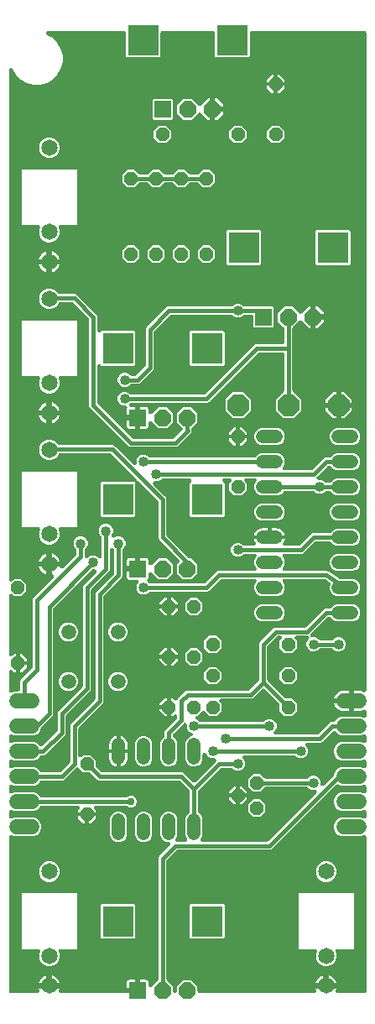
<source format=gtl>
G04 EAGLE Gerber RS-274X export*
G75*
%MOMM*%
%FSLAX34Y34*%
%LPD*%
%INTop Copper*%
%IPPOS*%
%AMOC8*
5,1,8,0,0,1.08239X$1,22.5*%
G01*
%ADD10C,1.524000*%
%ADD11C,1.650000*%
%ADD12R,1.676400X1.676400*%
%ADD13P,1.814519X8X292.500000*%
%ADD14R,3.116000X3.116000*%
%ADD15P,1.429621X8X292.500000*%
%ADD16P,1.429621X8X22.500000*%
%ADD17C,1.320800*%
%ADD18P,1.429621X8X202.500000*%
%ADD19C,1.508000*%
%ADD20P,1.429621X8X112.500000*%
%ADD21P,2.336880X8X112.500000*%
%ADD22C,0.406400*%
%ADD23C,1.016000*%
%ADD24R,1.006400X1.006400*%
%ADD25C,0.756400*%

G36*
X196886Y222492D02*
X196886Y222492D01*
X196903Y222490D01*
X197085Y222513D01*
X197268Y222533D01*
X197285Y222539D01*
X197303Y222541D01*
X197476Y222599D01*
X197652Y222655D01*
X197668Y222663D01*
X197684Y222669D01*
X197844Y222761D01*
X198004Y222850D01*
X198018Y222861D01*
X198033Y222870D01*
X198286Y223085D01*
X218518Y243317D01*
X218621Y243419D01*
X218627Y243427D01*
X218634Y243432D01*
X218754Y243581D01*
X218876Y243731D01*
X218881Y243739D01*
X218886Y243746D01*
X218974Y243915D01*
X219065Y244087D01*
X219068Y244095D01*
X219072Y244103D01*
X219125Y244287D01*
X219180Y244473D01*
X219181Y244482D01*
X219183Y244490D01*
X219199Y244682D01*
X219216Y244873D01*
X219215Y244883D01*
X219216Y244892D01*
X219194Y245081D01*
X219173Y245274D01*
X219170Y245283D01*
X219169Y245291D01*
X219109Y245474D01*
X219051Y245658D01*
X219047Y245665D01*
X219044Y245674D01*
X218949Y245843D01*
X218857Y246010D01*
X218851Y246017D01*
X218846Y246025D01*
X218721Y246170D01*
X218596Y246317D01*
X218589Y246323D01*
X218583Y246330D01*
X218432Y246447D01*
X218280Y246567D01*
X218272Y246571D01*
X218265Y246576D01*
X218093Y246662D01*
X217921Y246749D01*
X217913Y246751D01*
X217905Y246756D01*
X217718Y246806D01*
X217534Y246857D01*
X217525Y246858D01*
X217516Y246860D01*
X217185Y246887D01*
X214485Y246887D01*
X211871Y247970D01*
X209870Y249971D01*
X209395Y251119D01*
X209393Y251123D01*
X209391Y251127D01*
X209298Y251300D01*
X209204Y251474D01*
X209202Y251477D01*
X209199Y251481D01*
X209075Y251630D01*
X208948Y251784D01*
X208945Y251787D01*
X208942Y251790D01*
X208789Y251913D01*
X208635Y252038D01*
X208631Y252040D01*
X208628Y252043D01*
X208455Y252133D01*
X208279Y252225D01*
X208275Y252226D01*
X208271Y252228D01*
X208083Y252282D01*
X207892Y252338D01*
X207888Y252338D01*
X207884Y252340D01*
X207686Y252356D01*
X207491Y252373D01*
X207487Y252372D01*
X207482Y252373D01*
X207288Y252350D01*
X207091Y252328D01*
X207087Y252326D01*
X207083Y252326D01*
X206897Y252265D01*
X206708Y252204D01*
X206704Y252202D01*
X206700Y252201D01*
X206528Y252104D01*
X206356Y252008D01*
X206353Y252005D01*
X206349Y252003D01*
X206201Y251875D01*
X206051Y251746D01*
X206048Y251743D01*
X206044Y251740D01*
X205924Y251585D01*
X205802Y251429D01*
X205800Y251425D01*
X205798Y251422D01*
X205709Y251244D01*
X205622Y251069D01*
X205620Y251065D01*
X205618Y251061D01*
X205567Y250869D01*
X205515Y250681D01*
X205515Y250677D01*
X205514Y250672D01*
X205487Y250342D01*
X205487Y245678D01*
X204172Y242504D01*
X201742Y240074D01*
X200438Y239534D01*
X198568Y238759D01*
X195132Y238759D01*
X191958Y240074D01*
X189528Y242504D01*
X188213Y245678D01*
X188213Y262322D01*
X189528Y265496D01*
X191958Y267926D01*
X194431Y268950D01*
X194438Y268954D01*
X194447Y268957D01*
X194617Y269050D01*
X194785Y269140D01*
X194792Y269146D01*
X194800Y269150D01*
X194949Y269275D01*
X195096Y269397D01*
X195101Y269404D01*
X195108Y269409D01*
X195228Y269560D01*
X195349Y269709D01*
X195354Y269717D01*
X195359Y269724D01*
X195446Y269894D01*
X195537Y270066D01*
X195539Y270075D01*
X195543Y270082D01*
X195595Y270264D01*
X195650Y270452D01*
X195650Y270461D01*
X195653Y270470D01*
X195668Y270661D01*
X195684Y270853D01*
X195683Y270862D01*
X195684Y270871D01*
X195661Y271060D01*
X195639Y271254D01*
X195636Y271262D01*
X195635Y271271D01*
X195575Y271452D01*
X195516Y271637D01*
X195512Y271645D01*
X195509Y271653D01*
X195413Y271820D01*
X195320Y271988D01*
X195314Y271995D01*
X195309Y272003D01*
X195182Y272149D01*
X195058Y272294D01*
X195051Y272300D01*
X195045Y272306D01*
X194893Y272423D01*
X194741Y272542D01*
X194733Y272546D01*
X194726Y272552D01*
X194431Y272703D01*
X192821Y273370D01*
X190820Y275371D01*
X189737Y277985D01*
X189737Y280685D01*
X189736Y280694D01*
X189737Y280703D01*
X189716Y280895D01*
X189697Y281086D01*
X189695Y281094D01*
X189694Y281103D01*
X189635Y281288D01*
X189579Y281471D01*
X189575Y281478D01*
X189572Y281487D01*
X189478Y281657D01*
X189387Y281825D01*
X189382Y281831D01*
X189377Y281840D01*
X189252Y281987D01*
X189130Y282134D01*
X189123Y282140D01*
X189117Y282146D01*
X188966Y282266D01*
X188816Y282386D01*
X188808Y282390D01*
X188801Y282396D01*
X188629Y282483D01*
X188459Y282572D01*
X188450Y282574D01*
X188442Y282578D01*
X188257Y282630D01*
X188072Y282683D01*
X188063Y282684D01*
X188054Y282686D01*
X187864Y282700D01*
X187670Y282716D01*
X187661Y282715D01*
X187652Y282716D01*
X187463Y282692D01*
X187271Y282669D01*
X187262Y282666D01*
X187253Y282665D01*
X187072Y282604D01*
X186888Y282544D01*
X186880Y282540D01*
X186871Y282537D01*
X186705Y282441D01*
X186537Y282346D01*
X186530Y282340D01*
X186522Y282336D01*
X186269Y282121D01*
X186167Y282018D01*
X176110Y271961D01*
X176093Y271941D01*
X176072Y271923D01*
X175965Y271785D01*
X175855Y271650D01*
X175842Y271626D01*
X175826Y271605D01*
X175748Y271448D01*
X175666Y271294D01*
X175658Y271269D01*
X175646Y271244D01*
X175601Y271075D01*
X175551Y270908D01*
X175549Y270882D01*
X175542Y270856D01*
X175515Y270525D01*
X175515Y269595D01*
X175517Y269568D01*
X175515Y269542D01*
X175537Y269368D01*
X175555Y269194D01*
X175562Y269169D01*
X175566Y269142D01*
X175621Y268976D01*
X175673Y268809D01*
X175686Y268786D01*
X175694Y268760D01*
X175781Y268609D01*
X175865Y268455D01*
X175882Y268435D01*
X175895Y268412D01*
X176110Y268159D01*
X178772Y265496D01*
X180087Y262322D01*
X180087Y245678D01*
X178772Y242504D01*
X176342Y240074D01*
X175038Y239534D01*
X173168Y238759D01*
X169732Y238759D01*
X166558Y240074D01*
X164128Y242504D01*
X162813Y245678D01*
X162813Y262322D01*
X164128Y265496D01*
X166790Y268159D01*
X166807Y268179D01*
X166828Y268197D01*
X166935Y268335D01*
X167045Y268470D01*
X167058Y268494D01*
X167074Y268515D01*
X167152Y268672D01*
X167234Y268826D01*
X167242Y268851D01*
X167254Y268875D01*
X167299Y269045D01*
X167349Y269212D01*
X167351Y269238D01*
X167358Y269264D01*
X167385Y269595D01*
X167385Y273859D01*
X168004Y275352D01*
X179490Y286839D01*
X179507Y286859D01*
X179528Y286877D01*
X179635Y287015D01*
X179745Y287150D01*
X179758Y287174D01*
X179774Y287195D01*
X179852Y287352D01*
X179934Y287506D01*
X179942Y287531D01*
X179954Y287556D01*
X179999Y287724D01*
X180049Y287892D01*
X180051Y287918D01*
X180058Y287944D01*
X180085Y288275D01*
X180085Y289249D01*
X180084Y289258D01*
X180085Y289267D01*
X180064Y289458D01*
X180045Y289649D01*
X180043Y289658D01*
X180042Y289667D01*
X179984Y289849D01*
X179927Y290034D01*
X179923Y290042D01*
X179920Y290051D01*
X179827Y290219D01*
X179735Y290388D01*
X179730Y290395D01*
X179725Y290403D01*
X179600Y290551D01*
X179478Y290698D01*
X179471Y290703D01*
X179465Y290710D01*
X179313Y290830D01*
X179164Y290950D01*
X179156Y290954D01*
X179149Y290960D01*
X178977Y291047D01*
X178807Y291135D01*
X178798Y291138D01*
X178790Y291142D01*
X178604Y291194D01*
X178420Y291247D01*
X178411Y291248D01*
X178402Y291250D01*
X178210Y291264D01*
X178018Y291280D01*
X178010Y291279D01*
X178001Y291279D01*
X177808Y291255D01*
X177619Y291233D01*
X177610Y291230D01*
X177601Y291229D01*
X177418Y291168D01*
X177236Y291108D01*
X177228Y291104D01*
X177220Y291101D01*
X177054Y291005D01*
X176885Y290910D01*
X176878Y290904D01*
X176871Y290900D01*
X176618Y290685D01*
X175238Y289305D01*
X173481Y289305D01*
X173481Y298450D01*
X173481Y307595D01*
X175238Y307595D01*
X177098Y305735D01*
X177108Y305726D01*
X177117Y305716D01*
X177263Y305599D01*
X177409Y305480D01*
X177421Y305474D01*
X177431Y305465D01*
X177599Y305379D01*
X177765Y305291D01*
X177778Y305287D01*
X177790Y305281D01*
X177970Y305230D01*
X178151Y305176D01*
X178164Y305175D01*
X178177Y305172D01*
X178363Y305157D01*
X178552Y305140D01*
X178565Y305142D01*
X178578Y305140D01*
X178763Y305163D01*
X178952Y305183D01*
X178965Y305188D01*
X178978Y305189D01*
X179156Y305248D01*
X179336Y305305D01*
X179348Y305311D01*
X179360Y305316D01*
X179524Y305409D01*
X179688Y305500D01*
X179698Y305508D01*
X179710Y305515D01*
X179852Y305639D01*
X179995Y305760D01*
X180003Y305771D01*
X180014Y305780D01*
X180128Y305928D01*
X180245Y306076D01*
X180251Y306088D01*
X180259Y306099D01*
X180411Y306394D01*
X180704Y307102D01*
X188198Y314596D01*
X189691Y315215D01*
X251475Y315215D01*
X251502Y315217D01*
X251528Y315215D01*
X251702Y315237D01*
X251876Y315255D01*
X251901Y315262D01*
X251928Y315266D01*
X252093Y315321D01*
X252260Y315373D01*
X252284Y315386D01*
X252309Y315394D01*
X252461Y315481D01*
X252615Y315565D01*
X252635Y315582D01*
X252658Y315595D01*
X252911Y315810D01*
X262040Y324939D01*
X262057Y324959D01*
X262078Y324977D01*
X262185Y325115D01*
X262295Y325250D01*
X262308Y325274D01*
X262324Y325295D01*
X262402Y325451D01*
X262484Y325606D01*
X262492Y325631D01*
X262504Y325656D01*
X262549Y325825D01*
X262599Y325992D01*
X262601Y326018D01*
X262608Y326044D01*
X262635Y326375D01*
X262635Y362759D01*
X263254Y364252D01*
X275668Y376667D01*
X275669Y376667D01*
X277098Y378096D01*
X278591Y378715D01*
X308625Y378715D01*
X308652Y378717D01*
X308678Y378715D01*
X308852Y378737D01*
X309026Y378755D01*
X309051Y378762D01*
X309078Y378766D01*
X309243Y378821D01*
X309410Y378873D01*
X309434Y378886D01*
X309459Y378894D01*
X309611Y378981D01*
X309765Y379065D01*
X309785Y379082D01*
X309808Y379095D01*
X310061Y379310D01*
X327898Y397146D01*
X329391Y397765D01*
X333655Y397765D01*
X333682Y397767D01*
X333709Y397765D01*
X333882Y397787D01*
X334056Y397805D01*
X334081Y397812D01*
X334108Y397816D01*
X334274Y397872D01*
X334441Y397923D01*
X334464Y397936D01*
X334490Y397944D01*
X334641Y398031D01*
X334795Y398115D01*
X334815Y398132D01*
X334839Y398145D01*
X335092Y398360D01*
X337754Y401022D01*
X340928Y402337D01*
X357572Y402337D01*
X360746Y401022D01*
X363176Y398592D01*
X364491Y395418D01*
X364491Y391982D01*
X363176Y388808D01*
X360746Y386378D01*
X357572Y385063D01*
X340928Y385063D01*
X337754Y386378D01*
X335092Y389040D01*
X335071Y389057D01*
X335053Y389078D01*
X334915Y389185D01*
X334780Y389295D01*
X334756Y389308D01*
X334735Y389324D01*
X334579Y389402D01*
X334424Y389484D01*
X334399Y389492D01*
X334375Y389504D01*
X334206Y389549D01*
X334038Y389599D01*
X334012Y389601D01*
X333986Y389608D01*
X333655Y389635D01*
X332725Y389635D01*
X332698Y389633D01*
X332672Y389635D01*
X332498Y389613D01*
X332324Y389595D01*
X332299Y389588D01*
X332272Y389584D01*
X332107Y389529D01*
X331940Y389477D01*
X331916Y389464D01*
X331891Y389456D01*
X331739Y389369D01*
X331585Y389285D01*
X331565Y389268D01*
X331542Y389255D01*
X331289Y389040D01*
X314779Y372530D01*
X314773Y372523D01*
X314766Y372518D01*
X314646Y372368D01*
X314524Y372219D01*
X314519Y372211D01*
X314514Y372204D01*
X314425Y372034D01*
X314335Y371863D01*
X314332Y371854D01*
X314328Y371847D01*
X314275Y371662D01*
X314220Y371477D01*
X314219Y371468D01*
X314217Y371460D01*
X314201Y371268D01*
X314184Y371076D01*
X314185Y371067D01*
X314184Y371058D01*
X314206Y370869D01*
X314227Y370676D01*
X314230Y370667D01*
X314231Y370659D01*
X314290Y370477D01*
X314349Y370292D01*
X314353Y370284D01*
X314356Y370276D01*
X314451Y370107D01*
X314544Y369940D01*
X314549Y369933D01*
X314554Y369925D01*
X314680Y369779D01*
X314804Y369633D01*
X314811Y369627D01*
X314817Y369620D01*
X314968Y369503D01*
X315120Y369383D01*
X315128Y369379D01*
X315135Y369374D01*
X315307Y369288D01*
X315479Y369201D01*
X315487Y369198D01*
X315495Y369194D01*
X315682Y369144D01*
X315867Y369093D01*
X315876Y369092D01*
X315884Y369090D01*
X316215Y369063D01*
X318915Y369063D01*
X321529Y367980D01*
X322899Y366610D01*
X322920Y366593D01*
X322937Y366572D01*
X323075Y366465D01*
X323211Y366355D01*
X323234Y366342D01*
X323256Y366326D01*
X323412Y366248D01*
X323566Y366166D01*
X323592Y366158D01*
X323616Y366146D01*
X323785Y366101D01*
X323952Y366051D01*
X323979Y366049D01*
X324005Y366042D01*
X324336Y366015D01*
X336064Y366015D01*
X336091Y366017D01*
X336118Y366015D01*
X336292Y366037D01*
X336465Y366055D01*
X336491Y366062D01*
X336517Y366066D01*
X336683Y366121D01*
X336850Y366173D01*
X336874Y366186D01*
X336899Y366194D01*
X337051Y366281D01*
X337204Y366365D01*
X337224Y366382D01*
X337248Y366395D01*
X337501Y366610D01*
X338871Y367980D01*
X341485Y369063D01*
X344315Y369063D01*
X346929Y367980D01*
X348930Y365979D01*
X350013Y363365D01*
X350013Y360535D01*
X348930Y357921D01*
X346929Y355920D01*
X345469Y355315D01*
X344315Y354837D01*
X341485Y354837D01*
X338871Y355920D01*
X337501Y357290D01*
X337480Y357307D01*
X337463Y357328D01*
X337325Y357435D01*
X337189Y357545D01*
X337166Y357558D01*
X337144Y357574D01*
X336988Y357652D01*
X336834Y357734D01*
X336808Y357742D01*
X336784Y357754D01*
X336615Y357799D01*
X336448Y357849D01*
X336421Y357851D01*
X336395Y357858D01*
X336064Y357885D01*
X324336Y357885D01*
X324309Y357883D01*
X324282Y357885D01*
X324108Y357863D01*
X323935Y357845D01*
X323909Y357838D01*
X323883Y357834D01*
X323717Y357778D01*
X323550Y357727D01*
X323526Y357714D01*
X323501Y357706D01*
X323350Y357619D01*
X323196Y357535D01*
X323175Y357518D01*
X323152Y357505D01*
X322899Y357290D01*
X321529Y355920D01*
X320069Y355315D01*
X318915Y354837D01*
X316085Y354837D01*
X313471Y355920D01*
X311470Y357921D01*
X310387Y360535D01*
X310387Y363365D01*
X311470Y365979D01*
X312609Y367118D01*
X312614Y367125D01*
X312621Y367130D01*
X312742Y367281D01*
X312864Y367429D01*
X312868Y367437D01*
X312874Y367444D01*
X312962Y367614D01*
X313052Y367785D01*
X313055Y367794D01*
X313059Y367801D01*
X313112Y367986D01*
X313167Y368171D01*
X313168Y368180D01*
X313171Y368188D01*
X313186Y368379D01*
X313204Y368572D01*
X313203Y368581D01*
X313203Y368590D01*
X313181Y368779D01*
X313160Y368972D01*
X313158Y368981D01*
X313157Y368989D01*
X313097Y369171D01*
X313039Y369356D01*
X313034Y369364D01*
X313032Y369372D01*
X312937Y369539D01*
X312844Y369708D01*
X312838Y369715D01*
X312834Y369723D01*
X312709Y369868D01*
X312583Y370015D01*
X312576Y370021D01*
X312571Y370028D01*
X312420Y370144D01*
X312268Y370265D01*
X312259Y370269D01*
X312253Y370274D01*
X312082Y370359D01*
X311909Y370447D01*
X311900Y370450D01*
X311892Y370454D01*
X311706Y370503D01*
X311521Y370555D01*
X311512Y370556D01*
X311503Y370558D01*
X311172Y370585D01*
X300583Y370585D01*
X300574Y370584D01*
X300565Y370585D01*
X300373Y370564D01*
X300182Y370545D01*
X300174Y370543D01*
X300165Y370542D01*
X299982Y370484D01*
X299797Y370427D01*
X299789Y370423D01*
X299781Y370420D01*
X299612Y370327D01*
X299443Y370235D01*
X299436Y370230D01*
X299429Y370225D01*
X299281Y370100D01*
X299134Y369978D01*
X299128Y369971D01*
X299122Y369965D01*
X299002Y369813D01*
X298882Y369664D01*
X298878Y369656D01*
X298872Y369649D01*
X298785Y369477D01*
X298696Y369307D01*
X298694Y369298D01*
X298690Y369290D01*
X298638Y369104D01*
X298585Y368920D01*
X298584Y368911D01*
X298582Y368902D01*
X298567Y368710D01*
X298552Y368518D01*
X298553Y368510D01*
X298552Y368501D01*
X298577Y368308D01*
X298599Y368119D01*
X298601Y368110D01*
X298603Y368101D01*
X298664Y367918D01*
X298724Y367736D01*
X298728Y367728D01*
X298731Y367720D01*
X298827Y367552D01*
X298921Y367385D01*
X298927Y367378D01*
X298932Y367371D01*
X299146Y367118D01*
X300737Y365527D01*
X300737Y358373D01*
X295677Y353313D01*
X288523Y353313D01*
X283463Y358373D01*
X283463Y365527D01*
X285054Y367118D01*
X285059Y367125D01*
X285066Y367130D01*
X285186Y367280D01*
X285309Y367429D01*
X285313Y367437D01*
X285318Y367444D01*
X285407Y367614D01*
X285497Y367785D01*
X285500Y367794D01*
X285504Y367801D01*
X285557Y367986D01*
X285612Y368171D01*
X285613Y368180D01*
X285615Y368188D01*
X285631Y368379D01*
X285648Y368572D01*
X285647Y368581D01*
X285648Y368590D01*
X285626Y368779D01*
X285605Y368972D01*
X285602Y368981D01*
X285601Y368989D01*
X285542Y369171D01*
X285484Y369356D01*
X285479Y369364D01*
X285476Y369372D01*
X285381Y369541D01*
X285289Y369708D01*
X285283Y369715D01*
X285279Y369723D01*
X285153Y369869D01*
X285028Y370015D01*
X285021Y370021D01*
X285015Y370028D01*
X284864Y370145D01*
X284712Y370265D01*
X284704Y370269D01*
X284697Y370274D01*
X284525Y370360D01*
X284353Y370447D01*
X284345Y370450D01*
X284337Y370454D01*
X284151Y370504D01*
X283965Y370555D01*
X283957Y370556D01*
X283948Y370558D01*
X283617Y370585D01*
X281925Y370585D01*
X281898Y370583D01*
X281872Y370585D01*
X281698Y370563D01*
X281524Y370545D01*
X281499Y370538D01*
X281472Y370534D01*
X281306Y370478D01*
X281139Y370427D01*
X281116Y370414D01*
X281091Y370406D01*
X280939Y370319D01*
X280785Y370235D01*
X280765Y370218D01*
X280742Y370205D01*
X280489Y369990D01*
X271360Y360861D01*
X271343Y360841D01*
X271322Y360823D01*
X271215Y360685D01*
X271105Y360550D01*
X271092Y360526D01*
X271076Y360505D01*
X270998Y360348D01*
X270916Y360194D01*
X270908Y360169D01*
X270896Y360144D01*
X270851Y359975D01*
X270801Y359808D01*
X270799Y359782D01*
X270792Y359756D01*
X270765Y359425D01*
X270765Y326375D01*
X270767Y326348D01*
X270765Y326322D01*
X270787Y326148D01*
X270805Y325974D01*
X270812Y325949D01*
X270816Y325922D01*
X270871Y325757D01*
X270923Y325590D01*
X270936Y325566D01*
X270944Y325541D01*
X271031Y325389D01*
X271115Y325235D01*
X271132Y325215D01*
X271145Y325192D01*
X271360Y324939D01*
X288617Y307682D01*
X288637Y307665D01*
X288655Y307644D01*
X288793Y307537D01*
X288928Y307427D01*
X288952Y307414D01*
X288973Y307398D01*
X289130Y307320D01*
X289284Y307238D01*
X289309Y307230D01*
X289334Y307218D01*
X289503Y307173D01*
X289670Y307123D01*
X289696Y307121D01*
X289722Y307114D01*
X290053Y307087D01*
X295677Y307087D01*
X300737Y302027D01*
X300737Y294873D01*
X295677Y289813D01*
X288523Y289813D01*
X283463Y294873D01*
X283463Y300497D01*
X283461Y300524D01*
X283463Y300550D01*
X283441Y300724D01*
X283423Y300898D01*
X283416Y300923D01*
X283412Y300950D01*
X283357Y301115D01*
X283305Y301282D01*
X283292Y301306D01*
X283284Y301331D01*
X283197Y301483D01*
X283113Y301637D01*
X283096Y301657D01*
X283083Y301680D01*
X282868Y301933D01*
X268136Y316665D01*
X268122Y316677D01*
X268111Y316690D01*
X267967Y316804D01*
X267825Y316920D01*
X267809Y316929D01*
X267795Y316940D01*
X267631Y317023D01*
X267469Y317109D01*
X267452Y317114D01*
X267436Y317122D01*
X267259Y317172D01*
X267083Y317224D01*
X267065Y317225D01*
X267048Y317230D01*
X266865Y317244D01*
X266682Y317260D01*
X266664Y317258D01*
X266647Y317260D01*
X266465Y317237D01*
X266282Y317217D01*
X266265Y317211D01*
X266247Y317209D01*
X266073Y317151D01*
X265898Y317095D01*
X265882Y317087D01*
X265866Y317081D01*
X265706Y316989D01*
X265546Y316900D01*
X265532Y316889D01*
X265517Y316880D01*
X265264Y316665D01*
X256302Y307704D01*
X254809Y307085D01*
X224383Y307085D01*
X224374Y307084D01*
X224365Y307085D01*
X224173Y307064D01*
X223982Y307045D01*
X223974Y307043D01*
X223965Y307042D01*
X223782Y306984D01*
X223597Y306927D01*
X223589Y306923D01*
X223581Y306920D01*
X223412Y306827D01*
X223243Y306735D01*
X223236Y306730D01*
X223229Y306725D01*
X223081Y306600D01*
X222934Y306478D01*
X222928Y306471D01*
X222922Y306465D01*
X222802Y306313D01*
X222682Y306164D01*
X222678Y306156D01*
X222672Y306149D01*
X222585Y305977D01*
X222496Y305807D01*
X222494Y305798D01*
X222490Y305790D01*
X222438Y305604D01*
X222385Y305420D01*
X222384Y305411D01*
X222382Y305402D01*
X222367Y305210D01*
X222352Y305018D01*
X222353Y305010D01*
X222352Y305001D01*
X222377Y304808D01*
X222399Y304619D01*
X222401Y304610D01*
X222403Y304601D01*
X222464Y304418D01*
X222524Y304236D01*
X222528Y304228D01*
X222531Y304220D01*
X222627Y304052D01*
X222721Y303885D01*
X222727Y303878D01*
X222732Y303871D01*
X222946Y303618D01*
X224537Y302027D01*
X224537Y294873D01*
X219477Y289813D01*
X212323Y289813D01*
X207811Y294325D01*
X207798Y294336D01*
X207786Y294349D01*
X207642Y294463D01*
X207500Y294580D01*
X207484Y294588D01*
X207470Y294599D01*
X207306Y294682D01*
X207144Y294768D01*
X207127Y294773D01*
X207111Y294781D01*
X206934Y294831D01*
X206758Y294883D01*
X206740Y294885D01*
X206723Y294889D01*
X206540Y294903D01*
X206357Y294919D01*
X206339Y294917D01*
X206322Y294919D01*
X206140Y294896D01*
X205957Y294876D01*
X205940Y294871D01*
X205922Y294868D01*
X205749Y294810D01*
X205573Y294754D01*
X205557Y294746D01*
X205541Y294740D01*
X205381Y294648D01*
X205221Y294560D01*
X205207Y294548D01*
X205192Y294539D01*
X204939Y294325D01*
X200419Y289805D01*
X200305Y289793D01*
X200108Y289773D01*
X200103Y289772D01*
X200099Y289772D01*
X199910Y289713D01*
X199723Y289655D01*
X199719Y289653D01*
X199715Y289652D01*
X199540Y289556D01*
X199369Y289463D01*
X199365Y289461D01*
X199361Y289458D01*
X199209Y289330D01*
X199060Y289206D01*
X199057Y289202D01*
X199053Y289199D01*
X198928Y289043D01*
X198807Y288892D01*
X198805Y288888D01*
X198802Y288885D01*
X198710Y288704D01*
X198622Y288535D01*
X198621Y288530D01*
X198618Y288526D01*
X198564Y288336D01*
X198510Y288148D01*
X198510Y288143D01*
X198509Y288139D01*
X198494Y287944D01*
X198477Y287746D01*
X198478Y287742D01*
X198478Y287738D01*
X198501Y287544D01*
X198524Y287347D01*
X198526Y287342D01*
X198526Y287338D01*
X198588Y287150D01*
X198649Y286964D01*
X198651Y286960D01*
X198653Y286956D01*
X198749Y286787D01*
X198847Y286613D01*
X198850Y286610D01*
X198852Y286606D01*
X198983Y286456D01*
X199110Y286309D01*
X199114Y286306D01*
X199117Y286302D01*
X199274Y286182D01*
X199428Y286062D01*
X199432Y286060D01*
X199436Y286057D01*
X199731Y285905D01*
X200879Y285430D01*
X202249Y284060D01*
X202270Y284043D01*
X202287Y284022D01*
X202425Y283915D01*
X202561Y283805D01*
X202584Y283792D01*
X202606Y283776D01*
X202762Y283698D01*
X202916Y283616D01*
X202942Y283608D01*
X202966Y283596D01*
X203135Y283551D01*
X203302Y283501D01*
X203329Y283499D01*
X203355Y283492D01*
X203686Y283465D01*
X266214Y283465D01*
X266241Y283467D01*
X266268Y283465D01*
X266442Y283487D01*
X266615Y283505D01*
X266641Y283512D01*
X266667Y283516D01*
X266833Y283571D01*
X267000Y283623D01*
X267024Y283636D01*
X267049Y283644D01*
X267201Y283731D01*
X267354Y283815D01*
X267374Y283832D01*
X267398Y283845D01*
X267651Y284060D01*
X269021Y285430D01*
X271635Y286513D01*
X274465Y286513D01*
X277079Y285430D01*
X279080Y283429D01*
X280163Y280815D01*
X280163Y277985D01*
X279080Y275371D01*
X277941Y274232D01*
X277936Y274225D01*
X277929Y274220D01*
X277808Y274069D01*
X277686Y273921D01*
X277682Y273913D01*
X277676Y273906D01*
X277588Y273736D01*
X277498Y273565D01*
X277495Y273556D01*
X277491Y273549D01*
X277438Y273364D01*
X277383Y273179D01*
X277382Y273170D01*
X277379Y273162D01*
X277364Y272971D01*
X277346Y272778D01*
X277347Y272769D01*
X277347Y272760D01*
X277369Y272571D01*
X277390Y272378D01*
X277392Y272369D01*
X277393Y272361D01*
X277453Y272179D01*
X277511Y271994D01*
X277516Y271986D01*
X277518Y271978D01*
X277613Y271811D01*
X277706Y271642D01*
X277712Y271635D01*
X277716Y271627D01*
X277841Y271482D01*
X277967Y271335D01*
X277974Y271329D01*
X277979Y271322D01*
X278130Y271206D01*
X278282Y271085D01*
X278291Y271081D01*
X278297Y271076D01*
X278468Y270991D01*
X278641Y270903D01*
X278650Y270900D01*
X278658Y270896D01*
X278844Y270847D01*
X279029Y270795D01*
X279038Y270794D01*
X279047Y270792D01*
X279378Y270765D01*
X321325Y270765D01*
X321352Y270767D01*
X321378Y270765D01*
X321552Y270787D01*
X321726Y270805D01*
X321751Y270812D01*
X321778Y270816D01*
X321943Y270871D01*
X322110Y270923D01*
X322134Y270936D01*
X322159Y270944D01*
X322311Y271031D01*
X322465Y271115D01*
X322485Y271132D01*
X322508Y271145D01*
X322761Y271360D01*
X334248Y282846D01*
X335741Y283465D01*
X337858Y283465D01*
X337881Y283467D01*
X337903Y283465D01*
X338080Y283487D01*
X338259Y283505D01*
X338280Y283511D01*
X338303Y283514D01*
X338472Y283570D01*
X338644Y283623D01*
X338664Y283633D01*
X338685Y283640D01*
X338840Y283729D01*
X338998Y283815D01*
X339015Y283829D01*
X339034Y283840D01*
X339169Y283957D01*
X339307Y284072D01*
X339321Y284090D01*
X339338Y284104D01*
X339447Y284246D01*
X339560Y284386D01*
X339570Y284406D01*
X339583Y284424D01*
X339735Y284719D01*
X339797Y284868D01*
X342512Y287583D01*
X346060Y289053D01*
X365140Y289053D01*
X368031Y287855D01*
X368044Y287851D01*
X368055Y287845D01*
X368235Y287794D01*
X368416Y287739D01*
X368429Y287738D01*
X368442Y287734D01*
X368630Y287719D01*
X368817Y287701D01*
X368830Y287702D01*
X368844Y287701D01*
X369030Y287723D01*
X369217Y287742D01*
X369230Y287746D01*
X369243Y287748D01*
X369422Y287806D01*
X369602Y287862D01*
X369613Y287869D01*
X369626Y287873D01*
X369791Y287966D01*
X369955Y288056D01*
X369965Y288064D01*
X369977Y288071D01*
X370119Y288194D01*
X370263Y288315D01*
X370271Y288325D01*
X370282Y288334D01*
X370397Y288482D01*
X370514Y288630D01*
X370520Y288641D01*
X370528Y288652D01*
X370612Y288821D01*
X370698Y288988D01*
X370702Y289000D01*
X370708Y289013D01*
X370757Y289195D01*
X370808Y289375D01*
X370809Y289388D01*
X370812Y289401D01*
X370839Y289732D01*
X370839Y293964D01*
X370830Y294057D01*
X370831Y294150D01*
X370810Y294257D01*
X370799Y294364D01*
X370772Y294454D01*
X370754Y294545D01*
X370713Y294646D01*
X370681Y294749D01*
X370637Y294831D01*
X370601Y294918D01*
X370541Y295008D01*
X370489Y295103D01*
X370430Y295175D01*
X370378Y295253D01*
X370301Y295329D01*
X370232Y295413D01*
X370159Y295471D01*
X370093Y295537D01*
X370002Y295597D01*
X369918Y295665D01*
X369835Y295708D01*
X369758Y295760D01*
X369657Y295801D01*
X369561Y295851D01*
X369471Y295876D01*
X369385Y295912D01*
X369278Y295932D01*
X369174Y295962D01*
X369081Y295970D01*
X368989Y295987D01*
X368881Y295986D01*
X368772Y295995D01*
X368680Y295984D01*
X368587Y295983D01*
X368480Y295961D01*
X368373Y295948D01*
X368284Y295919D01*
X368193Y295900D01*
X368069Y295849D01*
X367990Y295823D01*
X367947Y295799D01*
X367886Y295774D01*
X367120Y295384D01*
X365599Y294889D01*
X364020Y294639D01*
X358139Y294639D01*
X358139Y304292D01*
X358137Y304310D01*
X358139Y304327D01*
X358118Y304510D01*
X358099Y304692D01*
X358094Y304709D01*
X358092Y304727D01*
X358067Y304805D01*
X358106Y304942D01*
X358108Y304960D01*
X358112Y304977D01*
X358139Y305308D01*
X358139Y314961D01*
X364020Y314961D01*
X365599Y314711D01*
X367120Y314216D01*
X367886Y313826D01*
X367973Y313792D01*
X368055Y313749D01*
X368160Y313719D01*
X368261Y313680D01*
X368353Y313664D01*
X368442Y313638D01*
X368551Y313629D01*
X368657Y313610D01*
X368751Y313613D01*
X368844Y313605D01*
X368951Y313618D01*
X369060Y313621D01*
X369151Y313641D01*
X369243Y313652D01*
X369347Y313686D01*
X369452Y313710D01*
X369538Y313748D01*
X369626Y313777D01*
X369721Y313830D01*
X369820Y313875D01*
X369896Y313929D01*
X369977Y313975D01*
X370059Y314046D01*
X370147Y314109D01*
X370211Y314177D01*
X370282Y314238D01*
X370348Y314324D01*
X370422Y314403D01*
X370471Y314482D01*
X370528Y314556D01*
X370577Y314653D01*
X370634Y314746D01*
X370666Y314833D01*
X370708Y314917D01*
X370736Y315021D01*
X370773Y315123D01*
X370788Y315215D01*
X370812Y315305D01*
X370823Y315439D01*
X370836Y315521D01*
X370834Y315570D01*
X370839Y315636D01*
X370839Y978408D01*
X370837Y978426D01*
X370839Y978444D01*
X370818Y978626D01*
X370799Y978809D01*
X370794Y978826D01*
X370792Y978843D01*
X370735Y979018D01*
X370681Y979194D01*
X370673Y979209D01*
X370667Y979226D01*
X370577Y979386D01*
X370489Y979548D01*
X370478Y979561D01*
X370469Y979577D01*
X370349Y979716D01*
X370232Y979857D01*
X370218Y979868D01*
X370206Y979882D01*
X370061Y979994D01*
X369918Y980109D01*
X369902Y980117D01*
X369888Y980128D01*
X369723Y980210D01*
X369561Y980295D01*
X369544Y980300D01*
X369528Y980308D01*
X369349Y980355D01*
X369174Y980406D01*
X369156Y980408D01*
X369139Y980412D01*
X368808Y980439D01*
X255144Y980439D01*
X255126Y980437D01*
X255108Y980439D01*
X254926Y980418D01*
X254743Y980399D01*
X254726Y980394D01*
X254709Y980392D01*
X254534Y980335D01*
X254358Y980281D01*
X254343Y980273D01*
X254326Y980267D01*
X254166Y980177D01*
X254004Y980089D01*
X253991Y980078D01*
X253975Y980069D01*
X253836Y979949D01*
X253695Y979832D01*
X253684Y979818D01*
X253670Y979806D01*
X253558Y979661D01*
X253443Y979518D01*
X253435Y979502D01*
X253424Y979488D01*
X253342Y979323D01*
X253257Y979161D01*
X253252Y979144D01*
X253244Y979128D01*
X253197Y978949D01*
X253146Y978774D01*
X253144Y978756D01*
X253140Y978739D01*
X253113Y978408D01*
X253113Y955128D01*
X251922Y953937D01*
X219078Y953937D01*
X217887Y955128D01*
X217887Y978408D01*
X217885Y978426D01*
X217887Y978444D01*
X217866Y978626D01*
X217847Y978809D01*
X217842Y978826D01*
X217840Y978843D01*
X217783Y979018D01*
X217729Y979194D01*
X217721Y979209D01*
X217715Y979226D01*
X217625Y979386D01*
X217537Y979548D01*
X217526Y979561D01*
X217517Y979577D01*
X217397Y979716D01*
X217280Y979857D01*
X217266Y979868D01*
X217254Y979882D01*
X217109Y979994D01*
X216966Y980109D01*
X216950Y980117D01*
X216936Y980128D01*
X216771Y980210D01*
X216609Y980295D01*
X216592Y980300D01*
X216576Y980308D01*
X216397Y980355D01*
X216222Y980406D01*
X216204Y980408D01*
X216187Y980412D01*
X215856Y980439D01*
X165144Y980439D01*
X165126Y980437D01*
X165108Y980439D01*
X164926Y980418D01*
X164743Y980399D01*
X164726Y980394D01*
X164709Y980392D01*
X164534Y980335D01*
X164358Y980281D01*
X164343Y980273D01*
X164326Y980267D01*
X164166Y980177D01*
X164004Y980089D01*
X163991Y980078D01*
X163975Y980069D01*
X163836Y979949D01*
X163695Y979832D01*
X163684Y979818D01*
X163670Y979806D01*
X163558Y979661D01*
X163443Y979518D01*
X163435Y979502D01*
X163424Y979488D01*
X163342Y979323D01*
X163257Y979161D01*
X163252Y979144D01*
X163244Y979128D01*
X163197Y978949D01*
X163146Y978774D01*
X163144Y978756D01*
X163140Y978739D01*
X163113Y978408D01*
X163113Y955128D01*
X161922Y953937D01*
X129078Y953937D01*
X127887Y955128D01*
X127887Y978408D01*
X127885Y978426D01*
X127887Y978444D01*
X127866Y978626D01*
X127847Y978809D01*
X127842Y978826D01*
X127840Y978843D01*
X127783Y979018D01*
X127729Y979194D01*
X127721Y979209D01*
X127715Y979226D01*
X127625Y979386D01*
X127537Y979548D01*
X127526Y979561D01*
X127517Y979577D01*
X127397Y979716D01*
X127280Y979857D01*
X127266Y979868D01*
X127254Y979882D01*
X127109Y979994D01*
X126966Y980109D01*
X126950Y980117D01*
X126936Y980128D01*
X126771Y980210D01*
X126609Y980295D01*
X126592Y980300D01*
X126576Y980308D01*
X126397Y980355D01*
X126222Y980406D01*
X126204Y980408D01*
X126187Y980412D01*
X125856Y980439D01*
X49610Y980439D01*
X49537Y980432D01*
X49464Y980434D01*
X49337Y980412D01*
X49209Y980399D01*
X49139Y980378D01*
X49067Y980365D01*
X48947Y980319D01*
X48824Y980281D01*
X48760Y980246D01*
X48692Y980220D01*
X48583Y980151D01*
X48470Y980089D01*
X48414Y980043D01*
X48352Y980003D01*
X48260Y979914D01*
X48161Y979832D01*
X48115Y979775D01*
X48062Y979724D01*
X47989Y979618D01*
X47909Y979518D01*
X47875Y979453D01*
X47833Y979393D01*
X47782Y979275D01*
X47723Y979161D01*
X47703Y979090D01*
X47674Y979023D01*
X47647Y978897D01*
X47612Y978774D01*
X47606Y978701D01*
X47591Y978629D01*
X47589Y978501D01*
X47579Y978372D01*
X47587Y978300D01*
X47587Y978226D01*
X47611Y978100D01*
X47626Y977973D01*
X47649Y977903D01*
X47662Y977831D01*
X47711Y977712D01*
X47751Y977590D01*
X47787Y977526D01*
X47814Y977458D01*
X47885Y977351D01*
X47949Y977239D01*
X47997Y977184D01*
X48037Y977123D01*
X48128Y977032D01*
X48212Y976935D01*
X48270Y976890D01*
X48321Y976838D01*
X48461Y976741D01*
X48530Y976688D01*
X48559Y976673D01*
X48594Y976649D01*
X54163Y973434D01*
X59034Y968563D01*
X62478Y962598D01*
X64261Y955944D01*
X64261Y949056D01*
X62478Y942402D01*
X59034Y936437D01*
X54163Y931566D01*
X48198Y928122D01*
X41544Y926339D01*
X34656Y926339D01*
X28002Y928122D01*
X22037Y931566D01*
X17166Y936437D01*
X13951Y942006D01*
X13908Y942065D01*
X13873Y942130D01*
X13791Y942228D01*
X13716Y942333D01*
X13663Y942383D01*
X13616Y942439D01*
X13516Y942519D01*
X13421Y942607D01*
X13359Y942645D01*
X13302Y942691D01*
X13188Y942750D01*
X13078Y942818D01*
X13010Y942843D01*
X12945Y942877D01*
X12821Y942912D01*
X12701Y942957D01*
X12628Y942968D01*
X12558Y942988D01*
X12429Y942999D01*
X12303Y943018D01*
X12230Y943015D01*
X12156Y943021D01*
X12029Y943006D01*
X11900Y943000D01*
X11829Y942983D01*
X11757Y942974D01*
X11634Y942934D01*
X11510Y942903D01*
X11444Y942872D01*
X11374Y942849D01*
X11262Y942786D01*
X11146Y942731D01*
X11087Y942687D01*
X11023Y942651D01*
X10926Y942568D01*
X10823Y942491D01*
X10774Y942436D01*
X10718Y942388D01*
X10640Y942287D01*
X10554Y942191D01*
X10517Y942128D01*
X10472Y942070D01*
X10414Y941955D01*
X10349Y941844D01*
X10325Y941775D01*
X10292Y941710D01*
X10259Y941585D01*
X10217Y941464D01*
X10207Y941392D01*
X10188Y941321D01*
X10174Y941151D01*
X10162Y941065D01*
X10164Y941032D01*
X10161Y940990D01*
X10161Y427329D01*
X10162Y427320D01*
X10161Y427311D01*
X10182Y427119D01*
X10201Y426928D01*
X10203Y426920D01*
X10204Y426911D01*
X10263Y426727D01*
X10319Y426543D01*
X10323Y426535D01*
X10326Y426527D01*
X10419Y426358D01*
X10511Y426189D01*
X10516Y426182D01*
X10521Y426175D01*
X10646Y426027D01*
X10768Y425880D01*
X10775Y425874D01*
X10781Y425868D01*
X10933Y425748D01*
X11082Y425628D01*
X11090Y425624D01*
X11097Y425618D01*
X11270Y425530D01*
X11439Y425442D01*
X11448Y425440D01*
X11456Y425436D01*
X11642Y425384D01*
X11826Y425331D01*
X11835Y425330D01*
X11844Y425328D01*
X12036Y425313D01*
X12228Y425298D01*
X12236Y425299D01*
X12245Y425298D01*
X12438Y425323D01*
X12627Y425345D01*
X12636Y425347D01*
X12645Y425349D01*
X12828Y425410D01*
X13010Y425470D01*
X13018Y425474D01*
X13026Y425477D01*
X13192Y425572D01*
X13361Y425667D01*
X13368Y425673D01*
X13375Y425678D01*
X13628Y425892D01*
X15473Y427737D01*
X22627Y427737D01*
X27687Y422677D01*
X27687Y415523D01*
X22627Y410463D01*
X15473Y410463D01*
X13628Y412308D01*
X13621Y412313D01*
X13616Y412320D01*
X13466Y412440D01*
X13317Y412563D01*
X13309Y412567D01*
X13302Y412572D01*
X13132Y412661D01*
X12961Y412751D01*
X12952Y412754D01*
X12945Y412758D01*
X12760Y412811D01*
X12575Y412866D01*
X12566Y412867D01*
X12558Y412869D01*
X12367Y412885D01*
X12174Y412902D01*
X12165Y412901D01*
X12156Y412902D01*
X11967Y412880D01*
X11774Y412859D01*
X11765Y412856D01*
X11757Y412855D01*
X11575Y412796D01*
X11390Y412738D01*
X11382Y412733D01*
X11374Y412730D01*
X11205Y412635D01*
X11038Y412543D01*
X11031Y412537D01*
X11023Y412533D01*
X10877Y412407D01*
X10731Y412282D01*
X10725Y412275D01*
X10718Y412269D01*
X10600Y412117D01*
X10481Y411966D01*
X10477Y411958D01*
X10472Y411951D01*
X10386Y411779D01*
X10299Y411607D01*
X10296Y411599D01*
X10292Y411591D01*
X10242Y411405D01*
X10191Y411219D01*
X10190Y411211D01*
X10188Y411202D01*
X10161Y410871D01*
X10161Y351847D01*
X10162Y351838D01*
X10161Y351829D01*
X10182Y351637D01*
X10201Y351447D01*
X10203Y351438D01*
X10204Y351429D01*
X10262Y351246D01*
X10319Y351062D01*
X10323Y351054D01*
X10326Y351045D01*
X10419Y350877D01*
X10511Y350708D01*
X10516Y350701D01*
X10521Y350693D01*
X10646Y350545D01*
X10768Y350398D01*
X10775Y350393D01*
X10781Y350386D01*
X10933Y350266D01*
X11082Y350146D01*
X11090Y350142D01*
X11097Y350136D01*
X11269Y350049D01*
X11439Y349961D01*
X11448Y349958D01*
X11456Y349954D01*
X11642Y349902D01*
X11826Y349849D01*
X11835Y349848D01*
X11844Y349846D01*
X12036Y349832D01*
X12228Y349816D01*
X12236Y349817D01*
X12245Y349817D01*
X12438Y349841D01*
X12627Y349863D01*
X12636Y349866D01*
X12645Y349867D01*
X12828Y349928D01*
X13010Y349988D01*
X13018Y349992D01*
X13026Y349995D01*
X13192Y350091D01*
X13361Y350186D01*
X13368Y350192D01*
X13375Y350196D01*
X13628Y350411D01*
X15262Y352045D01*
X17019Y352045D01*
X17019Y342900D01*
X17019Y333755D01*
X15262Y333755D01*
X13628Y335389D01*
X13621Y335395D01*
X13616Y335402D01*
X13466Y335522D01*
X13317Y335644D01*
X13309Y335648D01*
X13302Y335654D01*
X13132Y335742D01*
X12961Y335833D01*
X12952Y335835D01*
X12945Y335839D01*
X12760Y335893D01*
X12575Y335948D01*
X12566Y335948D01*
X12558Y335951D01*
X12367Y335967D01*
X12174Y335984D01*
X12165Y335983D01*
X12156Y335984D01*
X11967Y335962D01*
X11774Y335941D01*
X11765Y335938D01*
X11757Y335937D01*
X11575Y335877D01*
X11390Y335819D01*
X11382Y335815D01*
X11374Y335812D01*
X11205Y335717D01*
X11038Y335624D01*
X11031Y335619D01*
X11023Y335614D01*
X10877Y335488D01*
X10731Y335364D01*
X10725Y335357D01*
X10718Y335351D01*
X10601Y335200D01*
X10481Y335048D01*
X10477Y335040D01*
X10472Y335033D01*
X10386Y334861D01*
X10299Y334689D01*
X10296Y334680D01*
X10292Y334672D01*
X10242Y334486D01*
X10191Y334301D01*
X10190Y334292D01*
X10188Y334284D01*
X10161Y333953D01*
X10161Y315132D01*
X10162Y315119D01*
X10161Y315105D01*
X10182Y314919D01*
X10201Y314731D01*
X10205Y314719D01*
X10206Y314705D01*
X10264Y314526D01*
X10319Y314346D01*
X10325Y314335D01*
X10329Y314322D01*
X10421Y314157D01*
X10511Y313992D01*
X10519Y313982D01*
X10526Y313970D01*
X10648Y313828D01*
X10768Y313683D01*
X10779Y313675D01*
X10787Y313665D01*
X10935Y313549D01*
X11082Y313431D01*
X11094Y313425D01*
X11104Y313416D01*
X11273Y313332D01*
X11439Y313245D01*
X11452Y313242D01*
X11464Y313236D01*
X11645Y313186D01*
X11826Y313134D01*
X11840Y313133D01*
X11853Y313129D01*
X12041Y313116D01*
X12228Y313101D01*
X12241Y313103D01*
X12254Y313102D01*
X12442Y313126D01*
X12627Y313148D01*
X12640Y313152D01*
X12653Y313154D01*
X12969Y313255D01*
X15860Y314453D01*
X19304Y314453D01*
X19322Y314455D01*
X19340Y314453D01*
X19522Y314474D01*
X19705Y314493D01*
X19722Y314498D01*
X19739Y314500D01*
X19914Y314557D01*
X20090Y314611D01*
X20105Y314619D01*
X20122Y314625D01*
X20282Y314715D01*
X20444Y314803D01*
X20457Y314814D01*
X20473Y314823D01*
X20612Y314943D01*
X20753Y315060D01*
X20764Y315074D01*
X20778Y315086D01*
X20890Y315231D01*
X21005Y315374D01*
X21013Y315390D01*
X21024Y315404D01*
X21106Y315569D01*
X21191Y315731D01*
X21196Y315748D01*
X21204Y315764D01*
X21251Y315943D01*
X21302Y316118D01*
X21304Y316136D01*
X21308Y316153D01*
X21335Y316484D01*
X21335Y324659D01*
X21954Y326152D01*
X33440Y337639D01*
X33457Y337659D01*
X33478Y337677D01*
X33585Y337815D01*
X33695Y337950D01*
X33708Y337974D01*
X33724Y337995D01*
X33802Y338152D01*
X33884Y338306D01*
X33892Y338331D01*
X33904Y338356D01*
X33949Y338525D01*
X33999Y338692D01*
X34001Y338718D01*
X34008Y338744D01*
X34035Y339075D01*
X34035Y407209D01*
X34654Y408702D01*
X54966Y429014D01*
X55072Y429144D01*
X55183Y429271D01*
X55200Y429300D01*
X55221Y429326D01*
X55300Y429474D01*
X55383Y429620D01*
X55394Y429652D01*
X55409Y429681D01*
X55457Y429842D01*
X55511Y430002D01*
X55515Y430035D01*
X55524Y430067D01*
X55540Y430235D01*
X55560Y430402D01*
X55558Y430435D01*
X55561Y430468D01*
X55542Y430636D01*
X55530Y430803D01*
X55521Y430835D01*
X55517Y430869D01*
X55466Y431029D01*
X55421Y431191D01*
X55406Y431221D01*
X55396Y431252D01*
X55314Y431399D01*
X55238Y431549D01*
X55217Y431576D01*
X55201Y431605D01*
X55092Y431733D01*
X54987Y431865D01*
X54962Y431886D01*
X54940Y431912D01*
X54809Y432016D01*
X54680Y432125D01*
X54651Y432141D01*
X54625Y432161D01*
X54475Y432237D01*
X54327Y432319D01*
X54295Y432329D01*
X54266Y432344D01*
X54103Y432389D01*
X53943Y432439D01*
X53910Y432443D01*
X53878Y432452D01*
X53710Y432464D01*
X53549Y432481D01*
X53549Y440251D01*
X61319Y440251D01*
X61322Y440219D01*
X61320Y440186D01*
X61344Y440020D01*
X61362Y439852D01*
X61372Y439821D01*
X61376Y439788D01*
X61432Y439629D01*
X61483Y439469D01*
X61499Y439439D01*
X61510Y439408D01*
X61597Y439263D01*
X61678Y439116D01*
X61700Y439091D01*
X61717Y439062D01*
X61830Y438937D01*
X61939Y438809D01*
X61965Y438789D01*
X61987Y438764D01*
X62123Y438664D01*
X62254Y438560D01*
X62284Y438545D01*
X62311Y438525D01*
X62464Y438453D01*
X62613Y438377D01*
X62646Y438368D01*
X62676Y438354D01*
X62839Y438314D01*
X63001Y438269D01*
X63035Y438267D01*
X63067Y438259D01*
X63235Y438252D01*
X63403Y438240D01*
X63436Y438244D01*
X63469Y438243D01*
X63635Y438269D01*
X63802Y438290D01*
X63834Y438301D01*
X63867Y438306D01*
X64024Y438365D01*
X64184Y438419D01*
X64213Y438435D01*
X64244Y438447D01*
X64387Y438535D01*
X64533Y438620D01*
X64561Y438644D01*
X64586Y438659D01*
X64649Y438718D01*
X64786Y438834D01*
X77890Y451939D01*
X77907Y451959D01*
X77928Y451977D01*
X78035Y452115D01*
X78145Y452250D01*
X78158Y452274D01*
X78174Y452295D01*
X78252Y452452D01*
X78334Y452606D01*
X78342Y452631D01*
X78354Y452656D01*
X78399Y452825D01*
X78449Y452992D01*
X78451Y453018D01*
X78458Y453044D01*
X78485Y453375D01*
X78485Y456714D01*
X78483Y456741D01*
X78485Y456768D01*
X78463Y456942D01*
X78445Y457115D01*
X78438Y457141D01*
X78434Y457167D01*
X78379Y457332D01*
X78327Y457500D01*
X78314Y457524D01*
X78306Y457549D01*
X78219Y457701D01*
X78135Y457854D01*
X78118Y457874D01*
X78105Y457898D01*
X77890Y458151D01*
X76520Y459521D01*
X75437Y462135D01*
X75437Y464965D01*
X76520Y467579D01*
X78521Y469580D01*
X81135Y470663D01*
X83965Y470663D01*
X86579Y469580D01*
X88580Y467579D01*
X89663Y464965D01*
X89663Y462135D01*
X88580Y459521D01*
X87210Y458151D01*
X87193Y458130D01*
X87172Y458113D01*
X87065Y457975D01*
X86955Y457839D01*
X86942Y457816D01*
X86926Y457794D01*
X86848Y457638D01*
X86766Y457484D01*
X86758Y457458D01*
X86746Y457434D01*
X86701Y457265D01*
X86651Y457098D01*
X86649Y457071D01*
X86642Y457045D01*
X86615Y456714D01*
X86615Y450828D01*
X86616Y450819D01*
X86615Y450810D01*
X86636Y450618D01*
X86655Y450427D01*
X86657Y450418D01*
X86658Y450409D01*
X86716Y450227D01*
X86773Y450042D01*
X86777Y450034D01*
X86780Y450026D01*
X86873Y449857D01*
X86965Y449688D01*
X86970Y449681D01*
X86975Y449673D01*
X87100Y449525D01*
X87222Y449379D01*
X87229Y449373D01*
X87235Y449366D01*
X87386Y449247D01*
X87536Y449126D01*
X87544Y449122D01*
X87551Y449117D01*
X87722Y449030D01*
X87893Y448941D01*
X87902Y448938D01*
X87910Y448934D01*
X88096Y448883D01*
X88280Y448829D01*
X88289Y448829D01*
X88298Y448826D01*
X88490Y448812D01*
X88682Y448797D01*
X88690Y448798D01*
X88699Y448797D01*
X88892Y448821D01*
X89081Y448843D01*
X89090Y448846D01*
X89099Y448847D01*
X89282Y448909D01*
X89464Y448968D01*
X89472Y448973D01*
X89480Y448976D01*
X89646Y449071D01*
X89815Y449166D01*
X89822Y449172D01*
X89829Y449177D01*
X90082Y449391D01*
X91221Y450530D01*
X92597Y451100D01*
X93835Y451613D01*
X96665Y451613D01*
X99279Y450530D01*
X100418Y449391D01*
X100425Y449386D01*
X100430Y449379D01*
X100581Y449258D01*
X100729Y449136D01*
X100737Y449132D01*
X100744Y449126D01*
X100914Y449038D01*
X101085Y448948D01*
X101094Y448945D01*
X101101Y448941D01*
X101286Y448888D01*
X101471Y448833D01*
X101480Y448832D01*
X101488Y448829D01*
X101679Y448814D01*
X101872Y448796D01*
X101881Y448797D01*
X101890Y448797D01*
X102079Y448819D01*
X102272Y448840D01*
X102281Y448842D01*
X102289Y448843D01*
X102471Y448903D01*
X102656Y448961D01*
X102664Y448966D01*
X102672Y448968D01*
X102839Y449063D01*
X103008Y449156D01*
X103015Y449162D01*
X103023Y449166D01*
X103168Y449291D01*
X103315Y449417D01*
X103321Y449424D01*
X103328Y449429D01*
X103444Y449580D01*
X103565Y449732D01*
X103569Y449741D01*
X103574Y449747D01*
X103658Y449917D01*
X103747Y450091D01*
X103750Y450100D01*
X103754Y450108D01*
X103803Y450294D01*
X103855Y450479D01*
X103856Y450488D01*
X103858Y450497D01*
X103885Y450828D01*
X103885Y469414D01*
X103883Y469441D01*
X103885Y469468D01*
X103863Y469642D01*
X103845Y469815D01*
X103838Y469841D01*
X103834Y469867D01*
X103779Y470033D01*
X103727Y470200D01*
X103714Y470224D01*
X103706Y470249D01*
X103619Y470401D01*
X103535Y470554D01*
X103518Y470574D01*
X103505Y470598D01*
X103290Y470851D01*
X101920Y472221D01*
X100837Y474835D01*
X100837Y477665D01*
X101920Y480279D01*
X103921Y482280D01*
X106535Y483363D01*
X109365Y483363D01*
X111979Y482280D01*
X113980Y480279D01*
X115063Y477665D01*
X115063Y474835D01*
X113989Y472243D01*
X113986Y472234D01*
X113982Y472226D01*
X113928Y472042D01*
X113873Y471858D01*
X113872Y471849D01*
X113869Y471840D01*
X113853Y471649D01*
X113834Y471457D01*
X113835Y471448D01*
X113835Y471439D01*
X113856Y471248D01*
X113876Y471056D01*
X113879Y471048D01*
X113880Y471039D01*
X113939Y470854D01*
X113996Y470672D01*
X114000Y470664D01*
X114003Y470656D01*
X114097Y470486D01*
X114189Y470319D01*
X114195Y470312D01*
X114199Y470304D01*
X114324Y470159D01*
X114448Y470011D01*
X114455Y470005D01*
X114461Y469998D01*
X114612Y469880D01*
X114763Y469760D01*
X114771Y469756D01*
X114778Y469750D01*
X114950Y469664D01*
X115121Y469576D01*
X115130Y469573D01*
X115138Y469569D01*
X115323Y469518D01*
X115509Y469466D01*
X115517Y469465D01*
X115526Y469463D01*
X115721Y469450D01*
X115910Y469435D01*
X115919Y469436D01*
X115928Y469435D01*
X116120Y469460D01*
X116310Y469483D01*
X116318Y469486D01*
X116327Y469487D01*
X116643Y469589D01*
X119235Y470663D01*
X122065Y470663D01*
X124679Y469580D01*
X126680Y467579D01*
X127763Y464965D01*
X127763Y462135D01*
X126680Y459521D01*
X125310Y458151D01*
X125293Y458130D01*
X125272Y458113D01*
X125165Y457975D01*
X125055Y457839D01*
X125042Y457816D01*
X125026Y457794D01*
X124948Y457638D01*
X124866Y457484D01*
X124858Y457458D01*
X124846Y457434D01*
X124801Y457265D01*
X124751Y457098D01*
X124749Y457071D01*
X124742Y457045D01*
X124715Y456714D01*
X124715Y430991D01*
X124096Y429498D01*
X106260Y411661D01*
X106243Y411641D01*
X106222Y411623D01*
X106115Y411485D01*
X106005Y411350D01*
X105992Y411326D01*
X105976Y411305D01*
X105898Y411148D01*
X105816Y410994D01*
X105808Y410969D01*
X105796Y410944D01*
X105751Y410774D01*
X105701Y410608D01*
X105699Y410582D01*
X105692Y410556D01*
X105665Y410225D01*
X105665Y303991D01*
X105046Y302498D01*
X80860Y278311D01*
X80843Y278291D01*
X80822Y278273D01*
X80715Y278135D01*
X80605Y278000D01*
X80592Y277976D01*
X80576Y277955D01*
X80498Y277798D01*
X80416Y277644D01*
X80408Y277619D01*
X80396Y277594D01*
X80351Y277425D01*
X80301Y277258D01*
X80299Y277232D01*
X80292Y277206D01*
X80265Y276875D01*
X80265Y249783D01*
X80266Y249774D01*
X80265Y249765D01*
X80286Y249573D01*
X80305Y249382D01*
X80307Y249374D01*
X80308Y249365D01*
X80366Y249182D01*
X80423Y248997D01*
X80427Y248989D01*
X80430Y248981D01*
X80523Y248811D01*
X80615Y248643D01*
X80620Y248636D01*
X80625Y248629D01*
X80750Y248481D01*
X80872Y248334D01*
X80879Y248328D01*
X80885Y248322D01*
X81037Y248202D01*
X81186Y248082D01*
X81194Y248078D01*
X81201Y248072D01*
X81373Y247985D01*
X81543Y247896D01*
X81552Y247894D01*
X81560Y247890D01*
X81746Y247838D01*
X81930Y247785D01*
X81939Y247784D01*
X81948Y247782D01*
X82140Y247767D01*
X82332Y247752D01*
X82340Y247753D01*
X82349Y247752D01*
X82542Y247777D01*
X82731Y247799D01*
X82740Y247801D01*
X82749Y247803D01*
X82932Y247864D01*
X83114Y247924D01*
X83122Y247928D01*
X83130Y247931D01*
X83296Y248026D01*
X83465Y248121D01*
X83472Y248127D01*
X83479Y248132D01*
X83732Y248346D01*
X85323Y249937D01*
X92477Y249937D01*
X97537Y244877D01*
X97537Y239253D01*
X97539Y239226D01*
X97537Y239200D01*
X97559Y239026D01*
X97577Y238852D01*
X97584Y238827D01*
X97588Y238800D01*
X97644Y238634D01*
X97695Y238467D01*
X97708Y238444D01*
X97716Y238419D01*
X97803Y238267D01*
X97887Y238113D01*
X97904Y238093D01*
X97917Y238070D01*
X98132Y237817D01*
X102689Y233260D01*
X102709Y233243D01*
X102727Y233222D01*
X102864Y233116D01*
X103000Y233005D01*
X103024Y232992D01*
X103045Y232976D01*
X103201Y232898D01*
X103356Y232816D01*
X103382Y232808D01*
X103406Y232796D01*
X103574Y232751D01*
X103742Y232701D01*
X103768Y232699D01*
X103794Y232692D01*
X104125Y232665D01*
X184959Y232665D01*
X186452Y232046D01*
X187882Y230617D01*
X195414Y223085D01*
X195427Y223073D01*
X195439Y223060D01*
X195583Y222946D01*
X195725Y222830D01*
X195741Y222821D01*
X195755Y222810D01*
X195919Y222727D01*
X196081Y222641D01*
X196098Y222636D01*
X196114Y222628D01*
X196291Y222578D01*
X196467Y222526D01*
X196485Y222525D01*
X196502Y222520D01*
X196685Y222506D01*
X196868Y222490D01*
X196886Y222492D01*
G37*
G36*
X177672Y10163D02*
X177672Y10163D01*
X177690Y10161D01*
X177872Y10182D01*
X178055Y10201D01*
X178072Y10206D01*
X178089Y10208D01*
X178264Y10265D01*
X178440Y10319D01*
X178455Y10327D01*
X178472Y10333D01*
X178632Y10423D01*
X178794Y10511D01*
X178807Y10522D01*
X178823Y10531D01*
X178962Y10651D01*
X179103Y10768D01*
X179114Y10782D01*
X179128Y10794D01*
X179240Y10939D01*
X179355Y11082D01*
X179363Y11098D01*
X179374Y11112D01*
X179456Y11277D01*
X179541Y11439D01*
X179546Y11456D01*
X179554Y11472D01*
X179601Y11651D01*
X179652Y11826D01*
X179654Y11844D01*
X179658Y11861D01*
X179685Y12192D01*
X179685Y16864D01*
X185786Y22965D01*
X194414Y22965D01*
X200515Y16864D01*
X200515Y12192D01*
X200517Y12174D01*
X200515Y12156D01*
X200536Y11974D01*
X200555Y11791D01*
X200560Y11774D01*
X200562Y11757D01*
X200619Y11582D01*
X200673Y11406D01*
X200681Y11391D01*
X200687Y11374D01*
X200777Y11214D01*
X200865Y11052D01*
X200876Y11039D01*
X200885Y11023D01*
X201005Y10884D01*
X201122Y10743D01*
X201136Y10732D01*
X201148Y10718D01*
X201293Y10606D01*
X201436Y10491D01*
X201452Y10483D01*
X201466Y10472D01*
X201631Y10390D01*
X201793Y10305D01*
X201810Y10300D01*
X201826Y10292D01*
X202005Y10245D01*
X202180Y10194D01*
X202198Y10192D01*
X202215Y10188D01*
X202546Y10161D01*
X318540Y10161D01*
X318632Y10170D01*
X318726Y10169D01*
X318832Y10190D01*
X318940Y10201D01*
X319029Y10228D01*
X319121Y10246D01*
X319221Y10287D01*
X319325Y10319D01*
X319407Y10363D01*
X319493Y10399D01*
X319584Y10459D01*
X319679Y10511D01*
X319751Y10570D01*
X319828Y10622D01*
X319905Y10699D01*
X319988Y10768D01*
X320047Y10841D01*
X320113Y10907D01*
X320173Y10997D01*
X320241Y11082D01*
X320284Y11165D01*
X320335Y11243D01*
X320376Y11343D01*
X320426Y11439D01*
X320452Y11529D01*
X320487Y11615D01*
X320508Y11722D01*
X320538Y11826D01*
X320545Y11919D01*
X320563Y12011D01*
X320562Y12119D01*
X320571Y12228D01*
X320560Y12320D01*
X320559Y12413D01*
X320536Y12520D01*
X320524Y12627D01*
X320495Y12716D01*
X320475Y12807D01*
X320425Y12931D01*
X320399Y13010D01*
X320374Y13053D01*
X320349Y13114D01*
X320200Y13408D01*
X319747Y14801D01*
X329482Y14801D01*
X329500Y14802D01*
X329517Y14801D01*
X329700Y14822D01*
X329882Y14841D01*
X329899Y14846D01*
X329917Y14848D01*
X330092Y14905D01*
X330192Y14936D01*
X330199Y14932D01*
X330377Y14884D01*
X330552Y14834D01*
X330570Y14832D01*
X330587Y14828D01*
X330918Y14801D01*
X340653Y14801D01*
X340200Y13408D01*
X340051Y13114D01*
X340017Y13027D01*
X339974Y12945D01*
X339944Y12840D01*
X339904Y12739D01*
X339888Y12647D01*
X339862Y12558D01*
X339853Y12449D01*
X339835Y12343D01*
X339837Y12249D01*
X339829Y12156D01*
X339842Y12049D01*
X339845Y11940D01*
X339865Y11849D01*
X339876Y11757D01*
X339910Y11653D01*
X339934Y11548D01*
X339972Y11463D01*
X340001Y11374D01*
X340055Y11279D01*
X340099Y11180D01*
X340153Y11105D01*
X340199Y11023D01*
X340270Y10941D01*
X340333Y10853D01*
X340401Y10789D01*
X340462Y10718D01*
X340548Y10652D01*
X340627Y10578D01*
X340707Y10529D01*
X340780Y10472D01*
X340878Y10423D01*
X340970Y10366D01*
X341057Y10334D01*
X341141Y10292D01*
X341246Y10264D01*
X341348Y10227D01*
X341440Y10212D01*
X341530Y10188D01*
X341664Y10177D01*
X341745Y10164D01*
X341795Y10166D01*
X341860Y10161D01*
X368808Y10161D01*
X368826Y10163D01*
X368844Y10161D01*
X369026Y10182D01*
X369209Y10201D01*
X369226Y10206D01*
X369243Y10208D01*
X369418Y10265D01*
X369594Y10319D01*
X369609Y10327D01*
X369626Y10333D01*
X369786Y10423D01*
X369948Y10511D01*
X369961Y10522D01*
X369977Y10531D01*
X370116Y10651D01*
X370257Y10768D01*
X370268Y10782D01*
X370282Y10794D01*
X370394Y10939D01*
X370509Y11082D01*
X370517Y11098D01*
X370528Y11112D01*
X370610Y11277D01*
X370695Y11439D01*
X370700Y11456D01*
X370708Y11472D01*
X370755Y11651D01*
X370806Y11826D01*
X370808Y11844D01*
X370812Y11861D01*
X370839Y12192D01*
X370839Y167468D01*
X370838Y167481D01*
X370839Y167495D01*
X370818Y167681D01*
X370799Y167869D01*
X370795Y167881D01*
X370794Y167895D01*
X370736Y168074D01*
X370681Y168254D01*
X370675Y168265D01*
X370671Y168278D01*
X370579Y168443D01*
X370489Y168608D01*
X370481Y168618D01*
X370474Y168630D01*
X370352Y168772D01*
X370232Y168917D01*
X370221Y168925D01*
X370213Y168935D01*
X370065Y169051D01*
X369918Y169169D01*
X369906Y169175D01*
X369896Y169184D01*
X369727Y169268D01*
X369561Y169355D01*
X369548Y169358D01*
X369536Y169364D01*
X369355Y169414D01*
X369174Y169466D01*
X369160Y169467D01*
X369147Y169471D01*
X368959Y169484D01*
X368772Y169499D01*
X368759Y169497D01*
X368746Y169498D01*
X368558Y169474D01*
X368373Y169452D01*
X368360Y169448D01*
X368347Y169446D01*
X368031Y169345D01*
X365140Y168147D01*
X346060Y168147D01*
X342512Y169617D01*
X339797Y172332D01*
X338327Y175880D01*
X338327Y179720D01*
X339797Y183268D01*
X342512Y185983D01*
X346060Y187453D01*
X365140Y187453D01*
X368031Y186255D01*
X368044Y186251D01*
X368055Y186245D01*
X368235Y186194D01*
X368416Y186139D01*
X368429Y186138D01*
X368442Y186134D01*
X368630Y186119D01*
X368817Y186101D01*
X368830Y186102D01*
X368844Y186101D01*
X369030Y186123D01*
X369217Y186142D01*
X369230Y186146D01*
X369243Y186148D01*
X369422Y186206D01*
X369602Y186262D01*
X369613Y186269D01*
X369626Y186273D01*
X369791Y186366D01*
X369955Y186456D01*
X369965Y186464D01*
X369977Y186471D01*
X370119Y186594D01*
X370263Y186715D01*
X370271Y186725D01*
X370282Y186734D01*
X370397Y186882D01*
X370514Y187030D01*
X370520Y187041D01*
X370528Y187052D01*
X370612Y187221D01*
X370698Y187388D01*
X370702Y187400D01*
X370708Y187413D01*
X370757Y187595D01*
X370808Y187775D01*
X370809Y187788D01*
X370812Y187801D01*
X370839Y188132D01*
X370839Y192868D01*
X370838Y192881D01*
X370839Y192895D01*
X370818Y193081D01*
X370799Y193269D01*
X370795Y193281D01*
X370794Y193295D01*
X370736Y193474D01*
X370681Y193654D01*
X370675Y193665D01*
X370671Y193678D01*
X370579Y193842D01*
X370489Y194008D01*
X370481Y194018D01*
X370474Y194030D01*
X370352Y194172D01*
X370232Y194317D01*
X370221Y194325D01*
X370213Y194335D01*
X370065Y194451D01*
X369918Y194569D01*
X369906Y194575D01*
X369896Y194584D01*
X369727Y194668D01*
X369561Y194755D01*
X369548Y194758D01*
X369536Y194764D01*
X369355Y194814D01*
X369174Y194866D01*
X369160Y194867D01*
X369147Y194871D01*
X368959Y194884D01*
X368772Y194899D01*
X368759Y194897D01*
X368746Y194898D01*
X368558Y194874D01*
X368373Y194852D01*
X368360Y194848D01*
X368347Y194846D01*
X368031Y194745D01*
X365140Y193547D01*
X346060Y193547D01*
X342512Y195017D01*
X339797Y197732D01*
X338327Y201280D01*
X338327Y205120D01*
X339797Y208668D01*
X342512Y211383D01*
X346060Y212853D01*
X365140Y212853D01*
X368031Y211655D01*
X368044Y211651D01*
X368055Y211645D01*
X368235Y211594D01*
X368416Y211539D01*
X368429Y211538D01*
X368442Y211534D01*
X368630Y211519D01*
X368817Y211501D01*
X368830Y211502D01*
X368844Y211501D01*
X369030Y211523D01*
X369217Y211542D01*
X369230Y211546D01*
X369243Y211548D01*
X369422Y211606D01*
X369602Y211662D01*
X369613Y211669D01*
X369626Y211673D01*
X369791Y211766D01*
X369955Y211856D01*
X369965Y211864D01*
X369977Y211871D01*
X370119Y211994D01*
X370263Y212115D01*
X370271Y212125D01*
X370282Y212134D01*
X370397Y212282D01*
X370514Y212430D01*
X370520Y212441D01*
X370528Y212452D01*
X370612Y212621D01*
X370698Y212788D01*
X370702Y212800D01*
X370708Y212813D01*
X370757Y212995D01*
X370808Y213175D01*
X370809Y213188D01*
X370812Y213201D01*
X370839Y213532D01*
X370839Y218268D01*
X370838Y218281D01*
X370839Y218295D01*
X370818Y218481D01*
X370799Y218669D01*
X370795Y218681D01*
X370794Y218695D01*
X370736Y218874D01*
X370681Y219054D01*
X370675Y219065D01*
X370671Y219078D01*
X370579Y219242D01*
X370489Y219408D01*
X370481Y219418D01*
X370474Y219430D01*
X370352Y219572D01*
X370232Y219717D01*
X370221Y219725D01*
X370213Y219735D01*
X370065Y219851D01*
X369918Y219969D01*
X369906Y219975D01*
X369896Y219984D01*
X369727Y220068D01*
X369561Y220155D01*
X369548Y220158D01*
X369536Y220164D01*
X369355Y220214D01*
X369174Y220266D01*
X369160Y220267D01*
X369147Y220271D01*
X368959Y220284D01*
X368772Y220299D01*
X368759Y220297D01*
X368746Y220298D01*
X368558Y220274D01*
X368373Y220252D01*
X368360Y220248D01*
X368347Y220246D01*
X368031Y220145D01*
X365140Y218947D01*
X346060Y218947D01*
X342319Y220497D01*
X342297Y220503D01*
X342277Y220514D01*
X342105Y220562D01*
X341933Y220613D01*
X341911Y220616D01*
X341890Y220622D01*
X341710Y220635D01*
X341532Y220652D01*
X341510Y220649D01*
X341488Y220651D01*
X341309Y220628D01*
X341132Y220610D01*
X341111Y220603D01*
X341089Y220600D01*
X340918Y220543D01*
X340748Y220490D01*
X340728Y220479D01*
X340707Y220472D01*
X340551Y220383D01*
X340394Y220297D01*
X340377Y220283D01*
X340358Y220271D01*
X340105Y220057D01*
X275352Y155304D01*
X273859Y154685D01*
X180325Y154685D01*
X180298Y154683D01*
X180272Y154685D01*
X180098Y154663D01*
X179924Y154645D01*
X179899Y154638D01*
X179872Y154634D01*
X179707Y154579D01*
X179540Y154527D01*
X179516Y154514D01*
X179491Y154506D01*
X179339Y154419D01*
X179185Y154335D01*
X179165Y154318D01*
X179142Y154305D01*
X178889Y154090D01*
X169760Y144961D01*
X169743Y144941D01*
X169722Y144923D01*
X169615Y144785D01*
X169505Y144650D01*
X169492Y144626D01*
X169476Y144605D01*
X169398Y144448D01*
X169316Y144294D01*
X169308Y144269D01*
X169296Y144244D01*
X169251Y144075D01*
X169201Y143908D01*
X169199Y143882D01*
X169192Y143856D01*
X169165Y143525D01*
X169165Y24055D01*
X169167Y24029D01*
X169165Y24002D01*
X169187Y23828D01*
X169205Y23655D01*
X169212Y23629D01*
X169216Y23602D01*
X169272Y23437D01*
X169323Y23270D01*
X169336Y23246D01*
X169344Y23221D01*
X169431Y23069D01*
X169515Y22916D01*
X169532Y22895D01*
X169545Y22872D01*
X169760Y22619D01*
X175515Y16864D01*
X175515Y12192D01*
X175517Y12174D01*
X175515Y12156D01*
X175536Y11974D01*
X175555Y11791D01*
X175560Y11774D01*
X175562Y11757D01*
X175619Y11582D01*
X175673Y11406D01*
X175681Y11391D01*
X175687Y11374D01*
X175777Y11214D01*
X175865Y11052D01*
X175876Y11039D01*
X175885Y11023D01*
X176005Y10884D01*
X176122Y10743D01*
X176136Y10732D01*
X176148Y10718D01*
X176293Y10606D01*
X176436Y10491D01*
X176452Y10483D01*
X176466Y10472D01*
X176631Y10390D01*
X176793Y10305D01*
X176810Y10300D01*
X176826Y10292D01*
X177005Y10245D01*
X177180Y10194D01*
X177198Y10192D01*
X177215Y10188D01*
X177546Y10161D01*
X177654Y10161D01*
X177672Y10163D01*
G37*
G36*
X39232Y10170D02*
X39232Y10170D01*
X39326Y10169D01*
X39432Y10190D01*
X39540Y10201D01*
X39629Y10228D01*
X39721Y10246D01*
X39821Y10287D01*
X39925Y10319D01*
X40007Y10363D01*
X40093Y10399D01*
X40184Y10459D01*
X40279Y10511D01*
X40351Y10570D01*
X40428Y10622D01*
X40505Y10699D01*
X40588Y10768D01*
X40647Y10841D01*
X40713Y10907D01*
X40773Y10997D01*
X40841Y11082D01*
X40884Y11165D01*
X40935Y11243D01*
X40976Y11343D01*
X41026Y11439D01*
X41052Y11529D01*
X41087Y11615D01*
X41108Y11722D01*
X41138Y11826D01*
X41145Y11919D01*
X41163Y12011D01*
X41162Y12119D01*
X41171Y12228D01*
X41160Y12320D01*
X41159Y12413D01*
X41136Y12520D01*
X41124Y12627D01*
X41095Y12716D01*
X41075Y12807D01*
X41025Y12931D01*
X40999Y13010D01*
X40974Y13053D01*
X40949Y13114D01*
X40800Y13408D01*
X40347Y14801D01*
X50082Y14801D01*
X50100Y14802D01*
X50117Y14801D01*
X50300Y14822D01*
X50482Y14841D01*
X50499Y14846D01*
X50517Y14848D01*
X50692Y14905D01*
X50792Y14936D01*
X50799Y14932D01*
X50977Y14884D01*
X51152Y14834D01*
X51170Y14832D01*
X51187Y14828D01*
X51518Y14801D01*
X61253Y14801D01*
X60800Y13408D01*
X60651Y13114D01*
X60617Y13027D01*
X60574Y12945D01*
X60544Y12840D01*
X60504Y12739D01*
X60488Y12647D01*
X60462Y12558D01*
X60453Y12449D01*
X60435Y12343D01*
X60437Y12249D01*
X60429Y12156D01*
X60442Y12049D01*
X60445Y11940D01*
X60465Y11849D01*
X60476Y11757D01*
X60510Y11653D01*
X60534Y11548D01*
X60572Y11463D01*
X60601Y11374D01*
X60655Y11279D01*
X60699Y11180D01*
X60753Y11105D01*
X60799Y11023D01*
X60870Y10941D01*
X60933Y10853D01*
X61001Y10789D01*
X61062Y10718D01*
X61148Y10652D01*
X61227Y10578D01*
X61307Y10529D01*
X61380Y10472D01*
X61478Y10423D01*
X61570Y10366D01*
X61657Y10334D01*
X61741Y10292D01*
X61846Y10264D01*
X61948Y10227D01*
X62040Y10212D01*
X62130Y10188D01*
X62264Y10177D01*
X62345Y10164D01*
X62395Y10166D01*
X62460Y10161D01*
X139382Y10161D01*
X139400Y10163D01*
X139417Y10161D01*
X139600Y10182D01*
X139782Y10201D01*
X139799Y10206D01*
X139817Y10208D01*
X139992Y10265D01*
X140167Y10319D01*
X140183Y10327D01*
X140200Y10333D01*
X140360Y10423D01*
X140521Y10511D01*
X140535Y10522D01*
X140551Y10531D01*
X140690Y10651D01*
X140831Y10768D01*
X140842Y10782D01*
X140855Y10794D01*
X140968Y10939D01*
X141083Y11082D01*
X141091Y11098D01*
X141102Y11112D01*
X141182Y11273D01*
X141219Y11277D01*
X141236Y11282D01*
X141253Y11284D01*
X141428Y11341D01*
X141604Y11395D01*
X141619Y11403D01*
X141636Y11409D01*
X141796Y11499D01*
X141958Y11587D01*
X141971Y11598D01*
X141987Y11607D01*
X142126Y11727D01*
X142267Y11845D01*
X142278Y11858D01*
X142292Y11870D01*
X142404Y12015D01*
X142519Y12158D01*
X142527Y12174D01*
X142538Y12188D01*
X142620Y12353D01*
X142705Y12516D01*
X142710Y12533D01*
X142718Y12549D01*
X142765Y12727D01*
X142816Y12902D01*
X142818Y12920D01*
X142822Y12937D01*
X142849Y13268D01*
X142849Y23473D01*
X148817Y23473D01*
X149463Y23300D01*
X150042Y22965D01*
X150515Y22492D01*
X150850Y21913D01*
X151023Y21267D01*
X151023Y18105D01*
X151024Y18096D01*
X151023Y18087D01*
X151044Y17894D01*
X151063Y17705D01*
X151065Y17696D01*
X151066Y17687D01*
X151125Y17503D01*
X151181Y17320D01*
X151185Y17312D01*
X151188Y17303D01*
X151281Y17135D01*
X151373Y16966D01*
X151378Y16959D01*
X151383Y16951D01*
X151507Y16804D01*
X151630Y16656D01*
X151637Y16651D01*
X151643Y16644D01*
X151795Y16524D01*
X151944Y16404D01*
X151952Y16400D01*
X151959Y16394D01*
X152132Y16307D01*
X152301Y16219D01*
X152310Y16216D01*
X152318Y16212D01*
X152504Y16160D01*
X152688Y16107D01*
X152697Y16106D01*
X152706Y16104D01*
X152899Y16090D01*
X153090Y16074D01*
X153098Y16075D01*
X153107Y16075D01*
X153300Y16099D01*
X153489Y16121D01*
X153498Y16124D01*
X153507Y16125D01*
X153689Y16186D01*
X153872Y16246D01*
X153880Y16250D01*
X153888Y16253D01*
X154055Y16349D01*
X154223Y16444D01*
X154230Y16450D01*
X154237Y16454D01*
X154490Y16669D01*
X160440Y22619D01*
X160457Y22640D01*
X160478Y22657D01*
X160585Y22795D01*
X160695Y22930D01*
X160708Y22954D01*
X160724Y22975D01*
X160802Y23132D01*
X160884Y23286D01*
X160892Y23312D01*
X160904Y23336D01*
X160949Y23505D01*
X160999Y23672D01*
X161001Y23699D01*
X161008Y23725D01*
X161035Y24055D01*
X161035Y146859D01*
X161654Y148352D01*
X172393Y159092D01*
X172399Y159099D01*
X172406Y159104D01*
X172526Y159254D01*
X172648Y159403D01*
X172653Y159411D01*
X172658Y159418D01*
X172747Y159588D01*
X172837Y159759D01*
X172840Y159768D01*
X172844Y159775D01*
X172897Y159960D01*
X172952Y160145D01*
X172953Y160154D01*
X172955Y160162D01*
X172971Y160354D01*
X172988Y160546D01*
X172987Y160555D01*
X172988Y160564D01*
X172966Y160753D01*
X172945Y160946D01*
X172942Y160955D01*
X172941Y160963D01*
X172882Y161145D01*
X172823Y161330D01*
X172819Y161338D01*
X172816Y161346D01*
X172721Y161515D01*
X172628Y161682D01*
X172623Y161689D01*
X172618Y161697D01*
X172492Y161843D01*
X172368Y161989D01*
X172361Y161995D01*
X172355Y162002D01*
X172204Y162119D01*
X172052Y162239D01*
X172044Y162243D01*
X172037Y162248D01*
X171865Y162334D01*
X171693Y162421D01*
X171685Y162424D01*
X171677Y162428D01*
X171490Y162478D01*
X171305Y162529D01*
X171296Y162530D01*
X171288Y162532D01*
X170957Y162559D01*
X169732Y162559D01*
X166558Y163874D01*
X164128Y166304D01*
X162813Y169478D01*
X162813Y186122D01*
X164128Y189296D01*
X166558Y191726D01*
X169732Y193041D01*
X173168Y193041D01*
X176342Y191726D01*
X178772Y189296D01*
X180087Y186122D01*
X180087Y169478D01*
X178772Y166304D01*
X178751Y166282D01*
X178745Y166275D01*
X178738Y166270D01*
X178619Y166121D01*
X178495Y165971D01*
X178491Y165963D01*
X178486Y165956D01*
X178398Y165787D01*
X178307Y165615D01*
X178304Y165607D01*
X178300Y165599D01*
X178247Y165414D01*
X178192Y165229D01*
X178191Y165220D01*
X178189Y165212D01*
X178173Y165020D01*
X178156Y164828D01*
X178157Y164819D01*
X178156Y164810D01*
X178178Y164620D01*
X178199Y164428D01*
X178202Y164420D01*
X178203Y164411D01*
X178263Y164227D01*
X178320Y164044D01*
X178325Y164036D01*
X178328Y164028D01*
X178422Y163860D01*
X178515Y163692D01*
X178521Y163685D01*
X178525Y163677D01*
X178651Y163532D01*
X178776Y163385D01*
X178783Y163379D01*
X178789Y163372D01*
X178941Y163255D01*
X179092Y163135D01*
X179100Y163131D01*
X179107Y163126D01*
X179279Y163040D01*
X179451Y162953D01*
X179459Y162950D01*
X179467Y162946D01*
X179654Y162896D01*
X179838Y162845D01*
X179847Y162844D01*
X179856Y162842D01*
X180187Y162815D01*
X188113Y162815D01*
X188122Y162816D01*
X188131Y162815D01*
X188322Y162836D01*
X188514Y162855D01*
X188522Y162857D01*
X188531Y162858D01*
X188715Y162916D01*
X188899Y162973D01*
X188907Y162977D01*
X188915Y162980D01*
X189082Y163072D01*
X189253Y163165D01*
X189260Y163170D01*
X189268Y163175D01*
X189415Y163299D01*
X189562Y163422D01*
X189568Y163429D01*
X189575Y163435D01*
X189694Y163587D01*
X189814Y163736D01*
X189819Y163744D01*
X189824Y163751D01*
X189912Y163924D01*
X190000Y164093D01*
X190002Y164102D01*
X190006Y164110D01*
X190058Y164295D01*
X190111Y164480D01*
X190112Y164489D01*
X190114Y164498D01*
X190128Y164690D01*
X190144Y164882D01*
X190143Y164890D01*
X190144Y164899D01*
X190120Y165092D01*
X190097Y165281D01*
X190094Y165290D01*
X190093Y165299D01*
X190032Y165482D01*
X189972Y165664D01*
X189968Y165672D01*
X189965Y165681D01*
X189869Y165847D01*
X189775Y166015D01*
X189769Y166022D01*
X189764Y166029D01*
X189549Y166282D01*
X189528Y166304D01*
X188213Y169478D01*
X188213Y186122D01*
X189528Y189296D01*
X192190Y191958D01*
X192207Y191979D01*
X192228Y191997D01*
X192335Y192135D01*
X192445Y192270D01*
X192458Y192294D01*
X192474Y192315D01*
X192552Y192471D01*
X192634Y192626D01*
X192642Y192651D01*
X192654Y192675D01*
X192699Y192844D01*
X192749Y193012D01*
X192751Y193038D01*
X192758Y193064D01*
X192785Y193395D01*
X192785Y213375D01*
X192783Y213402D01*
X192785Y213428D01*
X192763Y213602D01*
X192745Y213776D01*
X192738Y213801D01*
X192734Y213828D01*
X192679Y213993D01*
X192627Y214160D01*
X192614Y214184D01*
X192606Y214209D01*
X192519Y214361D01*
X192435Y214515D01*
X192418Y214535D01*
X192405Y214558D01*
X192190Y214811D01*
X183061Y223940D01*
X183041Y223957D01*
X183023Y223978D01*
X182885Y224085D01*
X182750Y224195D01*
X182726Y224208D01*
X182705Y224224D01*
X182548Y224302D01*
X182394Y224384D01*
X182369Y224392D01*
X182344Y224404D01*
X182175Y224449D01*
X182008Y224499D01*
X181982Y224501D01*
X181956Y224508D01*
X181625Y224535D01*
X100791Y224535D01*
X99298Y225154D01*
X92383Y232068D01*
X92363Y232085D01*
X92345Y232106D01*
X92207Y232213D01*
X92072Y232323D01*
X92048Y232336D01*
X92027Y232352D01*
X91870Y232430D01*
X91716Y232512D01*
X91691Y232520D01*
X91666Y232532D01*
X91497Y232577D01*
X91330Y232627D01*
X91304Y232629D01*
X91278Y232636D01*
X90947Y232663D01*
X85323Y232663D01*
X80753Y237232D01*
X80740Y237244D01*
X80728Y237257D01*
X80584Y237371D01*
X80442Y237487D01*
X80426Y237496D01*
X80412Y237507D01*
X80248Y237590D01*
X80086Y237676D01*
X80069Y237681D01*
X80053Y237689D01*
X79876Y237739D01*
X79700Y237791D01*
X79683Y237793D01*
X79665Y237797D01*
X79482Y237811D01*
X79299Y237827D01*
X79282Y237825D01*
X79264Y237827D01*
X79082Y237804D01*
X78899Y237784D01*
X78882Y237779D01*
X78864Y237776D01*
X78691Y237718D01*
X78515Y237662D01*
X78500Y237654D01*
X78483Y237648D01*
X78323Y237556D01*
X78163Y237468D01*
X78149Y237456D01*
X78134Y237447D01*
X77881Y237232D01*
X65802Y225154D01*
X64309Y224535D01*
X43142Y224535D01*
X43119Y224533D01*
X43097Y224535D01*
X42920Y224513D01*
X42741Y224495D01*
X42720Y224489D01*
X42697Y224486D01*
X42528Y224430D01*
X42356Y224377D01*
X42336Y224367D01*
X42315Y224360D01*
X42160Y224271D01*
X42002Y224185D01*
X41985Y224171D01*
X41966Y224160D01*
X41831Y224043D01*
X41693Y223928D01*
X41679Y223910D01*
X41662Y223896D01*
X41553Y223754D01*
X41440Y223614D01*
X41430Y223594D01*
X41417Y223576D01*
X41265Y223281D01*
X41203Y223132D01*
X38488Y220417D01*
X35602Y219221D01*
X34940Y218947D01*
X15860Y218947D01*
X12969Y220145D01*
X12956Y220149D01*
X12945Y220155D01*
X12764Y220207D01*
X12584Y220261D01*
X12571Y220262D01*
X12558Y220266D01*
X12369Y220282D01*
X12183Y220299D01*
X12170Y220298D01*
X12156Y220299D01*
X11970Y220277D01*
X11783Y220258D01*
X11770Y220254D01*
X11757Y220252D01*
X11579Y220194D01*
X11398Y220138D01*
X11387Y220131D01*
X11374Y220127D01*
X11210Y220035D01*
X11045Y219945D01*
X11035Y219936D01*
X11023Y219929D01*
X10881Y219806D01*
X10737Y219685D01*
X10729Y219675D01*
X10718Y219666D01*
X10604Y219518D01*
X10486Y219371D01*
X10480Y219359D01*
X10472Y219348D01*
X10388Y219180D01*
X10302Y219012D01*
X10298Y219000D01*
X10292Y218988D01*
X10243Y218805D01*
X10192Y218625D01*
X10191Y218612D01*
X10188Y218599D01*
X10161Y218268D01*
X10161Y213532D01*
X10162Y213519D01*
X10161Y213505D01*
X10182Y213319D01*
X10201Y213131D01*
X10205Y213119D01*
X10206Y213105D01*
X10263Y212927D01*
X10319Y212746D01*
X10325Y212735D01*
X10329Y212722D01*
X10421Y212558D01*
X10511Y212392D01*
X10519Y212382D01*
X10526Y212370D01*
X10649Y212227D01*
X10768Y212083D01*
X10779Y212075D01*
X10787Y212065D01*
X10936Y211948D01*
X11082Y211831D01*
X11094Y211825D01*
X11104Y211816D01*
X11274Y211731D01*
X11439Y211645D01*
X11452Y211642D01*
X11464Y211636D01*
X11646Y211586D01*
X11826Y211534D01*
X11840Y211533D01*
X11853Y211529D01*
X12039Y211516D01*
X12228Y211501D01*
X12241Y211503D01*
X12254Y211502D01*
X12441Y211526D01*
X12627Y211548D01*
X12640Y211552D01*
X12653Y211554D01*
X12969Y211655D01*
X15860Y212853D01*
X34940Y212853D01*
X38488Y211383D01*
X41203Y208668D01*
X41265Y208519D01*
X41275Y208499D01*
X41282Y208478D01*
X41371Y208322D01*
X41455Y208164D01*
X41469Y208147D01*
X41480Y208127D01*
X41597Y207992D01*
X41712Y207853D01*
X41729Y207839D01*
X41743Y207822D01*
X41885Y207713D01*
X42024Y207600D01*
X42044Y207589D01*
X42062Y207576D01*
X42222Y207496D01*
X42381Y207413D01*
X42402Y207406D01*
X42422Y207396D01*
X42595Y207350D01*
X42767Y207300D01*
X42789Y207298D01*
X42811Y207292D01*
X43142Y207265D01*
X128350Y207265D01*
X128377Y207267D01*
X128403Y207265D01*
X128577Y207287D01*
X128751Y207305D01*
X128776Y207312D01*
X128803Y207316D01*
X128968Y207371D01*
X129136Y207423D01*
X129159Y207436D01*
X129185Y207444D01*
X129336Y207531D01*
X129490Y207615D01*
X129510Y207632D01*
X129533Y207645D01*
X129786Y207860D01*
X130056Y208130D01*
X132193Y209015D01*
X134507Y209015D01*
X136644Y208130D01*
X138280Y206494D01*
X139165Y204357D01*
X139165Y202043D01*
X138280Y199906D01*
X136644Y198270D01*
X134507Y197385D01*
X132193Y197385D01*
X130056Y198270D01*
X129786Y198540D01*
X129766Y198557D01*
X129748Y198578D01*
X129610Y198685D01*
X129475Y198795D01*
X129451Y198808D01*
X129430Y198824D01*
X129273Y198902D01*
X129119Y198984D01*
X129094Y198992D01*
X129070Y199004D01*
X128900Y199049D01*
X128733Y199099D01*
X128707Y199101D01*
X128681Y199108D01*
X128350Y199135D01*
X98101Y199135D01*
X98092Y199134D01*
X98083Y199135D01*
X97892Y199114D01*
X97701Y199095D01*
X97692Y199093D01*
X97683Y199092D01*
X97501Y199034D01*
X97316Y198977D01*
X97308Y198973D01*
X97299Y198970D01*
X97131Y198877D01*
X96962Y198785D01*
X96955Y198780D01*
X96947Y198775D01*
X96799Y198650D01*
X96652Y198528D01*
X96647Y198521D01*
X96640Y198515D01*
X96520Y198363D01*
X96400Y198214D01*
X96396Y198206D01*
X96390Y198199D01*
X96302Y198026D01*
X96215Y197857D01*
X96212Y197848D01*
X96208Y197840D01*
X96156Y197654D01*
X96103Y197470D01*
X96102Y197461D01*
X96100Y197452D01*
X96086Y197260D01*
X96070Y197068D01*
X96071Y197060D01*
X96071Y197051D01*
X96095Y196858D01*
X96117Y196669D01*
X96120Y196660D01*
X96121Y196651D01*
X96182Y196468D01*
X96242Y196286D01*
X96246Y196278D01*
X96249Y196270D01*
X96345Y196104D01*
X96440Y195935D01*
X96446Y195928D01*
X96450Y195921D01*
X96665Y195668D01*
X98045Y194288D01*
X98045Y192531D01*
X88900Y192531D01*
X79755Y192531D01*
X79755Y194288D01*
X81135Y195668D01*
X81141Y195675D01*
X81148Y195680D01*
X81268Y195830D01*
X81390Y195979D01*
X81394Y195987D01*
X81400Y195994D01*
X81488Y196164D01*
X81579Y196335D01*
X81581Y196343D01*
X81585Y196351D01*
X81639Y196536D01*
X81694Y196721D01*
X81694Y196730D01*
X81697Y196738D01*
X81713Y196929D01*
X81730Y197122D01*
X81729Y197131D01*
X81730Y197140D01*
X81708Y197329D01*
X81687Y197522D01*
X81684Y197531D01*
X81683Y197539D01*
X81623Y197721D01*
X81565Y197906D01*
X81561Y197914D01*
X81558Y197922D01*
X81464Y198089D01*
X81370Y198258D01*
X81364Y198265D01*
X81360Y198273D01*
X81235Y198418D01*
X81110Y198565D01*
X81103Y198571D01*
X81097Y198578D01*
X80946Y198694D01*
X80794Y198815D01*
X80786Y198819D01*
X80779Y198824D01*
X80607Y198910D01*
X80435Y198997D01*
X80426Y199000D01*
X80418Y199004D01*
X80232Y199054D01*
X80047Y199105D01*
X80038Y199106D01*
X80030Y199108D01*
X79699Y199135D01*
X43142Y199135D01*
X43119Y199133D01*
X43097Y199135D01*
X42920Y199113D01*
X42741Y199095D01*
X42720Y199089D01*
X42697Y199086D01*
X42528Y199030D01*
X42356Y198977D01*
X42336Y198967D01*
X42315Y198960D01*
X42160Y198871D01*
X42002Y198785D01*
X41985Y198771D01*
X41966Y198760D01*
X41831Y198643D01*
X41693Y198528D01*
X41679Y198510D01*
X41662Y198496D01*
X41553Y198354D01*
X41440Y198214D01*
X41430Y198194D01*
X41417Y198176D01*
X41265Y197881D01*
X41203Y197732D01*
X38488Y195017D01*
X38077Y194846D01*
X34940Y193547D01*
X15860Y193547D01*
X12969Y194745D01*
X12956Y194749D01*
X12945Y194755D01*
X12764Y194807D01*
X12584Y194861D01*
X12571Y194862D01*
X12558Y194866D01*
X12369Y194882D01*
X12183Y194899D01*
X12170Y194898D01*
X12156Y194899D01*
X11970Y194877D01*
X11783Y194858D01*
X11770Y194854D01*
X11757Y194852D01*
X11579Y194794D01*
X11398Y194738D01*
X11387Y194731D01*
X11374Y194727D01*
X11210Y194635D01*
X11045Y194545D01*
X11035Y194536D01*
X11023Y194529D01*
X10881Y194406D01*
X10737Y194285D01*
X10729Y194275D01*
X10718Y194266D01*
X10604Y194118D01*
X10486Y193971D01*
X10480Y193959D01*
X10472Y193948D01*
X10388Y193780D01*
X10302Y193612D01*
X10298Y193600D01*
X10292Y193588D01*
X10243Y193405D01*
X10192Y193225D01*
X10191Y193212D01*
X10188Y193199D01*
X10161Y192868D01*
X10161Y188132D01*
X10162Y188119D01*
X10161Y188105D01*
X10182Y187919D01*
X10201Y187731D01*
X10205Y187719D01*
X10206Y187705D01*
X10263Y187527D01*
X10319Y187346D01*
X10325Y187335D01*
X10329Y187322D01*
X10421Y187158D01*
X10511Y186992D01*
X10519Y186982D01*
X10526Y186970D01*
X10649Y186827D01*
X10768Y186683D01*
X10779Y186675D01*
X10787Y186665D01*
X10936Y186548D01*
X11082Y186431D01*
X11094Y186425D01*
X11104Y186416D01*
X11274Y186331D01*
X11439Y186245D01*
X11452Y186242D01*
X11464Y186236D01*
X11646Y186186D01*
X11826Y186134D01*
X11840Y186133D01*
X11853Y186129D01*
X12039Y186116D01*
X12228Y186101D01*
X12241Y186103D01*
X12254Y186102D01*
X12441Y186126D01*
X12627Y186148D01*
X12640Y186152D01*
X12653Y186154D01*
X12969Y186255D01*
X15860Y187453D01*
X34940Y187453D01*
X38488Y185983D01*
X41203Y183268D01*
X42673Y179720D01*
X42673Y175880D01*
X41203Y172332D01*
X38488Y169617D01*
X34940Y168147D01*
X15860Y168147D01*
X12969Y169345D01*
X12956Y169349D01*
X12945Y169355D01*
X12764Y169407D01*
X12584Y169461D01*
X12571Y169462D01*
X12558Y169466D01*
X12369Y169482D01*
X12183Y169499D01*
X12170Y169498D01*
X12156Y169499D01*
X11970Y169477D01*
X11783Y169458D01*
X11770Y169454D01*
X11757Y169452D01*
X11579Y169394D01*
X11398Y169338D01*
X11387Y169331D01*
X11374Y169327D01*
X11210Y169235D01*
X11045Y169145D01*
X11035Y169136D01*
X11023Y169129D01*
X10881Y169006D01*
X10737Y168885D01*
X10729Y168875D01*
X10718Y168866D01*
X10604Y168718D01*
X10486Y168571D01*
X10480Y168559D01*
X10472Y168548D01*
X10388Y168380D01*
X10302Y168212D01*
X10298Y168200D01*
X10292Y168188D01*
X10243Y168005D01*
X10192Y167825D01*
X10191Y167812D01*
X10188Y167799D01*
X10161Y167468D01*
X10161Y12192D01*
X10163Y12174D01*
X10161Y12156D01*
X10182Y11974D01*
X10201Y11791D01*
X10206Y11774D01*
X10208Y11757D01*
X10265Y11582D01*
X10319Y11406D01*
X10327Y11391D01*
X10333Y11374D01*
X10423Y11214D01*
X10511Y11052D01*
X10522Y11039D01*
X10531Y11023D01*
X10651Y10884D01*
X10768Y10743D01*
X10782Y10732D01*
X10794Y10718D01*
X10939Y10606D01*
X11082Y10491D01*
X11098Y10483D01*
X11112Y10472D01*
X11277Y10390D01*
X11439Y10305D01*
X11456Y10300D01*
X11472Y10292D01*
X11651Y10245D01*
X11826Y10194D01*
X11844Y10192D01*
X11861Y10188D01*
X12192Y10161D01*
X39140Y10161D01*
X39232Y10170D01*
G37*
%LPC*%
G36*
X185786Y427585D02*
X185786Y427585D01*
X179685Y433686D01*
X179685Y442314D01*
X181875Y444504D01*
X181886Y444518D01*
X181900Y444529D01*
X182014Y444673D01*
X182130Y444815D01*
X182139Y444831D01*
X182150Y444845D01*
X182233Y445009D01*
X182319Y445171D01*
X182324Y445188D01*
X182332Y445204D01*
X182381Y445381D01*
X182434Y445557D01*
X182435Y445575D01*
X182440Y445592D01*
X182453Y445775D01*
X182470Y445958D01*
X182468Y445976D01*
X182469Y445993D01*
X182446Y446175D01*
X182427Y446358D01*
X182421Y446375D01*
X182419Y446393D01*
X182361Y446566D01*
X182305Y446742D01*
X182296Y446758D01*
X182291Y446775D01*
X182199Y446934D01*
X182110Y447094D01*
X182099Y447108D01*
X182090Y447123D01*
X181875Y447376D01*
X161654Y467598D01*
X161035Y469091D01*
X161035Y505475D01*
X161033Y505502D01*
X161035Y505528D01*
X161013Y505702D01*
X160995Y505876D01*
X160988Y505901D01*
X160984Y505928D01*
X160929Y506093D01*
X160877Y506260D01*
X160864Y506284D01*
X160856Y506309D01*
X160769Y506461D01*
X160685Y506615D01*
X160668Y506635D01*
X160655Y506658D01*
X160440Y506911D01*
X141180Y526171D01*
X141173Y526177D01*
X141168Y526184D01*
X141018Y526304D01*
X140869Y526426D01*
X140861Y526431D01*
X140854Y526436D01*
X140684Y526525D01*
X140513Y526615D01*
X140504Y526618D01*
X140497Y526622D01*
X140312Y526675D01*
X140127Y526730D01*
X140118Y526731D01*
X140110Y526733D01*
X139918Y526749D01*
X139726Y526766D01*
X139717Y526765D01*
X139708Y526766D01*
X139519Y526744D01*
X139326Y526723D01*
X139317Y526720D01*
X139309Y526719D01*
X139127Y526660D01*
X138942Y526601D01*
X138934Y526597D01*
X138926Y526594D01*
X138757Y526499D01*
X138590Y526406D01*
X138583Y526401D01*
X138575Y526396D01*
X138429Y526270D01*
X138283Y526146D01*
X138277Y526139D01*
X138270Y526133D01*
X138153Y525982D01*
X138033Y525830D01*
X138029Y525822D01*
X138024Y525815D01*
X137938Y525642D01*
X137851Y525471D01*
X137848Y525463D01*
X137844Y525455D01*
X137794Y525268D01*
X137743Y525083D01*
X137742Y525074D01*
X137740Y525066D01*
X137713Y524735D01*
X137713Y491578D01*
X136522Y490387D01*
X103678Y490387D01*
X102487Y491578D01*
X102487Y524422D01*
X103678Y525613D01*
X136835Y525613D01*
X136844Y525614D01*
X136853Y525613D01*
X137046Y525634D01*
X137236Y525653D01*
X137244Y525655D01*
X137253Y525656D01*
X137438Y525715D01*
X137621Y525771D01*
X137628Y525775D01*
X137637Y525778D01*
X137805Y525871D01*
X137975Y525963D01*
X137981Y525968D01*
X137989Y525973D01*
X138136Y526097D01*
X138284Y526220D01*
X138289Y526227D01*
X138296Y526233D01*
X138416Y526385D01*
X138536Y526534D01*
X138540Y526542D01*
X138546Y526549D01*
X138634Y526722D01*
X138722Y526891D01*
X138724Y526900D01*
X138728Y526908D01*
X138780Y527094D01*
X138833Y527278D01*
X138834Y527287D01*
X138836Y527296D01*
X138850Y527489D01*
X138866Y527680D01*
X138865Y527688D01*
X138866Y527697D01*
X138841Y527890D01*
X138819Y528079D01*
X138816Y528088D01*
X138815Y528097D01*
X138755Y528277D01*
X138694Y528462D01*
X138690Y528470D01*
X138687Y528478D01*
X138591Y528645D01*
X138496Y528813D01*
X138491Y528820D01*
X138486Y528827D01*
X138271Y529080D01*
X113211Y554140D01*
X113191Y554157D01*
X113173Y554178D01*
X113035Y554285D01*
X112900Y554395D01*
X112876Y554408D01*
X112855Y554424D01*
X112698Y554502D01*
X112544Y554584D01*
X112519Y554592D01*
X112494Y554604D01*
X112325Y554649D01*
X112158Y554699D01*
X112132Y554701D01*
X112106Y554708D01*
X111775Y554735D01*
X61935Y554735D01*
X61913Y554733D01*
X61890Y554735D01*
X61713Y554713D01*
X61534Y554695D01*
X61513Y554689D01*
X61491Y554686D01*
X61321Y554630D01*
X61149Y554577D01*
X61130Y554567D01*
X61109Y554560D01*
X60953Y554471D01*
X60795Y554385D01*
X60778Y554371D01*
X60759Y554360D01*
X60623Y554242D01*
X60486Y554128D01*
X60472Y554110D01*
X60455Y554096D01*
X60346Y553954D01*
X60234Y553814D01*
X60223Y553794D01*
X60210Y553776D01*
X60058Y553481D01*
X59517Y552175D01*
X56625Y549283D01*
X52845Y547717D01*
X48755Y547717D01*
X44975Y549283D01*
X42083Y552175D01*
X40517Y555955D01*
X40517Y560045D01*
X42083Y563825D01*
X44975Y566717D01*
X48755Y568283D01*
X52845Y568283D01*
X56625Y566717D01*
X59606Y563736D01*
X59611Y563727D01*
X59728Y563592D01*
X59842Y563454D01*
X59859Y563440D01*
X59874Y563422D01*
X60015Y563313D01*
X60154Y563200D01*
X60174Y563189D01*
X60192Y563176D01*
X60352Y563096D01*
X60511Y563013D01*
X60532Y563006D01*
X60553Y562996D01*
X60726Y562950D01*
X60897Y562900D01*
X60920Y562898D01*
X60941Y562892D01*
X61272Y562865D01*
X115109Y562865D01*
X116602Y562246D01*
X118032Y560817D01*
X135470Y543379D01*
X135477Y543373D01*
X135482Y543366D01*
X135632Y543246D01*
X135781Y543124D01*
X135789Y543119D01*
X135796Y543114D01*
X135966Y543025D01*
X136137Y542935D01*
X136146Y542932D01*
X136153Y542928D01*
X136338Y542875D01*
X136523Y542820D01*
X136532Y542819D01*
X136540Y542817D01*
X136732Y542801D01*
X136924Y542784D01*
X136933Y542785D01*
X136942Y542784D01*
X137131Y542806D01*
X137324Y542827D01*
X137333Y542830D01*
X137341Y542831D01*
X137523Y542890D01*
X137708Y542949D01*
X137716Y542953D01*
X137724Y542956D01*
X137893Y543051D01*
X138060Y543144D01*
X138067Y543149D01*
X138075Y543154D01*
X138221Y543280D01*
X138367Y543404D01*
X138373Y543411D01*
X138380Y543417D01*
X138497Y543568D01*
X138617Y543720D01*
X138621Y543728D01*
X138626Y543735D01*
X138712Y543907D01*
X138799Y544079D01*
X138802Y544087D01*
X138806Y544095D01*
X138856Y544282D01*
X138907Y544467D01*
X138908Y544476D01*
X138910Y544484D01*
X138937Y544815D01*
X138937Y547515D01*
X140020Y550129D01*
X142021Y552130D01*
X143307Y552662D01*
X143307Y552663D01*
X144635Y553213D01*
X147465Y553213D01*
X150079Y552130D01*
X151449Y550760D01*
X151470Y550743D01*
X151487Y550722D01*
X151626Y550615D01*
X151761Y550505D01*
X151784Y550492D01*
X151806Y550476D01*
X151962Y550398D01*
X152116Y550316D01*
X152142Y550308D01*
X152166Y550296D01*
X152335Y550251D01*
X152502Y550201D01*
X152529Y550199D01*
X152555Y550192D01*
X152886Y550165D01*
X257455Y550165D01*
X257482Y550167D01*
X257508Y550165D01*
X257682Y550187D01*
X257856Y550205D01*
X257881Y550212D01*
X257908Y550216D01*
X258074Y550271D01*
X258241Y550323D01*
X258264Y550336D01*
X258290Y550344D01*
X258441Y550431D01*
X258595Y550515D01*
X258615Y550532D01*
X258638Y550545D01*
X258891Y550760D01*
X261554Y553422D01*
X264728Y554737D01*
X281372Y554737D01*
X284546Y553422D01*
X286976Y550992D01*
X288291Y547818D01*
X288291Y544382D01*
X286976Y541208D01*
X286700Y540932D01*
X286695Y540925D01*
X286688Y540920D01*
X286567Y540770D01*
X286445Y540621D01*
X286441Y540613D01*
X286436Y540606D01*
X286347Y540436D01*
X286257Y540265D01*
X286254Y540256D01*
X286250Y540249D01*
X286197Y540065D01*
X286142Y539879D01*
X286141Y539870D01*
X286139Y539862D01*
X286123Y539671D01*
X286106Y539478D01*
X286107Y539469D01*
X286106Y539460D01*
X286128Y539271D01*
X286149Y539078D01*
X286152Y539069D01*
X286153Y539061D01*
X286212Y538878D01*
X286270Y538694D01*
X286275Y538686D01*
X286278Y538678D01*
X286373Y538509D01*
X286465Y538342D01*
X286471Y538335D01*
X286475Y538327D01*
X286602Y538181D01*
X286726Y538035D01*
X286733Y538029D01*
X286739Y538022D01*
X286890Y537905D01*
X287042Y537785D01*
X287050Y537781D01*
X287057Y537776D01*
X287229Y537690D01*
X287401Y537603D01*
X287409Y537600D01*
X287417Y537596D01*
X287605Y537546D01*
X287788Y537495D01*
X287797Y537494D01*
X287806Y537492D01*
X288137Y537465D01*
X314975Y537465D01*
X315002Y537467D01*
X315028Y537465D01*
X315202Y537487D01*
X315376Y537505D01*
X315401Y537512D01*
X315428Y537516D01*
X315593Y537571D01*
X315760Y537623D01*
X315784Y537636D01*
X315809Y537644D01*
X315961Y537731D01*
X316115Y537815D01*
X316135Y537832D01*
X316158Y537845D01*
X316411Y538060D01*
X327898Y549546D01*
X329391Y550165D01*
X333655Y550165D01*
X333682Y550167D01*
X333709Y550165D01*
X333882Y550187D01*
X334056Y550205D01*
X334081Y550212D01*
X334108Y550216D01*
X334274Y550272D01*
X334441Y550323D01*
X334464Y550336D01*
X334490Y550344D01*
X334641Y550431D01*
X334795Y550515D01*
X334815Y550532D01*
X334839Y550545D01*
X335092Y550760D01*
X337754Y553422D01*
X340928Y554737D01*
X357572Y554737D01*
X360746Y553422D01*
X363176Y550992D01*
X364491Y547818D01*
X364491Y544382D01*
X363176Y541208D01*
X360746Y538778D01*
X357572Y537463D01*
X340928Y537463D01*
X337754Y538778D01*
X335092Y541440D01*
X335071Y541457D01*
X335053Y541478D01*
X334915Y541585D01*
X334780Y541695D01*
X334756Y541708D01*
X334735Y541724D01*
X334579Y541802D01*
X334424Y541884D01*
X334399Y541892D01*
X334375Y541904D01*
X334206Y541949D01*
X334038Y541999D01*
X334012Y542001D01*
X333986Y542008D01*
X333655Y542035D01*
X332725Y542035D01*
X332698Y542033D01*
X332672Y542035D01*
X332498Y542013D01*
X332324Y541995D01*
X332299Y541988D01*
X332272Y541984D01*
X332107Y541929D01*
X331940Y541877D01*
X331916Y541864D01*
X331891Y541856D01*
X331739Y541769D01*
X331585Y541685D01*
X331565Y541668D01*
X331542Y541655D01*
X331289Y541440D01*
X321129Y531280D01*
X321123Y531273D01*
X321116Y531268D01*
X320996Y531118D01*
X320874Y530969D01*
X320869Y530961D01*
X320864Y530954D01*
X320775Y530784D01*
X320685Y530613D01*
X320682Y530604D01*
X320678Y530597D01*
X320625Y530412D01*
X320570Y530227D01*
X320569Y530218D01*
X320567Y530210D01*
X320551Y530018D01*
X320534Y529826D01*
X320535Y529817D01*
X320534Y529808D01*
X320556Y529619D01*
X320577Y529426D01*
X320580Y529417D01*
X320581Y529409D01*
X320640Y529227D01*
X320699Y529042D01*
X320703Y529034D01*
X320706Y529026D01*
X320801Y528857D01*
X320894Y528690D01*
X320899Y528683D01*
X320904Y528675D01*
X321030Y528529D01*
X321154Y528383D01*
X321161Y528377D01*
X321167Y528370D01*
X321318Y528253D01*
X321470Y528133D01*
X321478Y528129D01*
X321485Y528124D01*
X321657Y528038D01*
X321829Y527951D01*
X321837Y527948D01*
X321845Y527944D01*
X322032Y527894D01*
X322217Y527843D01*
X322226Y527842D01*
X322234Y527840D01*
X322565Y527813D01*
X325265Y527813D01*
X327879Y526730D01*
X329249Y525360D01*
X329270Y525343D01*
X329287Y525322D01*
X329425Y525215D01*
X329561Y525105D01*
X329584Y525092D01*
X329606Y525076D01*
X329762Y524998D01*
X329916Y524916D01*
X329942Y524908D01*
X329966Y524896D01*
X330135Y524851D01*
X330302Y524801D01*
X330329Y524799D01*
X330355Y524792D01*
X330686Y524765D01*
X333655Y524765D01*
X333682Y524767D01*
X333708Y524765D01*
X333882Y524787D01*
X334056Y524805D01*
X334081Y524812D01*
X334108Y524816D01*
X334274Y524871D01*
X334441Y524923D01*
X334464Y524936D01*
X334490Y524944D01*
X334641Y525031D01*
X334795Y525115D01*
X334815Y525132D01*
X334838Y525145D01*
X335091Y525360D01*
X337754Y528022D01*
X338395Y528287D01*
X338395Y528288D01*
X340928Y529337D01*
X357572Y529337D01*
X360746Y528022D01*
X363176Y525592D01*
X364491Y522418D01*
X364491Y518982D01*
X363176Y515808D01*
X360746Y513378D01*
X357572Y512063D01*
X340928Y512063D01*
X337754Y513378D01*
X335091Y516040D01*
X335071Y516057D01*
X335053Y516078D01*
X334915Y516185D01*
X334780Y516295D01*
X334756Y516308D01*
X334735Y516324D01*
X334578Y516402D01*
X334424Y516484D01*
X334399Y516492D01*
X334375Y516504D01*
X334205Y516549D01*
X334038Y516599D01*
X334012Y516601D01*
X333986Y516608D01*
X333655Y516635D01*
X330686Y516635D01*
X330659Y516633D01*
X330632Y516635D01*
X330458Y516613D01*
X330285Y516595D01*
X330259Y516588D01*
X330233Y516584D01*
X330067Y516529D01*
X329900Y516477D01*
X329876Y516464D01*
X329851Y516456D01*
X329699Y516369D01*
X329546Y516285D01*
X329526Y516268D01*
X329502Y516255D01*
X329249Y516040D01*
X327879Y514670D01*
X325265Y513587D01*
X322435Y513587D01*
X319821Y514670D01*
X318451Y516040D01*
X318430Y516057D01*
X318413Y516078D01*
X318275Y516185D01*
X318139Y516295D01*
X318116Y516308D01*
X318094Y516324D01*
X317938Y516402D01*
X317784Y516484D01*
X317758Y516492D01*
X317734Y516504D01*
X317565Y516549D01*
X317398Y516599D01*
X317371Y516601D01*
X317345Y516608D01*
X317014Y516635D01*
X288645Y516635D01*
X288618Y516633D01*
X288592Y516635D01*
X288418Y516613D01*
X288244Y516595D01*
X288219Y516588D01*
X288192Y516584D01*
X288026Y516529D01*
X287859Y516477D01*
X287836Y516464D01*
X287810Y516456D01*
X287659Y516369D01*
X287505Y516285D01*
X287485Y516268D01*
X287462Y516255D01*
X287209Y516040D01*
X284546Y513378D01*
X281372Y512063D01*
X264728Y512063D01*
X261554Y513378D01*
X259124Y515808D01*
X257809Y518982D01*
X257809Y522418D01*
X259124Y525592D01*
X259400Y525868D01*
X259405Y525875D01*
X259412Y525880D01*
X259533Y526030D01*
X259655Y526179D01*
X259659Y526187D01*
X259664Y526194D01*
X259753Y526364D01*
X259843Y526535D01*
X259846Y526544D01*
X259850Y526551D01*
X259902Y526733D01*
X259958Y526921D01*
X259959Y526930D01*
X259961Y526938D01*
X259977Y527129D01*
X259994Y527322D01*
X259993Y527331D01*
X259994Y527340D01*
X259972Y527529D01*
X259951Y527722D01*
X259948Y527731D01*
X259947Y527739D01*
X259888Y527921D01*
X259830Y528106D01*
X259825Y528114D01*
X259822Y528122D01*
X259727Y528291D01*
X259635Y528458D01*
X259629Y528465D01*
X259625Y528473D01*
X259499Y528618D01*
X259374Y528765D01*
X259367Y528771D01*
X259361Y528778D01*
X259210Y528895D01*
X259058Y529015D01*
X259050Y529019D01*
X259043Y529024D01*
X258871Y529110D01*
X258699Y529197D01*
X258691Y529200D01*
X258683Y529204D01*
X258495Y529254D01*
X258312Y529305D01*
X258303Y529306D01*
X258294Y529308D01*
X257963Y529335D01*
X249783Y529335D01*
X249774Y529334D01*
X249765Y529335D01*
X249573Y529314D01*
X249382Y529295D01*
X249374Y529293D01*
X249365Y529292D01*
X249182Y529234D01*
X248997Y529177D01*
X248989Y529173D01*
X248981Y529170D01*
X248812Y529077D01*
X248643Y528985D01*
X248636Y528980D01*
X248629Y528975D01*
X248481Y528850D01*
X248334Y528728D01*
X248328Y528721D01*
X248322Y528715D01*
X248202Y528563D01*
X248082Y528414D01*
X248078Y528406D01*
X248072Y528399D01*
X247985Y528227D01*
X247896Y528057D01*
X247894Y528048D01*
X247890Y528040D01*
X247838Y527854D01*
X247785Y527670D01*
X247784Y527661D01*
X247782Y527652D01*
X247767Y527460D01*
X247752Y527268D01*
X247753Y527260D01*
X247752Y527251D01*
X247777Y527058D01*
X247799Y526869D01*
X247801Y526860D01*
X247803Y526851D01*
X247864Y526668D01*
X247924Y526486D01*
X247928Y526478D01*
X247931Y526470D01*
X248027Y526302D01*
X248121Y526135D01*
X248127Y526128D01*
X248132Y526121D01*
X248346Y525868D01*
X249937Y524277D01*
X249937Y517123D01*
X244877Y512063D01*
X237723Y512063D01*
X232663Y517123D01*
X232663Y524277D01*
X234254Y525868D01*
X234259Y525875D01*
X234266Y525880D01*
X234386Y526030D01*
X234509Y526179D01*
X234513Y526187D01*
X234518Y526194D01*
X234607Y526364D01*
X234697Y526535D01*
X234700Y526544D01*
X234704Y526551D01*
X234757Y526736D01*
X234812Y526921D01*
X234813Y526930D01*
X234815Y526938D01*
X234831Y527129D01*
X234848Y527322D01*
X234847Y527331D01*
X234848Y527340D01*
X234826Y527529D01*
X234805Y527722D01*
X234802Y527731D01*
X234801Y527739D01*
X234742Y527921D01*
X234684Y528106D01*
X234679Y528114D01*
X234676Y528122D01*
X234581Y528291D01*
X234489Y528458D01*
X234483Y528465D01*
X234479Y528473D01*
X234353Y528619D01*
X234228Y528765D01*
X234221Y528771D01*
X234215Y528778D01*
X234064Y528895D01*
X233912Y529015D01*
X233904Y529019D01*
X233897Y529024D01*
X233725Y529110D01*
X233553Y529197D01*
X233545Y529200D01*
X233537Y529204D01*
X233351Y529254D01*
X233165Y529305D01*
X233157Y529306D01*
X233148Y529308D01*
X232817Y529335D01*
X227703Y529335D01*
X227694Y529334D01*
X227686Y529335D01*
X227494Y529314D01*
X227303Y529295D01*
X227294Y529293D01*
X227285Y529292D01*
X227103Y529234D01*
X226918Y529177D01*
X226910Y529173D01*
X226901Y529170D01*
X226733Y529077D01*
X226564Y528985D01*
X226557Y528980D01*
X226549Y528975D01*
X226401Y528850D01*
X226254Y528728D01*
X226249Y528721D01*
X226242Y528715D01*
X226122Y528563D01*
X226002Y528414D01*
X225998Y528406D01*
X225992Y528399D01*
X225905Y528227D01*
X225817Y528057D01*
X225814Y528048D01*
X225810Y528040D01*
X225758Y527854D01*
X225705Y527670D01*
X225705Y527661D01*
X225702Y527652D01*
X225688Y527460D01*
X225672Y527268D01*
X225673Y527260D01*
X225673Y527251D01*
X225697Y527058D01*
X225719Y526869D01*
X225722Y526860D01*
X225723Y526851D01*
X225785Y526668D01*
X225844Y526486D01*
X225849Y526478D01*
X225851Y526470D01*
X225948Y526302D01*
X226042Y526135D01*
X226048Y526128D01*
X226052Y526121D01*
X226267Y525868D01*
X227713Y524422D01*
X227713Y491578D01*
X226522Y490387D01*
X193678Y490387D01*
X192487Y491578D01*
X192487Y524422D01*
X193933Y525868D01*
X193939Y525875D01*
X193946Y525880D01*
X194066Y526030D01*
X194188Y526179D01*
X194192Y526187D01*
X194198Y526194D01*
X194286Y526364D01*
X194377Y526535D01*
X194379Y526544D01*
X194383Y526551D01*
X194436Y526736D01*
X194491Y526921D01*
X194492Y526930D01*
X194495Y526938D01*
X194510Y527129D01*
X194528Y527322D01*
X194527Y527331D01*
X194528Y527340D01*
X194505Y527529D01*
X194484Y527722D01*
X194482Y527731D01*
X194481Y527739D01*
X194422Y527921D01*
X194363Y528106D01*
X194359Y528114D01*
X194356Y528122D01*
X194263Y528288D01*
X194168Y528458D01*
X194162Y528465D01*
X194158Y528473D01*
X194033Y528618D01*
X193908Y528765D01*
X193901Y528771D01*
X193895Y528778D01*
X193744Y528894D01*
X193592Y529015D01*
X193584Y529019D01*
X193577Y529024D01*
X193405Y529110D01*
X193233Y529197D01*
X193224Y529200D01*
X193216Y529204D01*
X193030Y529254D01*
X192845Y529305D01*
X192836Y529306D01*
X192827Y529308D01*
X192497Y529335D01*
X165586Y529335D01*
X165559Y529333D01*
X165532Y529335D01*
X165358Y529313D01*
X165185Y529295D01*
X165159Y529288D01*
X165133Y529284D01*
X164967Y529229D01*
X164800Y529177D01*
X164776Y529164D01*
X164751Y529156D01*
X164599Y529069D01*
X164446Y528985D01*
X164426Y528968D01*
X164402Y528955D01*
X164149Y528740D01*
X162779Y527370D01*
X160165Y526287D01*
X157465Y526287D01*
X157456Y526286D01*
X157447Y526287D01*
X157254Y526266D01*
X157064Y526247D01*
X157056Y526245D01*
X157047Y526244D01*
X156862Y526185D01*
X156679Y526129D01*
X156672Y526125D01*
X156663Y526122D01*
X156495Y526029D01*
X156325Y525937D01*
X156319Y525932D01*
X156311Y525927D01*
X156164Y525803D01*
X156016Y525680D01*
X156011Y525673D01*
X156004Y525667D01*
X155884Y525515D01*
X155764Y525366D01*
X155760Y525358D01*
X155754Y525351D01*
X155666Y525177D01*
X155578Y525009D01*
X155576Y525000D01*
X155572Y524992D01*
X155520Y524806D01*
X155467Y524622D01*
X155466Y524613D01*
X155464Y524604D01*
X155450Y524411D01*
X155434Y524220D01*
X155435Y524212D01*
X155434Y524203D01*
X155459Y524010D01*
X155481Y523821D01*
X155484Y523812D01*
X155485Y523803D01*
X155546Y523621D01*
X155606Y523438D01*
X155610Y523430D01*
X155613Y523422D01*
X155709Y523255D01*
X155804Y523087D01*
X155809Y523080D01*
X155814Y523073D01*
X156029Y522820D01*
X167117Y511732D01*
X167117Y511731D01*
X168546Y510302D01*
X169165Y508809D01*
X169165Y472425D01*
X169167Y472398D01*
X169165Y472372D01*
X169187Y472198D01*
X169205Y472024D01*
X169212Y471999D01*
X169216Y471972D01*
X169272Y471806D01*
X169323Y471640D01*
X169336Y471616D01*
X169344Y471591D01*
X169431Y471439D01*
X169515Y471285D01*
X169532Y471265D01*
X169545Y471242D01*
X169760Y470989D01*
X191739Y449010D01*
X191759Y448993D01*
X191777Y448972D01*
X191915Y448865D01*
X192050Y448755D01*
X192074Y448742D01*
X192095Y448726D01*
X192252Y448648D01*
X192406Y448566D01*
X192431Y448558D01*
X192456Y448546D01*
X192625Y448501D01*
X192792Y448451D01*
X192818Y448449D01*
X192844Y448442D01*
X193175Y448415D01*
X194414Y448415D01*
X200515Y442314D01*
X200515Y433686D01*
X194414Y427585D01*
X185786Y427585D01*
G37*
%LPD*%
G36*
X270552Y162817D02*
X270552Y162817D01*
X270578Y162815D01*
X270752Y162837D01*
X270926Y162855D01*
X270951Y162862D01*
X270978Y162866D01*
X271143Y162921D01*
X271310Y162973D01*
X271334Y162986D01*
X271359Y162994D01*
X271511Y163081D01*
X271665Y163165D01*
X271685Y163182D01*
X271708Y163195D01*
X271961Y163410D01*
X320221Y211670D01*
X320227Y211677D01*
X320234Y211682D01*
X320353Y211831D01*
X320476Y211981D01*
X320481Y211989D01*
X320486Y211996D01*
X320575Y212167D01*
X320665Y212337D01*
X320668Y212345D01*
X320672Y212353D01*
X320725Y212539D01*
X320780Y212723D01*
X320781Y212732D01*
X320783Y212740D01*
X320799Y212932D01*
X320816Y213124D01*
X320815Y213133D01*
X320816Y213142D01*
X320794Y213331D01*
X320773Y213524D01*
X320770Y213533D01*
X320769Y213541D01*
X320710Y213721D01*
X320651Y213908D01*
X320647Y213916D01*
X320644Y213924D01*
X320549Y214093D01*
X320456Y214260D01*
X320451Y214267D01*
X320446Y214275D01*
X320320Y214421D01*
X320196Y214567D01*
X320189Y214573D01*
X320183Y214580D01*
X320032Y214697D01*
X319880Y214817D01*
X319872Y214821D01*
X319865Y214826D01*
X319693Y214912D01*
X319521Y214999D01*
X319513Y215002D01*
X319505Y215006D01*
X319318Y215056D01*
X319133Y215107D01*
X319124Y215108D01*
X319116Y215110D01*
X318785Y215137D01*
X316085Y215137D01*
X313471Y216220D01*
X312101Y217590D01*
X312080Y217607D01*
X312063Y217628D01*
X311925Y217735D01*
X311789Y217845D01*
X311766Y217858D01*
X311744Y217874D01*
X311588Y217952D01*
X311434Y218034D01*
X311408Y218042D01*
X311384Y218054D01*
X311215Y218099D01*
X311048Y218149D01*
X311021Y218151D01*
X310995Y218158D01*
X310664Y218185D01*
X269341Y218185D01*
X269314Y218183D01*
X269287Y218185D01*
X269114Y218163D01*
X268940Y218145D01*
X268915Y218138D01*
X268888Y218134D01*
X268722Y218078D01*
X268555Y218027D01*
X268532Y218014D01*
X268506Y218006D01*
X268355Y217919D01*
X268201Y217835D01*
X268181Y217818D01*
X268157Y217805D01*
X267904Y217590D01*
X263927Y213613D01*
X256773Y213613D01*
X251713Y218673D01*
X251713Y225827D01*
X256773Y230887D01*
X263927Y230887D01*
X267904Y226910D01*
X267925Y226893D01*
X267943Y226872D01*
X268081Y226765D01*
X268216Y226655D01*
X268240Y226642D01*
X268261Y226626D01*
X268417Y226548D01*
X268572Y226466D01*
X268597Y226458D01*
X268621Y226446D01*
X268791Y226401D01*
X268958Y226351D01*
X268984Y226349D01*
X269010Y226342D01*
X269341Y226315D01*
X310664Y226315D01*
X310691Y226317D01*
X310718Y226315D01*
X310892Y226337D01*
X311065Y226355D01*
X311091Y226362D01*
X311117Y226366D01*
X311283Y226422D01*
X311450Y226473D01*
X311474Y226486D01*
X311499Y226494D01*
X311650Y226581D01*
X311804Y226665D01*
X311825Y226682D01*
X311848Y226695D01*
X312101Y226910D01*
X313471Y228280D01*
X316085Y229363D01*
X318915Y229363D01*
X321529Y228280D01*
X323530Y226279D01*
X324613Y223665D01*
X324613Y220965D01*
X324614Y220956D01*
X324613Y220947D01*
X324634Y220754D01*
X324653Y220564D01*
X324655Y220556D01*
X324656Y220547D01*
X324714Y220363D01*
X324771Y220179D01*
X324775Y220172D01*
X324778Y220163D01*
X324870Y219995D01*
X324963Y219825D01*
X324968Y219819D01*
X324973Y219811D01*
X325097Y219664D01*
X325220Y219516D01*
X325227Y219511D01*
X325233Y219504D01*
X325385Y219384D01*
X325534Y219264D01*
X325542Y219260D01*
X325549Y219254D01*
X325722Y219166D01*
X325891Y219078D01*
X325900Y219076D01*
X325908Y219072D01*
X326094Y219020D01*
X326278Y218967D01*
X326287Y218966D01*
X326296Y218964D01*
X326489Y218950D01*
X326680Y218934D01*
X326688Y218935D01*
X326697Y218934D01*
X326890Y218959D01*
X327079Y218981D01*
X327088Y218984D01*
X327097Y218985D01*
X327280Y219046D01*
X327462Y219106D01*
X327470Y219110D01*
X327478Y219113D01*
X327645Y219209D01*
X327813Y219304D01*
X327820Y219309D01*
X327827Y219314D01*
X328080Y219529D01*
X337732Y229181D01*
X337749Y229201D01*
X337770Y229219D01*
X337877Y229357D01*
X337987Y229492D01*
X338000Y229516D01*
X338016Y229537D01*
X338094Y229694D01*
X338176Y229848D01*
X338184Y229873D01*
X338196Y229898D01*
X338241Y230067D01*
X338291Y230234D01*
X338293Y230260D01*
X338300Y230286D01*
X338317Y230496D01*
X339797Y234068D01*
X342512Y236783D01*
X345012Y237819D01*
X346060Y238253D01*
X365140Y238253D01*
X368031Y237055D01*
X368044Y237051D01*
X368055Y237045D01*
X368235Y236994D01*
X368416Y236939D01*
X368429Y236938D01*
X368442Y236934D01*
X368630Y236919D01*
X368817Y236901D01*
X368830Y236902D01*
X368844Y236901D01*
X369030Y236923D01*
X369217Y236942D01*
X369230Y236946D01*
X369243Y236948D01*
X369422Y237006D01*
X369602Y237062D01*
X369613Y237069D01*
X369626Y237073D01*
X369791Y237166D01*
X369955Y237256D01*
X369965Y237264D01*
X369977Y237271D01*
X370119Y237394D01*
X370263Y237515D01*
X370271Y237525D01*
X370282Y237534D01*
X370397Y237682D01*
X370514Y237830D01*
X370520Y237841D01*
X370528Y237852D01*
X370612Y238021D01*
X370698Y238188D01*
X370702Y238200D01*
X370708Y238213D01*
X370757Y238395D01*
X370808Y238575D01*
X370809Y238588D01*
X370812Y238601D01*
X370839Y238932D01*
X370839Y243668D01*
X370838Y243681D01*
X370839Y243695D01*
X370818Y243881D01*
X370799Y244069D01*
X370795Y244081D01*
X370794Y244095D01*
X370736Y244274D01*
X370681Y244454D01*
X370675Y244465D01*
X370671Y244478D01*
X370579Y244643D01*
X370489Y244808D01*
X370481Y244818D01*
X370474Y244830D01*
X370352Y244972D01*
X370232Y245117D01*
X370221Y245125D01*
X370213Y245135D01*
X370065Y245251D01*
X369918Y245369D01*
X369906Y245375D01*
X369896Y245384D01*
X369727Y245468D01*
X369561Y245555D01*
X369548Y245558D01*
X369536Y245564D01*
X369355Y245614D01*
X369174Y245666D01*
X369160Y245667D01*
X369147Y245671D01*
X368959Y245684D01*
X368772Y245699D01*
X368759Y245697D01*
X368746Y245698D01*
X368558Y245674D01*
X368373Y245652D01*
X368360Y245648D01*
X368347Y245646D01*
X368031Y245545D01*
X365140Y244347D01*
X346060Y244347D01*
X342512Y245817D01*
X339797Y248532D01*
X338327Y252080D01*
X338327Y255920D01*
X339797Y259468D01*
X342512Y262183D01*
X342538Y262194D01*
X346060Y263653D01*
X365140Y263653D01*
X368031Y262455D01*
X368044Y262451D01*
X368055Y262445D01*
X368235Y262394D01*
X368416Y262339D01*
X368429Y262338D01*
X368442Y262334D01*
X368630Y262319D01*
X368817Y262301D01*
X368830Y262302D01*
X368844Y262301D01*
X369030Y262323D01*
X369217Y262342D01*
X369230Y262346D01*
X369243Y262348D01*
X369422Y262406D01*
X369602Y262462D01*
X369613Y262469D01*
X369626Y262473D01*
X369791Y262566D01*
X369955Y262656D01*
X369965Y262664D01*
X369977Y262671D01*
X370119Y262794D01*
X370263Y262915D01*
X370271Y262925D01*
X370282Y262934D01*
X370397Y263082D01*
X370514Y263230D01*
X370520Y263241D01*
X370528Y263252D01*
X370612Y263421D01*
X370698Y263588D01*
X370702Y263600D01*
X370708Y263613D01*
X370757Y263795D01*
X370808Y263975D01*
X370809Y263988D01*
X370812Y264001D01*
X370839Y264332D01*
X370839Y269068D01*
X370838Y269081D01*
X370839Y269095D01*
X370818Y269281D01*
X370799Y269469D01*
X370795Y269481D01*
X370794Y269495D01*
X370736Y269674D01*
X370681Y269854D01*
X370675Y269865D01*
X370671Y269878D01*
X370579Y270043D01*
X370489Y270208D01*
X370481Y270218D01*
X370474Y270230D01*
X370352Y270372D01*
X370232Y270517D01*
X370221Y270525D01*
X370213Y270535D01*
X370065Y270651D01*
X369918Y270769D01*
X369906Y270775D01*
X369896Y270784D01*
X369727Y270868D01*
X369561Y270955D01*
X369548Y270958D01*
X369536Y270964D01*
X369355Y271014D01*
X369174Y271066D01*
X369160Y271067D01*
X369147Y271071D01*
X368959Y271084D01*
X368772Y271099D01*
X368759Y271097D01*
X368746Y271098D01*
X368558Y271074D01*
X368373Y271052D01*
X368360Y271048D01*
X368347Y271046D01*
X368031Y270945D01*
X365140Y269747D01*
X346060Y269747D01*
X342512Y271217D01*
X339750Y273979D01*
X339736Y273990D01*
X339725Y274004D01*
X339580Y274118D01*
X339439Y274234D01*
X339423Y274242D01*
X339409Y274253D01*
X339245Y274337D01*
X339083Y274423D01*
X339066Y274428D01*
X339050Y274436D01*
X338873Y274485D01*
X338697Y274537D01*
X338679Y274539D01*
X338662Y274544D01*
X338479Y274557D01*
X338296Y274574D01*
X338278Y274572D01*
X338260Y274573D01*
X338078Y274550D01*
X337896Y274530D01*
X337879Y274525D01*
X337861Y274523D01*
X337687Y274465D01*
X337512Y274409D01*
X337496Y274400D01*
X337479Y274395D01*
X337320Y274303D01*
X337159Y274214D01*
X337146Y274203D01*
X337130Y274194D01*
X336877Y273979D01*
X326152Y263254D01*
X324659Y262635D01*
X311128Y262635D01*
X311119Y262634D01*
X311110Y262635D01*
X310918Y262614D01*
X310727Y262595D01*
X310718Y262593D01*
X310709Y262592D01*
X310527Y262534D01*
X310342Y262477D01*
X310334Y262473D01*
X310326Y262470D01*
X310157Y262377D01*
X309988Y262285D01*
X309981Y262280D01*
X309973Y262275D01*
X309825Y262150D01*
X309679Y262028D01*
X309673Y262021D01*
X309666Y262015D01*
X309547Y261864D01*
X309426Y261714D01*
X309422Y261706D01*
X309417Y261699D01*
X309330Y261528D01*
X309241Y261357D01*
X309238Y261348D01*
X309234Y261340D01*
X309183Y261154D01*
X309129Y260970D01*
X309129Y260961D01*
X309126Y260952D01*
X309112Y260757D01*
X309097Y260568D01*
X309098Y260560D01*
X309097Y260551D01*
X309121Y260358D01*
X309143Y260169D01*
X309146Y260160D01*
X309147Y260151D01*
X309209Y259968D01*
X309268Y259786D01*
X309273Y259778D01*
X309276Y259770D01*
X309371Y259604D01*
X309466Y259435D01*
X309472Y259428D01*
X309477Y259421D01*
X309691Y259168D01*
X310830Y258029D01*
X311913Y255415D01*
X311913Y252585D01*
X310830Y249971D01*
X308829Y247970D01*
X306215Y246887D01*
X303385Y246887D01*
X300771Y247970D01*
X299401Y249340D01*
X299380Y249357D01*
X299363Y249378D01*
X299225Y249485D01*
X299089Y249595D01*
X299066Y249608D01*
X299044Y249624D01*
X298888Y249702D01*
X298734Y249784D01*
X298708Y249792D01*
X298684Y249804D01*
X298515Y249849D01*
X298348Y249899D01*
X298321Y249901D01*
X298295Y249908D01*
X297964Y249935D01*
X247628Y249935D01*
X247619Y249934D01*
X247610Y249935D01*
X247418Y249914D01*
X247227Y249895D01*
X247218Y249893D01*
X247209Y249892D01*
X247027Y249834D01*
X246842Y249777D01*
X246834Y249773D01*
X246826Y249770D01*
X246657Y249677D01*
X246488Y249585D01*
X246481Y249580D01*
X246473Y249575D01*
X246325Y249450D01*
X246179Y249328D01*
X246173Y249321D01*
X246166Y249315D01*
X246047Y249164D01*
X245926Y249014D01*
X245922Y249006D01*
X245917Y248999D01*
X245830Y248828D01*
X245741Y248657D01*
X245738Y248648D01*
X245734Y248640D01*
X245683Y248454D01*
X245629Y248270D01*
X245629Y248261D01*
X245626Y248252D01*
X245612Y248060D01*
X245597Y247868D01*
X245598Y247860D01*
X245597Y247851D01*
X245621Y247658D01*
X245643Y247469D01*
X245646Y247460D01*
X245647Y247451D01*
X245709Y247268D01*
X245768Y247086D01*
X245773Y247078D01*
X245776Y247070D01*
X245872Y246902D01*
X245966Y246735D01*
X245972Y246728D01*
X245977Y246721D01*
X246191Y246468D01*
X247330Y245329D01*
X248413Y242715D01*
X248413Y239885D01*
X247330Y237271D01*
X245329Y235270D01*
X242715Y234187D01*
X239885Y234187D01*
X237271Y235270D01*
X235901Y236640D01*
X235880Y236657D01*
X235863Y236678D01*
X235725Y236785D01*
X235589Y236895D01*
X235566Y236908D01*
X235544Y236924D01*
X235388Y237002D01*
X235234Y237084D01*
X235208Y237092D01*
X235184Y237104D01*
X235015Y237149D01*
X234848Y237199D01*
X234821Y237201D01*
X234795Y237208D01*
X234464Y237235D01*
X224775Y237235D01*
X224748Y237233D01*
X224722Y237235D01*
X224548Y237213D01*
X224374Y237195D01*
X224349Y237188D01*
X224322Y237184D01*
X224157Y237129D01*
X223990Y237077D01*
X223966Y237064D01*
X223941Y237056D01*
X223789Y236969D01*
X223635Y236885D01*
X223615Y236868D01*
X223592Y236855D01*
X223339Y236640D01*
X201510Y214811D01*
X201493Y214791D01*
X201472Y214773D01*
X201365Y214635D01*
X201255Y214500D01*
X201242Y214476D01*
X201226Y214455D01*
X201148Y214298D01*
X201066Y214144D01*
X201058Y214119D01*
X201046Y214094D01*
X201001Y213924D01*
X200951Y213758D01*
X200949Y213732D01*
X200942Y213706D01*
X200915Y213375D01*
X200915Y193395D01*
X200917Y193368D01*
X200915Y193341D01*
X200937Y193167D01*
X200955Y192994D01*
X200962Y192969D01*
X200966Y192942D01*
X201022Y192776D01*
X201073Y192609D01*
X201086Y192586D01*
X201094Y192560D01*
X201181Y192409D01*
X201265Y192255D01*
X201282Y192235D01*
X201295Y192211D01*
X201510Y191958D01*
X204172Y189296D01*
X205487Y186122D01*
X205487Y169478D01*
X204172Y166304D01*
X204151Y166282D01*
X204145Y166275D01*
X204138Y166270D01*
X204019Y166121D01*
X203895Y165971D01*
X203891Y165963D01*
X203886Y165956D01*
X203798Y165787D01*
X203707Y165615D01*
X203704Y165607D01*
X203700Y165599D01*
X203647Y165414D01*
X203592Y165229D01*
X203591Y165220D01*
X203589Y165212D01*
X203573Y165020D01*
X203556Y164828D01*
X203557Y164819D01*
X203556Y164810D01*
X203578Y164620D01*
X203599Y164428D01*
X203602Y164420D01*
X203603Y164411D01*
X203663Y164227D01*
X203720Y164044D01*
X203725Y164036D01*
X203728Y164028D01*
X203822Y163860D01*
X203915Y163692D01*
X203921Y163685D01*
X203925Y163677D01*
X204051Y163532D01*
X204176Y163385D01*
X204183Y163379D01*
X204189Y163372D01*
X204341Y163255D01*
X204492Y163135D01*
X204500Y163131D01*
X204507Y163126D01*
X204679Y163040D01*
X204851Y162953D01*
X204859Y162950D01*
X204867Y162946D01*
X205054Y162896D01*
X205238Y162845D01*
X205247Y162844D01*
X205256Y162842D01*
X205587Y162815D01*
X270525Y162815D01*
X270552Y162817D01*
G37*
%LPC*%
G36*
X264728Y410463D02*
X264728Y410463D01*
X261554Y411778D01*
X259124Y414208D01*
X257809Y417382D01*
X257809Y420818D01*
X259124Y423992D01*
X259400Y424268D01*
X259405Y424275D01*
X259412Y424280D01*
X259533Y424430D01*
X259655Y424579D01*
X259659Y424587D01*
X259664Y424594D01*
X259753Y424764D01*
X259843Y424935D01*
X259846Y424944D01*
X259850Y424951D01*
X259903Y425135D01*
X259958Y425321D01*
X259959Y425330D01*
X259961Y425338D01*
X259977Y425529D01*
X259994Y425722D01*
X259993Y425731D01*
X259994Y425740D01*
X259972Y425929D01*
X259951Y426122D01*
X259948Y426131D01*
X259947Y426139D01*
X259888Y426321D01*
X259830Y426506D01*
X259825Y426514D01*
X259822Y426522D01*
X259727Y426691D01*
X259635Y426858D01*
X259629Y426865D01*
X259625Y426873D01*
X259499Y427018D01*
X259374Y427165D01*
X259367Y427171D01*
X259361Y427178D01*
X259210Y427295D01*
X259058Y427415D01*
X259050Y427419D01*
X259043Y427424D01*
X258871Y427510D01*
X258699Y427597D01*
X258691Y427600D01*
X258683Y427604D01*
X258495Y427654D01*
X258312Y427705D01*
X258303Y427706D01*
X258294Y427708D01*
X257963Y427735D01*
X224775Y427735D01*
X224748Y427733D01*
X224722Y427735D01*
X224548Y427713D01*
X224374Y427695D01*
X224349Y427688D01*
X224322Y427684D01*
X224157Y427629D01*
X223990Y427577D01*
X223966Y427564D01*
X223941Y427556D01*
X223789Y427469D01*
X223635Y427385D01*
X223615Y427368D01*
X223592Y427355D01*
X223339Y427140D01*
X211852Y415654D01*
X210359Y415035D01*
X152886Y415035D01*
X152859Y415033D01*
X152832Y415035D01*
X152658Y415013D01*
X152485Y414995D01*
X152459Y414988D01*
X152433Y414984D01*
X152267Y414929D01*
X152100Y414877D01*
X152076Y414864D01*
X152051Y414856D01*
X151899Y414769D01*
X151746Y414685D01*
X151726Y414668D01*
X151702Y414655D01*
X151449Y414440D01*
X150079Y413070D01*
X147465Y411987D01*
X144635Y411987D01*
X142021Y413070D01*
X140020Y415071D01*
X138937Y417685D01*
X138937Y420515D01*
X140020Y423129D01*
X140501Y423610D01*
X140506Y423617D01*
X140513Y423622D01*
X140633Y423771D01*
X140756Y423921D01*
X140760Y423929D01*
X140766Y423936D01*
X140853Y424105D01*
X140944Y424277D01*
X140947Y424286D01*
X140951Y424293D01*
X141004Y424477D01*
X141059Y424663D01*
X141060Y424672D01*
X141063Y424680D01*
X141078Y424870D01*
X141096Y425064D01*
X141095Y425073D01*
X141095Y425082D01*
X141073Y425271D01*
X141052Y425464D01*
X141050Y425473D01*
X141049Y425481D01*
X140989Y425664D01*
X140931Y425848D01*
X140926Y425856D01*
X140924Y425864D01*
X140829Y426033D01*
X140736Y426200D01*
X140730Y426207D01*
X140726Y426215D01*
X140600Y426360D01*
X140475Y426507D01*
X140468Y426513D01*
X140463Y426520D01*
X140311Y426637D01*
X140160Y426757D01*
X140152Y426761D01*
X140145Y426766D01*
X139971Y426853D01*
X139801Y426939D01*
X139792Y426942D01*
X139784Y426946D01*
X139596Y426996D01*
X139413Y427047D01*
X139404Y427048D01*
X139395Y427050D01*
X139064Y427077D01*
X131383Y427077D01*
X130737Y427250D01*
X130158Y427585D01*
X129685Y428058D01*
X129350Y428637D01*
X129177Y429283D01*
X129177Y435251D01*
X139382Y435251D01*
X139400Y435252D01*
X139417Y435251D01*
X139600Y435272D01*
X139782Y435291D01*
X139799Y435296D01*
X139817Y435298D01*
X139992Y435355D01*
X140167Y435409D01*
X140183Y435417D01*
X140200Y435423D01*
X140360Y435513D01*
X140521Y435600D01*
X140535Y435612D01*
X140551Y435621D01*
X140690Y435741D01*
X140831Y435858D01*
X140842Y435872D01*
X140855Y435884D01*
X140968Y436029D01*
X141083Y436172D01*
X141091Y436188D01*
X141102Y436202D01*
X141184Y436367D01*
X141268Y436529D01*
X141273Y436546D01*
X141281Y436562D01*
X141329Y436741D01*
X141335Y436761D01*
X141428Y436791D01*
X141604Y436845D01*
X141619Y436853D01*
X141636Y436859D01*
X141796Y436949D01*
X141958Y437037D01*
X141971Y437048D01*
X141987Y437057D01*
X142126Y437177D01*
X142267Y437295D01*
X142278Y437308D01*
X142292Y437320D01*
X142404Y437465D01*
X142519Y437608D01*
X142527Y437624D01*
X142538Y437638D01*
X142620Y437803D01*
X142705Y437966D01*
X142710Y437983D01*
X142718Y437999D01*
X142765Y438177D01*
X142816Y438352D01*
X142818Y438370D01*
X142822Y438387D01*
X142849Y438718D01*
X142849Y448923D01*
X148817Y448923D01*
X149463Y448750D01*
X150042Y448415D01*
X150515Y447942D01*
X150850Y447363D01*
X151023Y446717D01*
X151023Y443555D01*
X151024Y443546D01*
X151023Y443537D01*
X151044Y443344D01*
X151063Y443155D01*
X151065Y443146D01*
X151066Y443137D01*
X151124Y442953D01*
X151181Y442770D01*
X151185Y442762D01*
X151188Y442753D01*
X151281Y442585D01*
X151373Y442416D01*
X151378Y442409D01*
X151383Y442401D01*
X151507Y442254D01*
X151630Y442106D01*
X151637Y442101D01*
X151643Y442094D01*
X151794Y441975D01*
X151944Y441854D01*
X151952Y441850D01*
X151959Y441844D01*
X152132Y441757D01*
X152301Y441669D01*
X152310Y441666D01*
X152318Y441662D01*
X152504Y441610D01*
X152688Y441557D01*
X152697Y441556D01*
X152706Y441554D01*
X152899Y441540D01*
X153090Y441524D01*
X153098Y441525D01*
X153107Y441525D01*
X153300Y441549D01*
X153489Y441571D01*
X153498Y441574D01*
X153507Y441575D01*
X153690Y441636D01*
X153872Y441696D01*
X153880Y441700D01*
X153888Y441703D01*
X154055Y441799D01*
X154223Y441894D01*
X154230Y441900D01*
X154237Y441904D01*
X154490Y442119D01*
X160786Y448415D01*
X169414Y448415D01*
X175515Y442314D01*
X175515Y433686D01*
X169414Y427585D01*
X160786Y427585D01*
X154490Y433881D01*
X154483Y433887D01*
X154478Y433894D01*
X154328Y434014D01*
X154179Y434136D01*
X154171Y434140D01*
X154164Y434146D01*
X153994Y434234D01*
X153823Y434325D01*
X153814Y434327D01*
X153807Y434331D01*
X153622Y434385D01*
X153437Y434440D01*
X153428Y434440D01*
X153420Y434443D01*
X153228Y434458D01*
X153036Y434476D01*
X153027Y434475D01*
X153018Y434476D01*
X152829Y434454D01*
X152636Y434433D01*
X152627Y434430D01*
X152619Y434429D01*
X152437Y434369D01*
X152252Y434311D01*
X152244Y434307D01*
X152236Y434304D01*
X152067Y434209D01*
X151900Y434116D01*
X151893Y434110D01*
X151885Y434106D01*
X151739Y433980D01*
X151593Y433856D01*
X151587Y433849D01*
X151580Y433843D01*
X151463Y433691D01*
X151343Y433540D01*
X151339Y433532D01*
X151334Y433525D01*
X151248Y433353D01*
X151161Y433181D01*
X151158Y433172D01*
X151154Y433164D01*
X151104Y432978D01*
X151053Y432793D01*
X151052Y432784D01*
X151050Y432775D01*
X151023Y432445D01*
X151023Y429283D01*
X150850Y428637D01*
X150515Y428058D01*
X150269Y427812D01*
X150258Y427798D01*
X150244Y427787D01*
X150131Y427643D01*
X150014Y427501D01*
X150006Y427485D01*
X149995Y427471D01*
X149912Y427308D01*
X149826Y427145D01*
X149821Y427128D01*
X149812Y427112D01*
X149763Y426935D01*
X149711Y426759D01*
X149709Y426741D01*
X149704Y426724D01*
X149691Y426541D01*
X149674Y426358D01*
X149676Y426340D01*
X149675Y426323D01*
X149698Y426139D01*
X149718Y425958D01*
X149723Y425941D01*
X149725Y425923D01*
X149784Y425748D01*
X149839Y425574D01*
X149848Y425558D01*
X149854Y425541D01*
X149945Y425382D01*
X150034Y425222D01*
X150046Y425208D01*
X150055Y425193D01*
X150269Y424940D01*
X151449Y423760D01*
X151470Y423743D01*
X151487Y423722D01*
X151625Y423616D01*
X151761Y423505D01*
X151784Y423492D01*
X151806Y423476D01*
X151962Y423398D01*
X152116Y423316D01*
X152142Y423308D01*
X152166Y423296D01*
X152335Y423251D01*
X152502Y423201D01*
X152529Y423199D01*
X152555Y423192D01*
X152886Y423165D01*
X207025Y423165D01*
X207052Y423167D01*
X207078Y423165D01*
X207252Y423187D01*
X207426Y423205D01*
X207451Y423212D01*
X207478Y423216D01*
X207643Y423271D01*
X207810Y423323D01*
X207834Y423336D01*
X207859Y423344D01*
X208011Y423431D01*
X208165Y423515D01*
X208185Y423532D01*
X208208Y423545D01*
X208461Y423760D01*
X219948Y435246D01*
X221441Y435865D01*
X257963Y435865D01*
X257972Y435866D01*
X257981Y435865D01*
X258172Y435885D01*
X258364Y435905D01*
X258372Y435907D01*
X258381Y435908D01*
X258565Y435966D01*
X258749Y436023D01*
X258757Y436027D01*
X258765Y436030D01*
X258934Y436123D01*
X259103Y436215D01*
X259110Y436220D01*
X259118Y436225D01*
X259264Y436349D01*
X259412Y436472D01*
X259418Y436479D01*
X259424Y436485D01*
X259544Y436636D01*
X259664Y436786D01*
X259668Y436794D01*
X259674Y436801D01*
X259762Y436974D01*
X259850Y437143D01*
X259852Y437152D01*
X259856Y437160D01*
X259908Y437347D01*
X259961Y437530D01*
X259962Y437539D01*
X259964Y437548D01*
X259978Y437740D01*
X259994Y437932D01*
X259993Y437940D01*
X259994Y437949D01*
X259970Y438141D01*
X259947Y438331D01*
X259944Y438340D01*
X259943Y438349D01*
X259882Y438531D01*
X259822Y438714D01*
X259818Y438722D01*
X259815Y438730D01*
X259719Y438898D01*
X259625Y439065D01*
X259619Y439072D01*
X259614Y439079D01*
X259400Y439332D01*
X259124Y439608D01*
X257809Y442782D01*
X257809Y446218D01*
X259124Y449392D01*
X259400Y449668D01*
X259405Y449675D01*
X259412Y449680D01*
X259533Y449830D01*
X259655Y449979D01*
X259659Y449987D01*
X259664Y449994D01*
X259753Y450164D01*
X259843Y450335D01*
X259846Y450344D01*
X259850Y450351D01*
X259903Y450535D01*
X259958Y450721D01*
X259959Y450730D01*
X259961Y450738D01*
X259977Y450929D01*
X259994Y451122D01*
X259993Y451131D01*
X259994Y451140D01*
X259972Y451329D01*
X259951Y451522D01*
X259948Y451531D01*
X259947Y451539D01*
X259888Y451722D01*
X259830Y451906D01*
X259825Y451914D01*
X259822Y451922D01*
X259727Y452091D01*
X259635Y452258D01*
X259629Y452265D01*
X259625Y452273D01*
X259499Y452418D01*
X259374Y452565D01*
X259367Y452571D01*
X259361Y452578D01*
X259210Y452695D01*
X259058Y452815D01*
X259050Y452819D01*
X259043Y452824D01*
X258871Y452910D01*
X258699Y452997D01*
X258691Y453000D01*
X258683Y453004D01*
X258495Y453054D01*
X258312Y453105D01*
X258303Y453106D01*
X258294Y453108D01*
X257963Y453135D01*
X248136Y453135D01*
X248109Y453133D01*
X248082Y453135D01*
X247908Y453113D01*
X247735Y453095D01*
X247709Y453088D01*
X247683Y453084D01*
X247517Y453029D01*
X247350Y452977D01*
X247326Y452964D01*
X247301Y452956D01*
X247149Y452869D01*
X246996Y452785D01*
X246976Y452768D01*
X246952Y452755D01*
X246699Y452540D01*
X245329Y451170D01*
X242715Y450087D01*
X239885Y450087D01*
X237271Y451170D01*
X235270Y453171D01*
X234187Y455785D01*
X234187Y458615D01*
X235270Y461229D01*
X237271Y463230D01*
X237410Y463287D01*
X237410Y463288D01*
X239885Y464313D01*
X242715Y464313D01*
X245329Y463230D01*
X246699Y461860D01*
X246720Y461843D01*
X246737Y461822D01*
X246875Y461715D01*
X247011Y461605D01*
X247034Y461592D01*
X247056Y461576D01*
X247212Y461498D01*
X247366Y461416D01*
X247392Y461408D01*
X247416Y461396D01*
X247585Y461351D01*
X247752Y461301D01*
X247779Y461299D01*
X247805Y461292D01*
X248136Y461265D01*
X257430Y461265D01*
X257481Y461270D01*
X257532Y461267D01*
X257681Y461290D01*
X257830Y461305D01*
X257879Y461320D01*
X257930Y461327D01*
X258072Y461379D01*
X258215Y461423D01*
X258260Y461447D01*
X258308Y461465D01*
X258437Y461543D01*
X258569Y461615D01*
X258609Y461647D01*
X258652Y461674D01*
X258763Y461776D01*
X258879Y461872D01*
X258911Y461912D01*
X258948Y461947D01*
X259037Y462069D01*
X259131Y462186D01*
X259154Y462231D01*
X259185Y462273D01*
X259247Y462410D01*
X259316Y462543D01*
X259331Y462592D01*
X259352Y462639D01*
X259386Y462786D01*
X259428Y462930D01*
X259432Y462981D01*
X259444Y463031D01*
X259448Y463181D01*
X259461Y463332D01*
X259455Y463382D01*
X259456Y463433D01*
X259431Y463582D01*
X259414Y463731D01*
X259398Y463780D01*
X259390Y463830D01*
X259336Y463971D01*
X259289Y464114D01*
X259264Y464159D01*
X259246Y464206D01*
X259126Y464404D01*
X259091Y464465D01*
X259082Y464475D01*
X259073Y464490D01*
X258625Y465107D01*
X257971Y466390D01*
X257526Y467759D01*
X257509Y467869D01*
X273050Y467869D01*
X288591Y467869D01*
X288574Y467759D01*
X288129Y466390D01*
X287475Y465107D01*
X287027Y464490D01*
X287001Y464446D01*
X286969Y464406D01*
X286900Y464272D01*
X286824Y464142D01*
X286807Y464094D01*
X286783Y464049D01*
X286742Y463904D01*
X286693Y463762D01*
X286686Y463711D01*
X286672Y463662D01*
X286660Y463512D01*
X286640Y463362D01*
X286643Y463311D01*
X286639Y463260D01*
X286657Y463111D01*
X286667Y462961D01*
X286680Y462911D01*
X286686Y462861D01*
X286733Y462717D01*
X286772Y462572D01*
X286795Y462526D01*
X286811Y462478D01*
X286885Y462347D01*
X286952Y462212D01*
X286984Y462172D01*
X287009Y462127D01*
X287107Y462013D01*
X287200Y461895D01*
X287239Y461861D01*
X287272Y461822D01*
X287391Y461730D01*
X287505Y461632D01*
X287550Y461607D01*
X287590Y461576D01*
X287725Y461509D01*
X287856Y461435D01*
X287905Y461419D01*
X287951Y461396D01*
X288096Y461357D01*
X288239Y461311D01*
X288290Y461305D01*
X288339Y461292D01*
X288570Y461273D01*
X288639Y461265D01*
X288653Y461266D01*
X288670Y461265D01*
X302275Y461265D01*
X302302Y461267D01*
X302328Y461265D01*
X302502Y461287D01*
X302676Y461305D01*
X302701Y461312D01*
X302728Y461316D01*
X302893Y461371D01*
X303060Y461423D01*
X303084Y461436D01*
X303109Y461444D01*
X303261Y461531D01*
X303415Y461615D01*
X303435Y461632D01*
X303458Y461645D01*
X303711Y461860D01*
X315198Y473346D01*
X316691Y473965D01*
X333655Y473965D01*
X333682Y473967D01*
X333709Y473965D01*
X333882Y473987D01*
X334056Y474005D01*
X334081Y474012D01*
X334108Y474016D01*
X334274Y474072D01*
X334441Y474123D01*
X334464Y474136D01*
X334490Y474144D01*
X334641Y474231D01*
X334795Y474315D01*
X334815Y474332D01*
X334839Y474345D01*
X335092Y474560D01*
X337754Y477222D01*
X340928Y478537D01*
X357572Y478537D01*
X360746Y477222D01*
X363176Y474792D01*
X364491Y471618D01*
X364491Y468182D01*
X363176Y465008D01*
X360746Y462578D01*
X357572Y461263D01*
X340928Y461263D01*
X337754Y462578D01*
X335092Y465240D01*
X335071Y465257D01*
X335053Y465278D01*
X334915Y465385D01*
X334780Y465495D01*
X334756Y465508D01*
X334735Y465524D01*
X334579Y465602D01*
X334424Y465684D01*
X334399Y465692D01*
X334375Y465704D01*
X334206Y465749D01*
X334038Y465799D01*
X334012Y465801D01*
X333986Y465808D01*
X333655Y465835D01*
X320025Y465835D01*
X319998Y465833D01*
X319972Y465835D01*
X319798Y465813D01*
X319624Y465795D01*
X319599Y465788D01*
X319572Y465784D01*
X319407Y465729D01*
X319240Y465677D01*
X319216Y465664D01*
X319191Y465656D01*
X319039Y465569D01*
X318885Y465485D01*
X318865Y465468D01*
X318842Y465455D01*
X318589Y465240D01*
X307102Y453754D01*
X305609Y453135D01*
X288137Y453135D01*
X288128Y453134D01*
X288119Y453135D01*
X287928Y453115D01*
X287736Y453095D01*
X287728Y453093D01*
X287719Y453092D01*
X287535Y453034D01*
X287351Y452977D01*
X287343Y452973D01*
X287335Y452970D01*
X287166Y452877D01*
X286997Y452785D01*
X286990Y452780D01*
X286982Y452775D01*
X286836Y452651D01*
X286688Y452528D01*
X286682Y452521D01*
X286676Y452515D01*
X286556Y452364D01*
X286436Y452214D01*
X286432Y452206D01*
X286426Y452199D01*
X286338Y452026D01*
X286250Y451857D01*
X286248Y451848D01*
X286244Y451840D01*
X286192Y451653D01*
X286139Y451470D01*
X286138Y451461D01*
X286136Y451452D01*
X286122Y451260D01*
X286106Y451068D01*
X286107Y451060D01*
X286106Y451051D01*
X286131Y450858D01*
X286153Y450669D01*
X286156Y450660D01*
X286157Y450651D01*
X286218Y450469D01*
X286278Y450286D01*
X286282Y450278D01*
X286285Y450270D01*
X286381Y450102D01*
X286475Y449935D01*
X286481Y449928D01*
X286486Y449921D01*
X286700Y449668D01*
X286976Y449392D01*
X288291Y446218D01*
X288291Y442782D01*
X286976Y439608D01*
X286700Y439332D01*
X286695Y439325D01*
X286688Y439320D01*
X286567Y439170D01*
X286445Y439021D01*
X286441Y439013D01*
X286436Y439006D01*
X286347Y438836D01*
X286257Y438665D01*
X286254Y438656D01*
X286250Y438649D01*
X286197Y438465D01*
X286142Y438279D01*
X286141Y438270D01*
X286139Y438262D01*
X286123Y438071D01*
X286106Y437878D01*
X286107Y437869D01*
X286106Y437860D01*
X286128Y437671D01*
X286149Y437478D01*
X286152Y437469D01*
X286153Y437461D01*
X286212Y437278D01*
X286270Y437094D01*
X286275Y437086D01*
X286278Y437078D01*
X286373Y436909D01*
X286465Y436742D01*
X286471Y436735D01*
X286475Y436727D01*
X286602Y436581D01*
X286726Y436435D01*
X286733Y436429D01*
X286739Y436422D01*
X286890Y436305D01*
X287042Y436185D01*
X287050Y436181D01*
X287057Y436176D01*
X287229Y436090D01*
X287401Y436003D01*
X287409Y436000D01*
X287417Y435996D01*
X287605Y435946D01*
X287788Y435895D01*
X287797Y435894D01*
X287806Y435892D01*
X288137Y435865D01*
X329596Y435865D01*
X329631Y435868D01*
X329665Y435866D01*
X329995Y435904D01*
X330196Y435944D01*
X330403Y435903D01*
X330435Y435900D01*
X330467Y435892D01*
X330797Y435865D01*
X331008Y435865D01*
X331198Y435786D01*
X331231Y435776D01*
X331262Y435761D01*
X331581Y435670D01*
X331782Y435631D01*
X331958Y435513D01*
X331986Y435498D01*
X332012Y435478D01*
X332307Y435327D01*
X332502Y435246D01*
X332647Y435101D01*
X332674Y435079D01*
X332697Y435053D01*
X332957Y434847D01*
X343111Y428078D01*
X343136Y428065D01*
X343158Y428048D01*
X343313Y427970D01*
X343466Y427889D01*
X343493Y427881D01*
X343518Y427868D01*
X343686Y427823D01*
X343852Y427774D01*
X343880Y427771D01*
X343907Y427764D01*
X344238Y427737D01*
X357572Y427737D01*
X360746Y426422D01*
X363176Y423992D01*
X364491Y420818D01*
X364491Y417382D01*
X363176Y414208D01*
X360746Y411778D01*
X357572Y410463D01*
X340928Y410463D01*
X337754Y411778D01*
X335324Y414208D01*
X334009Y417382D01*
X334009Y420818D01*
X334525Y422064D01*
X334531Y422084D01*
X334541Y422103D01*
X334589Y422276D01*
X334642Y422449D01*
X334644Y422470D01*
X334649Y422491D01*
X334663Y422671D01*
X334680Y422850D01*
X334678Y422871D01*
X334679Y422892D01*
X334657Y423072D01*
X334638Y423250D01*
X334632Y423271D01*
X334629Y423292D01*
X334572Y423463D01*
X334518Y423635D01*
X334508Y423653D01*
X334502Y423673D01*
X334411Y423830D01*
X334325Y423988D01*
X334312Y424004D01*
X334301Y424023D01*
X334182Y424158D01*
X334066Y424296D01*
X334050Y424309D01*
X334036Y424325D01*
X333775Y424531D01*
X329481Y427394D01*
X329456Y427407D01*
X329434Y427424D01*
X329278Y427502D01*
X329126Y427583D01*
X329099Y427591D01*
X329074Y427604D01*
X328906Y427649D01*
X328740Y427698D01*
X328712Y427701D01*
X328685Y427708D01*
X328354Y427735D01*
X288137Y427735D01*
X288128Y427734D01*
X288119Y427735D01*
X287928Y427715D01*
X287736Y427695D01*
X287728Y427693D01*
X287719Y427692D01*
X287535Y427634D01*
X287351Y427577D01*
X287343Y427573D01*
X287335Y427570D01*
X287166Y427477D01*
X286997Y427385D01*
X286990Y427380D01*
X286982Y427375D01*
X286836Y427251D01*
X286688Y427128D01*
X286682Y427121D01*
X286676Y427115D01*
X286556Y426964D01*
X286436Y426814D01*
X286432Y426806D01*
X286426Y426799D01*
X286338Y426626D01*
X286250Y426457D01*
X286248Y426448D01*
X286244Y426440D01*
X286192Y426253D01*
X286139Y426070D01*
X286138Y426061D01*
X286136Y426052D01*
X286122Y425860D01*
X286106Y425668D01*
X286107Y425660D01*
X286106Y425651D01*
X286131Y425457D01*
X286153Y425269D01*
X286156Y425260D01*
X286157Y425251D01*
X286218Y425069D01*
X286278Y424886D01*
X286282Y424878D01*
X286285Y424870D01*
X286381Y424702D01*
X286475Y424535D01*
X286481Y424528D01*
X286486Y424521D01*
X286700Y424268D01*
X286976Y423992D01*
X288291Y420818D01*
X288291Y417382D01*
X286976Y414208D01*
X284546Y411778D01*
X281372Y410463D01*
X264728Y410463D01*
G37*
%LPD*%
%LPC*%
G36*
X132541Y561085D02*
X132541Y561085D01*
X131048Y561704D01*
X91804Y600948D01*
X91185Y602441D01*
X91185Y689625D01*
X91183Y689652D01*
X91185Y689678D01*
X91163Y689852D01*
X91145Y690026D01*
X91138Y690051D01*
X91134Y690078D01*
X91079Y690243D01*
X91027Y690410D01*
X91014Y690434D01*
X91006Y690459D01*
X90919Y690611D01*
X90835Y690765D01*
X90818Y690785D01*
X90805Y690808D01*
X90590Y691061D01*
X75111Y706540D01*
X75091Y706557D01*
X75073Y706578D01*
X74935Y706685D01*
X74800Y706795D01*
X74776Y706808D01*
X74755Y706824D01*
X74598Y706902D01*
X74444Y706984D01*
X74419Y706992D01*
X74394Y707004D01*
X74225Y707049D01*
X74058Y707099D01*
X74032Y707101D01*
X74006Y707108D01*
X73675Y707135D01*
X61935Y707135D01*
X61913Y707133D01*
X61890Y707135D01*
X61713Y707113D01*
X61534Y707095D01*
X61513Y707089D01*
X61491Y707086D01*
X61321Y707030D01*
X61149Y706977D01*
X61130Y706967D01*
X61109Y706960D01*
X60953Y706871D01*
X60795Y706785D01*
X60778Y706771D01*
X60759Y706760D01*
X60623Y706642D01*
X60486Y706528D01*
X60472Y706510D01*
X60455Y706496D01*
X60346Y706354D01*
X60234Y706214D01*
X60223Y706194D01*
X60210Y706176D01*
X60058Y705881D01*
X59517Y704575D01*
X56625Y701683D01*
X52845Y700117D01*
X48755Y700117D01*
X44975Y701683D01*
X42083Y704575D01*
X40517Y708355D01*
X40517Y712445D01*
X42083Y716225D01*
X44975Y719117D01*
X45235Y719225D01*
X48755Y720683D01*
X52845Y720683D01*
X56625Y719117D01*
X59606Y716136D01*
X59611Y716127D01*
X59728Y715992D01*
X59842Y715854D01*
X59859Y715840D01*
X59874Y715822D01*
X60015Y715713D01*
X60154Y715600D01*
X60174Y715589D01*
X60192Y715576D01*
X60352Y715496D01*
X60511Y715413D01*
X60532Y715406D01*
X60553Y715396D01*
X60726Y715350D01*
X60897Y715300D01*
X60920Y715298D01*
X60941Y715292D01*
X61272Y715265D01*
X77009Y715265D01*
X78502Y714646D01*
X98696Y694452D01*
X99315Y692959D01*
X99315Y678553D01*
X99316Y678544D01*
X99315Y678536D01*
X99336Y678344D01*
X99355Y678153D01*
X99357Y678144D01*
X99358Y678135D01*
X99417Y677951D01*
X99473Y677768D01*
X99477Y677760D01*
X99480Y677751D01*
X99573Y677583D01*
X99665Y677414D01*
X99670Y677407D01*
X99675Y677399D01*
X99800Y677251D01*
X99922Y677104D01*
X99929Y677099D01*
X99935Y677092D01*
X100087Y676972D01*
X100236Y676852D01*
X100244Y676848D01*
X100251Y676842D01*
X100423Y676755D01*
X100593Y676667D01*
X100602Y676664D01*
X100610Y676660D01*
X100796Y676608D01*
X100980Y676555D01*
X100989Y676555D01*
X100998Y676552D01*
X101190Y676538D01*
X101382Y676522D01*
X101390Y676523D01*
X101399Y676523D01*
X101592Y676547D01*
X101781Y676569D01*
X101790Y676572D01*
X101799Y676573D01*
X101982Y676635D01*
X102164Y676694D01*
X102172Y676699D01*
X102180Y676701D01*
X102346Y676797D01*
X102515Y676892D01*
X102522Y676898D01*
X102529Y676902D01*
X102782Y677117D01*
X103678Y678013D01*
X136522Y678013D01*
X137713Y676822D01*
X137713Y643978D01*
X136522Y642787D01*
X103678Y642787D01*
X102782Y643683D01*
X102775Y643689D01*
X102770Y643696D01*
X102619Y643817D01*
X102471Y643938D01*
X102463Y643942D01*
X102456Y643948D01*
X102286Y644036D01*
X102115Y644127D01*
X102106Y644129D01*
X102099Y644133D01*
X101914Y644186D01*
X101729Y644241D01*
X101720Y644242D01*
X101712Y644245D01*
X101521Y644260D01*
X101328Y644278D01*
X101319Y644277D01*
X101310Y644278D01*
X101121Y644255D01*
X100928Y644234D01*
X100919Y644232D01*
X100911Y644231D01*
X100729Y644171D01*
X100544Y644113D01*
X100536Y644109D01*
X100528Y644106D01*
X100361Y644012D01*
X100192Y643918D01*
X100185Y643912D01*
X100177Y643908D01*
X100032Y643783D01*
X99885Y643658D01*
X99879Y643651D01*
X99872Y643645D01*
X99756Y643494D01*
X99635Y643342D01*
X99631Y643334D01*
X99626Y643327D01*
X99541Y643156D01*
X99453Y642983D01*
X99450Y642974D01*
X99446Y642966D01*
X99397Y642781D01*
X99345Y642595D01*
X99344Y642586D01*
X99342Y642577D01*
X99315Y642247D01*
X99315Y605775D01*
X99317Y605748D01*
X99315Y605722D01*
X99337Y605548D01*
X99355Y605374D01*
X99362Y605349D01*
X99366Y605322D01*
X99422Y605156D01*
X99473Y604990D01*
X99486Y604966D01*
X99494Y604941D01*
X99581Y604789D01*
X99665Y604635D01*
X99682Y604615D01*
X99695Y604592D01*
X99910Y604339D01*
X134439Y569810D01*
X134459Y569793D01*
X134477Y569772D01*
X134615Y569665D01*
X134750Y569555D01*
X134774Y569542D01*
X134795Y569526D01*
X134952Y569448D01*
X135106Y569366D01*
X135131Y569358D01*
X135156Y569346D01*
X135325Y569301D01*
X135492Y569251D01*
X135518Y569249D01*
X135544Y569242D01*
X135875Y569215D01*
X175275Y569215D01*
X175302Y569217D01*
X175328Y569215D01*
X175502Y569237D01*
X175676Y569255D01*
X175701Y569262D01*
X175728Y569266D01*
X175893Y569321D01*
X176060Y569373D01*
X176084Y569386D01*
X176109Y569394D01*
X176261Y569481D01*
X176415Y569565D01*
X176435Y569582D01*
X176458Y569595D01*
X176711Y569810D01*
X184900Y577999D01*
X184911Y578012D01*
X184925Y578024D01*
X185039Y578168D01*
X185155Y578310D01*
X185164Y578326D01*
X185175Y578340D01*
X185258Y578504D01*
X185344Y578666D01*
X185349Y578683D01*
X185357Y578699D01*
X185406Y578875D01*
X185459Y579052D01*
X185460Y579069D01*
X185465Y579087D01*
X185478Y579270D01*
X185495Y579453D01*
X185493Y579470D01*
X185494Y579488D01*
X185471Y579670D01*
X185452Y579853D01*
X185446Y579870D01*
X185444Y579888D01*
X185386Y580061D01*
X185330Y580237D01*
X185321Y580252D01*
X185316Y580269D01*
X185224Y580429D01*
X185135Y580589D01*
X185124Y580603D01*
X185115Y580618D01*
X184900Y580871D01*
X179685Y586086D01*
X179685Y594714D01*
X185786Y600815D01*
X194414Y600815D01*
X200515Y594714D01*
X200515Y586086D01*
X195092Y580663D01*
X195077Y580646D01*
X195060Y580631D01*
X194950Y580490D01*
X194837Y580352D01*
X194826Y580332D01*
X194812Y580314D01*
X194732Y580154D01*
X194648Y579996D01*
X194642Y579974D01*
X194632Y579954D01*
X194584Y579782D01*
X194533Y579610D01*
X194531Y579588D01*
X194525Y579566D01*
X194513Y579388D01*
X194497Y579209D01*
X194499Y579187D01*
X194498Y579164D01*
X194521Y578988D01*
X194540Y578809D01*
X194547Y578787D01*
X194550Y578765D01*
X194565Y578719D01*
X194565Y577041D01*
X193946Y575548D01*
X181532Y563133D01*
X181531Y563133D01*
X180102Y561704D01*
X178609Y561085D01*
X132541Y561085D01*
G37*
%LPD*%
G36*
X42722Y258828D02*
X42722Y258828D01*
X42740Y258827D01*
X42922Y258850D01*
X43104Y258870D01*
X43121Y258875D01*
X43139Y258877D01*
X43313Y258935D01*
X43488Y258991D01*
X43504Y259000D01*
X43521Y259005D01*
X43680Y259097D01*
X43841Y259186D01*
X43854Y259197D01*
X43870Y259206D01*
X44123Y259421D01*
X58840Y274139D01*
X58857Y274159D01*
X58878Y274177D01*
X58985Y274315D01*
X59095Y274450D01*
X59108Y274474D01*
X59124Y274495D01*
X59202Y274651D01*
X59284Y274806D01*
X59292Y274831D01*
X59304Y274856D01*
X59349Y275025D01*
X59399Y275192D01*
X59401Y275218D01*
X59408Y275244D01*
X59435Y275575D01*
X59435Y292909D01*
X60054Y294402D01*
X84240Y318589D01*
X84257Y318609D01*
X84278Y318627D01*
X84385Y318765D01*
X84495Y318900D01*
X84508Y318924D01*
X84524Y318945D01*
X84602Y319102D01*
X84684Y319256D01*
X84692Y319281D01*
X84704Y319306D01*
X84749Y319475D01*
X84799Y319642D01*
X84801Y319668D01*
X84808Y319694D01*
X84835Y320025D01*
X84835Y419909D01*
X85454Y421402D01*
X97971Y433920D01*
X97977Y433927D01*
X97984Y433932D01*
X98104Y434082D01*
X98226Y434231D01*
X98231Y434239D01*
X98236Y434246D01*
X98325Y434416D01*
X98415Y434587D01*
X98418Y434596D01*
X98422Y434603D01*
X98475Y434788D01*
X98530Y434973D01*
X98531Y434982D01*
X98533Y434990D01*
X98549Y435182D01*
X98566Y435374D01*
X98565Y435383D01*
X98566Y435392D01*
X98544Y435581D01*
X98523Y435774D01*
X98520Y435783D01*
X98519Y435791D01*
X98460Y435973D01*
X98401Y436158D01*
X98397Y436166D01*
X98394Y436174D01*
X98299Y436343D01*
X98206Y436510D01*
X98201Y436517D01*
X98196Y436525D01*
X98070Y436671D01*
X97946Y436817D01*
X97939Y436823D01*
X97933Y436830D01*
X97782Y436947D01*
X97630Y437067D01*
X97622Y437071D01*
X97615Y437076D01*
X97443Y437162D01*
X97271Y437249D01*
X97263Y437252D01*
X97255Y437256D01*
X97068Y437306D01*
X96883Y437357D01*
X96874Y437358D01*
X96866Y437360D01*
X96535Y437387D01*
X94727Y437387D01*
X94700Y437385D01*
X94674Y437387D01*
X94500Y437365D01*
X94326Y437347D01*
X94301Y437340D01*
X94274Y437336D01*
X94109Y437281D01*
X93941Y437229D01*
X93918Y437216D01*
X93893Y437208D01*
X93741Y437121D01*
X93587Y437037D01*
X93567Y437020D01*
X93544Y437007D01*
X93291Y436792D01*
X55460Y398961D01*
X55443Y398941D01*
X55422Y398923D01*
X55315Y398785D01*
X55205Y398650D01*
X55192Y398626D01*
X55176Y398605D01*
X55098Y398448D01*
X55016Y398294D01*
X55008Y398269D01*
X54996Y398244D01*
X54951Y398075D01*
X54901Y397908D01*
X54899Y397882D01*
X54892Y397856D01*
X54865Y397525D01*
X54865Y291291D01*
X54246Y289798D01*
X52817Y288368D01*
X43268Y278819D01*
X43251Y278799D01*
X43230Y278781D01*
X43123Y278643D01*
X43013Y278508D01*
X43000Y278484D01*
X42984Y278463D01*
X42906Y278306D01*
X42824Y278152D01*
X42816Y278127D01*
X42804Y278102D01*
X42759Y277933D01*
X42709Y277766D01*
X42707Y277740D01*
X42700Y277714D01*
X42683Y277504D01*
X41203Y273932D01*
X38488Y271217D01*
X34940Y269747D01*
X15860Y269747D01*
X12969Y270945D01*
X12956Y270949D01*
X12945Y270955D01*
X12765Y271006D01*
X12584Y271061D01*
X12571Y271062D01*
X12558Y271066D01*
X12370Y271081D01*
X12183Y271099D01*
X12170Y271098D01*
X12156Y271099D01*
X11970Y271077D01*
X11783Y271058D01*
X11770Y271054D01*
X11757Y271052D01*
X11578Y270994D01*
X11398Y270938D01*
X11387Y270931D01*
X11374Y270927D01*
X11209Y270834D01*
X11045Y270744D01*
X11035Y270736D01*
X11023Y270729D01*
X10881Y270606D01*
X10737Y270485D01*
X10729Y270475D01*
X10718Y270466D01*
X10603Y270318D01*
X10486Y270170D01*
X10480Y270159D01*
X10472Y270148D01*
X10388Y269979D01*
X10302Y269812D01*
X10298Y269800D01*
X10292Y269787D01*
X10243Y269605D01*
X10192Y269425D01*
X10191Y269412D01*
X10188Y269399D01*
X10161Y269068D01*
X10161Y264332D01*
X10162Y264319D01*
X10161Y264305D01*
X10182Y264119D01*
X10201Y263931D01*
X10205Y263919D01*
X10206Y263905D01*
X10264Y263726D01*
X10319Y263546D01*
X10325Y263535D01*
X10329Y263522D01*
X10421Y263357D01*
X10511Y263192D01*
X10519Y263182D01*
X10526Y263170D01*
X10648Y263028D01*
X10768Y262883D01*
X10779Y262875D01*
X10787Y262865D01*
X10935Y262749D01*
X11082Y262631D01*
X11094Y262625D01*
X11104Y262616D01*
X11273Y262532D01*
X11439Y262445D01*
X11452Y262442D01*
X11464Y262436D01*
X11645Y262386D01*
X11826Y262334D01*
X11840Y262333D01*
X11853Y262329D01*
X12041Y262316D01*
X12228Y262301D01*
X12241Y262303D01*
X12254Y262302D01*
X12442Y262326D01*
X12627Y262348D01*
X12640Y262352D01*
X12653Y262354D01*
X12969Y262455D01*
X15860Y263653D01*
X34940Y263653D01*
X38488Y262183D01*
X41250Y259421D01*
X41264Y259410D01*
X41275Y259396D01*
X41420Y259282D01*
X41561Y259166D01*
X41577Y259158D01*
X41591Y259147D01*
X41755Y259063D01*
X41917Y258977D01*
X41934Y258972D01*
X41950Y258964D01*
X42127Y258915D01*
X42303Y258863D01*
X42321Y258861D01*
X42338Y258856D01*
X42521Y258843D01*
X42704Y258826D01*
X42722Y258828D01*
G37*
%LPC*%
G36*
X328155Y37267D02*
X328155Y37267D01*
X324375Y38833D01*
X321483Y41725D01*
X319917Y45505D01*
X319917Y49595D01*
X320806Y51741D01*
X320810Y51754D01*
X320816Y51765D01*
X320868Y51945D01*
X320922Y52126D01*
X320924Y52139D01*
X320927Y52152D01*
X320943Y52340D01*
X320960Y52527D01*
X320959Y52540D01*
X320960Y52554D01*
X320938Y52740D01*
X320919Y52927D01*
X320915Y52940D01*
X320913Y52953D01*
X320855Y53132D01*
X320799Y53312D01*
X320793Y53323D01*
X320788Y53336D01*
X320696Y53501D01*
X320606Y53665D01*
X320597Y53675D01*
X320591Y53687D01*
X320468Y53829D01*
X320347Y53973D01*
X320336Y53981D01*
X320327Y53992D01*
X320180Y54106D01*
X320032Y54224D01*
X320020Y54230D01*
X320009Y54238D01*
X319841Y54322D01*
X319674Y54408D01*
X319661Y54412D01*
X319649Y54418D01*
X319466Y54467D01*
X319286Y54518D01*
X319273Y54519D01*
X319260Y54522D01*
X318929Y54549D01*
X302200Y54549D01*
X302199Y54550D01*
X302199Y110550D01*
X302200Y110551D01*
X358200Y110551D01*
X358201Y110550D01*
X358201Y54550D01*
X358200Y54549D01*
X341471Y54549D01*
X341457Y54548D01*
X341444Y54549D01*
X341258Y54528D01*
X341070Y54509D01*
X341057Y54505D01*
X341044Y54504D01*
X340865Y54446D01*
X340685Y54391D01*
X340673Y54385D01*
X340661Y54381D01*
X340496Y54289D01*
X340331Y54199D01*
X340321Y54191D01*
X340309Y54184D01*
X340166Y54062D01*
X340022Y53942D01*
X340014Y53931D01*
X340003Y53923D01*
X339887Y53774D01*
X339770Y53628D01*
X339763Y53616D01*
X339755Y53606D01*
X339671Y53437D01*
X339584Y53271D01*
X339580Y53258D01*
X339574Y53246D01*
X339525Y53065D01*
X339473Y52884D01*
X339472Y52870D01*
X339468Y52857D01*
X339455Y52669D01*
X339440Y52482D01*
X339441Y52469D01*
X339440Y52456D01*
X339465Y52268D01*
X339487Y52083D01*
X339491Y52070D01*
X339493Y52057D01*
X339594Y51741D01*
X340483Y49595D01*
X340483Y45505D01*
X338917Y41725D01*
X336025Y38833D01*
X332245Y37267D01*
X328155Y37267D01*
G37*
%LPD*%
%LPC*%
G36*
X48755Y37267D02*
X48755Y37267D01*
X44975Y38833D01*
X42083Y41725D01*
X40517Y45505D01*
X40517Y49595D01*
X41406Y51741D01*
X41410Y51754D01*
X41416Y51765D01*
X41468Y51945D01*
X41522Y52126D01*
X41524Y52139D01*
X41527Y52152D01*
X41543Y52340D01*
X41560Y52527D01*
X41559Y52540D01*
X41560Y52554D01*
X41538Y52740D01*
X41519Y52927D01*
X41515Y52940D01*
X41513Y52953D01*
X41455Y53132D01*
X41399Y53312D01*
X41393Y53323D01*
X41388Y53336D01*
X41296Y53501D01*
X41206Y53665D01*
X41197Y53675D01*
X41191Y53687D01*
X41068Y53829D01*
X40947Y53973D01*
X40936Y53981D01*
X40927Y53992D01*
X40780Y54106D01*
X40632Y54224D01*
X40620Y54230D01*
X40609Y54238D01*
X40441Y54322D01*
X40274Y54408D01*
X40261Y54412D01*
X40249Y54418D01*
X40066Y54467D01*
X39886Y54518D01*
X39873Y54519D01*
X39860Y54522D01*
X39529Y54549D01*
X22800Y54549D01*
X22799Y54550D01*
X22799Y110550D01*
X22800Y110551D01*
X78800Y110551D01*
X78801Y110550D01*
X78801Y54550D01*
X78800Y54549D01*
X62071Y54549D01*
X62057Y54548D01*
X62044Y54549D01*
X61858Y54528D01*
X61670Y54509D01*
X61657Y54505D01*
X61644Y54504D01*
X61465Y54446D01*
X61285Y54391D01*
X61273Y54385D01*
X61261Y54381D01*
X61096Y54289D01*
X60931Y54199D01*
X60921Y54191D01*
X60909Y54184D01*
X60766Y54062D01*
X60622Y53942D01*
X60614Y53931D01*
X60603Y53923D01*
X60487Y53774D01*
X60370Y53628D01*
X60363Y53616D01*
X60355Y53606D01*
X60271Y53437D01*
X60184Y53271D01*
X60180Y53258D01*
X60174Y53246D01*
X60125Y53065D01*
X60073Y52884D01*
X60072Y52870D01*
X60068Y52857D01*
X60055Y52669D01*
X60040Y52482D01*
X60041Y52469D01*
X60040Y52456D01*
X60065Y52268D01*
X60087Y52083D01*
X60091Y52070D01*
X60093Y52057D01*
X60194Y51741D01*
X61083Y49595D01*
X61083Y45505D01*
X59517Y41725D01*
X56625Y38833D01*
X52845Y37267D01*
X48755Y37267D01*
G37*
%LPD*%
%LPC*%
G36*
X48755Y615117D02*
X48755Y615117D01*
X44975Y616683D01*
X42083Y619575D01*
X40517Y623355D01*
X40517Y627445D01*
X41406Y629591D01*
X41410Y629604D01*
X41416Y629615D01*
X41468Y629795D01*
X41522Y629976D01*
X41524Y629989D01*
X41527Y630002D01*
X41543Y630190D01*
X41560Y630377D01*
X41559Y630390D01*
X41560Y630404D01*
X41538Y630590D01*
X41519Y630777D01*
X41515Y630790D01*
X41513Y630803D01*
X41455Y630982D01*
X41399Y631162D01*
X41393Y631173D01*
X41388Y631186D01*
X41296Y631351D01*
X41206Y631515D01*
X41197Y631525D01*
X41191Y631537D01*
X41068Y631679D01*
X40947Y631823D01*
X40936Y631831D01*
X40927Y631842D01*
X40780Y631956D01*
X40632Y632074D01*
X40620Y632080D01*
X40609Y632088D01*
X40441Y632172D01*
X40274Y632258D01*
X40261Y632262D01*
X40249Y632268D01*
X40066Y632317D01*
X39886Y632368D01*
X39873Y632369D01*
X39860Y632372D01*
X39529Y632399D01*
X22800Y632399D01*
X22799Y632400D01*
X22799Y688400D01*
X22800Y688401D01*
X78800Y688401D01*
X78801Y688400D01*
X78801Y632400D01*
X78800Y632399D01*
X62071Y632399D01*
X62057Y632398D01*
X62044Y632399D01*
X61858Y632378D01*
X61670Y632359D01*
X61657Y632355D01*
X61644Y632354D01*
X61465Y632296D01*
X61285Y632241D01*
X61273Y632235D01*
X61261Y632231D01*
X61096Y632139D01*
X60931Y632049D01*
X60921Y632041D01*
X60909Y632034D01*
X60766Y631912D01*
X60622Y631792D01*
X60614Y631781D01*
X60603Y631773D01*
X60487Y631624D01*
X60370Y631478D01*
X60363Y631466D01*
X60355Y631456D01*
X60271Y631287D01*
X60184Y631121D01*
X60180Y631108D01*
X60174Y631096D01*
X60125Y630915D01*
X60073Y630734D01*
X60072Y630720D01*
X60068Y630707D01*
X60055Y630519D01*
X60040Y630332D01*
X60041Y630319D01*
X60040Y630306D01*
X60065Y630118D01*
X60087Y629933D01*
X60091Y629920D01*
X60093Y629907D01*
X60194Y629591D01*
X61083Y627445D01*
X61083Y623355D01*
X59517Y619575D01*
X56625Y616683D01*
X52845Y615117D01*
X48755Y615117D01*
G37*
%LPD*%
%LPC*%
G36*
X48755Y462717D02*
X48755Y462717D01*
X44975Y464283D01*
X42083Y467175D01*
X40517Y470955D01*
X40517Y475045D01*
X41406Y477191D01*
X41410Y477204D01*
X41416Y477215D01*
X41468Y477395D01*
X41522Y477576D01*
X41524Y477589D01*
X41527Y477602D01*
X41543Y477790D01*
X41560Y477977D01*
X41559Y477990D01*
X41560Y478004D01*
X41538Y478190D01*
X41519Y478377D01*
X41515Y478390D01*
X41513Y478403D01*
X41455Y478582D01*
X41399Y478762D01*
X41393Y478773D01*
X41388Y478786D01*
X41296Y478951D01*
X41206Y479115D01*
X41197Y479125D01*
X41191Y479137D01*
X41068Y479279D01*
X40947Y479423D01*
X40936Y479431D01*
X40927Y479442D01*
X40780Y479556D01*
X40632Y479674D01*
X40620Y479680D01*
X40609Y479688D01*
X40441Y479772D01*
X40274Y479858D01*
X40261Y479862D01*
X40249Y479868D01*
X40066Y479917D01*
X39886Y479968D01*
X39873Y479969D01*
X39860Y479972D01*
X39529Y479999D01*
X22800Y479999D01*
X22799Y480000D01*
X22799Y536000D01*
X22800Y536001D01*
X78800Y536001D01*
X78801Y536000D01*
X78801Y480000D01*
X78800Y479999D01*
X62071Y479999D01*
X62057Y479998D01*
X62044Y479999D01*
X61858Y479978D01*
X61670Y479959D01*
X61657Y479955D01*
X61644Y479954D01*
X61465Y479896D01*
X61285Y479841D01*
X61273Y479835D01*
X61261Y479831D01*
X61096Y479739D01*
X60931Y479649D01*
X60921Y479641D01*
X60909Y479634D01*
X60766Y479512D01*
X60622Y479392D01*
X60614Y479381D01*
X60603Y479373D01*
X60487Y479224D01*
X60370Y479078D01*
X60363Y479066D01*
X60355Y479056D01*
X60271Y478887D01*
X60184Y478721D01*
X60180Y478708D01*
X60174Y478696D01*
X60125Y478515D01*
X60073Y478334D01*
X60072Y478320D01*
X60068Y478307D01*
X60055Y478119D01*
X60040Y477932D01*
X60041Y477919D01*
X60040Y477906D01*
X60065Y477718D01*
X60087Y477533D01*
X60091Y477520D01*
X60093Y477507D01*
X60194Y477191D01*
X61083Y475045D01*
X61083Y470955D01*
X59517Y467175D01*
X56625Y464283D01*
X53459Y462971D01*
X52845Y462717D01*
X48755Y462717D01*
G37*
%LPD*%
%LPC*%
G36*
X48755Y767517D02*
X48755Y767517D01*
X44975Y769083D01*
X42083Y771975D01*
X40517Y775755D01*
X40517Y779845D01*
X41406Y781991D01*
X41410Y782004D01*
X41416Y782015D01*
X41468Y782195D01*
X41522Y782376D01*
X41524Y782389D01*
X41527Y782402D01*
X41543Y782590D01*
X41560Y782777D01*
X41559Y782790D01*
X41560Y782804D01*
X41538Y782990D01*
X41519Y783177D01*
X41515Y783190D01*
X41513Y783203D01*
X41455Y783382D01*
X41399Y783562D01*
X41393Y783573D01*
X41388Y783586D01*
X41296Y783751D01*
X41206Y783915D01*
X41197Y783925D01*
X41191Y783937D01*
X41068Y784079D01*
X40947Y784223D01*
X40936Y784231D01*
X40927Y784242D01*
X40780Y784356D01*
X40632Y784474D01*
X40620Y784480D01*
X40609Y784488D01*
X40441Y784572D01*
X40274Y784658D01*
X40261Y784662D01*
X40249Y784668D01*
X40066Y784717D01*
X39886Y784768D01*
X39873Y784769D01*
X39860Y784772D01*
X39529Y784799D01*
X22800Y784799D01*
X22799Y784800D01*
X22799Y840800D01*
X22800Y840801D01*
X78800Y840801D01*
X78801Y840800D01*
X78801Y784800D01*
X78800Y784799D01*
X62071Y784799D01*
X62057Y784798D01*
X62044Y784799D01*
X61858Y784778D01*
X61670Y784759D01*
X61657Y784755D01*
X61644Y784754D01*
X61465Y784696D01*
X61285Y784641D01*
X61273Y784635D01*
X61261Y784631D01*
X61096Y784539D01*
X60931Y784449D01*
X60921Y784441D01*
X60909Y784434D01*
X60766Y784312D01*
X60622Y784192D01*
X60614Y784181D01*
X60603Y784173D01*
X60487Y784024D01*
X60370Y783878D01*
X60363Y783866D01*
X60355Y783856D01*
X60271Y783687D01*
X60184Y783521D01*
X60180Y783508D01*
X60174Y783496D01*
X60125Y783314D01*
X60073Y783134D01*
X60072Y783120D01*
X60068Y783107D01*
X60055Y782919D01*
X60040Y782732D01*
X60041Y782719D01*
X60040Y782706D01*
X60065Y782518D01*
X60087Y782333D01*
X60091Y782320D01*
X60093Y782307D01*
X60194Y781991D01*
X61083Y779845D01*
X61083Y775755D01*
X59517Y771975D01*
X56625Y769083D01*
X53188Y767659D01*
X53187Y767659D01*
X52845Y767517D01*
X48755Y767517D01*
G37*
%LPD*%
%LPC*%
G36*
X286787Y590422D02*
X286787Y590422D01*
X279272Y597937D01*
X279272Y608563D01*
X287128Y616419D01*
X287144Y616428D01*
X287157Y616439D01*
X287173Y616448D01*
X287312Y616568D01*
X287453Y616685D01*
X287464Y616699D01*
X287478Y616711D01*
X287590Y616856D01*
X287705Y616999D01*
X287713Y617015D01*
X287724Y617029D01*
X287806Y617194D01*
X287891Y617356D01*
X287896Y617373D01*
X287904Y617389D01*
X287951Y617568D01*
X288002Y617743D01*
X288004Y617761D01*
X288008Y617778D01*
X288035Y618109D01*
X288035Y654304D01*
X288033Y654322D01*
X288035Y654340D01*
X288014Y654522D01*
X287995Y654705D01*
X287990Y654722D01*
X287988Y654739D01*
X287931Y654914D01*
X287877Y655090D01*
X287869Y655105D01*
X287863Y655122D01*
X287773Y655282D01*
X287685Y655444D01*
X287674Y655457D01*
X287665Y655473D01*
X287545Y655612D01*
X287428Y655753D01*
X287414Y655764D01*
X287402Y655778D01*
X287257Y655890D01*
X287114Y656005D01*
X287098Y656013D01*
X287084Y656024D01*
X286919Y656106D01*
X286757Y656191D01*
X286740Y656196D01*
X286724Y656204D01*
X286545Y656251D01*
X286370Y656302D01*
X286352Y656304D01*
X286335Y656308D01*
X286004Y656335D01*
X262875Y656335D01*
X262848Y656333D01*
X262822Y656335D01*
X262648Y656313D01*
X262474Y656295D01*
X262449Y656288D01*
X262422Y656284D01*
X262257Y656229D01*
X262090Y656177D01*
X262066Y656164D01*
X262041Y656156D01*
X261889Y656069D01*
X261735Y655985D01*
X261715Y655968D01*
X261692Y655955D01*
X261439Y655740D01*
X211852Y606154D01*
X210359Y605535D01*
X133836Y605535D01*
X133809Y605533D01*
X133782Y605535D01*
X133609Y605513D01*
X133435Y605495D01*
X133409Y605488D01*
X133383Y605484D01*
X133217Y605429D01*
X133050Y605377D01*
X133027Y605365D01*
X133001Y605356D01*
X132850Y605269D01*
X132696Y605185D01*
X132676Y605168D01*
X132652Y605155D01*
X132399Y604940D01*
X132249Y604790D01*
X132244Y604783D01*
X132237Y604778D01*
X132117Y604628D01*
X131994Y604479D01*
X131990Y604471D01*
X131984Y604464D01*
X131897Y604295D01*
X131806Y604123D01*
X131803Y604115D01*
X131799Y604107D01*
X131746Y603923D01*
X131691Y603737D01*
X131690Y603728D01*
X131687Y603720D01*
X131672Y603527D01*
X131654Y603336D01*
X131655Y603327D01*
X131655Y603318D01*
X131677Y603128D01*
X131698Y602936D01*
X131700Y602927D01*
X131701Y602919D01*
X131761Y602735D01*
X131819Y602552D01*
X131824Y602544D01*
X131826Y602536D01*
X131921Y602367D01*
X132014Y602200D01*
X132020Y602193D01*
X132024Y602185D01*
X132150Y602040D01*
X132274Y601893D01*
X132282Y601887D01*
X132287Y601880D01*
X132439Y601763D01*
X132590Y601643D01*
X132598Y601639D01*
X132605Y601634D01*
X132779Y601547D01*
X132949Y601461D01*
X132958Y601459D01*
X132966Y601454D01*
X133153Y601404D01*
X133337Y601353D01*
X133346Y601352D01*
X133355Y601350D01*
X133686Y601323D01*
X137351Y601323D01*
X137351Y593149D01*
X129177Y593149D01*
X129177Y599116D01*
X129395Y599930D01*
X129409Y600011D01*
X129431Y600090D01*
X129441Y600210D01*
X129460Y600328D01*
X129458Y600410D01*
X129464Y600492D01*
X129450Y600610D01*
X129446Y600730D01*
X129427Y600810D01*
X129417Y600891D01*
X129380Y601005D01*
X129352Y601122D01*
X129318Y601196D01*
X129292Y601274D01*
X129234Y601378D01*
X129183Y601487D01*
X129135Y601553D01*
X129095Y601625D01*
X129016Y601715D01*
X128946Y601812D01*
X128885Y601867D01*
X128831Y601930D01*
X128737Y602003D01*
X128649Y602084D01*
X128578Y602126D01*
X128513Y602176D01*
X128406Y602230D01*
X128304Y602291D01*
X128226Y602319D01*
X128153Y602356D01*
X128037Y602387D01*
X127925Y602427D01*
X127843Y602439D01*
X127764Y602460D01*
X127612Y602473D01*
X127526Y602485D01*
X127486Y602483D01*
X127433Y602487D01*
X125585Y602487D01*
X122971Y603570D01*
X120970Y605571D01*
X119887Y608185D01*
X119887Y611015D01*
X120970Y613629D01*
X122971Y615630D01*
X125585Y616713D01*
X128415Y616713D01*
X131029Y615630D01*
X132399Y614260D01*
X132420Y614243D01*
X132437Y614222D01*
X132575Y614115D01*
X132711Y614005D01*
X132734Y613992D01*
X132756Y613976D01*
X132912Y613898D01*
X133066Y613816D01*
X133092Y613808D01*
X133116Y613796D01*
X133285Y613751D01*
X133452Y613701D01*
X133479Y613699D01*
X133505Y613692D01*
X133836Y613665D01*
X207025Y613665D01*
X207052Y613667D01*
X207078Y613665D01*
X207252Y613687D01*
X207426Y613705D01*
X207451Y613712D01*
X207478Y613716D01*
X207643Y613771D01*
X207810Y613823D01*
X207834Y613836D01*
X207859Y613844D01*
X208011Y613931D01*
X208165Y614015D01*
X208185Y614032D01*
X208208Y614045D01*
X208461Y614260D01*
X258048Y663846D01*
X259541Y664465D01*
X286004Y664465D01*
X286022Y664467D01*
X286040Y664465D01*
X286222Y664486D01*
X286405Y664505D01*
X286422Y664510D01*
X286439Y664512D01*
X286614Y664569D01*
X286790Y664623D01*
X286805Y664631D01*
X286822Y664637D01*
X286982Y664727D01*
X287144Y664815D01*
X287157Y664826D01*
X287173Y664835D01*
X287312Y664955D01*
X287453Y665072D01*
X287464Y665086D01*
X287478Y665098D01*
X287590Y665243D01*
X287705Y665386D01*
X287713Y665402D01*
X287724Y665416D01*
X287806Y665581D01*
X287891Y665743D01*
X287896Y665760D01*
X287904Y665776D01*
X287951Y665955D01*
X288002Y666130D01*
X288004Y666148D01*
X288008Y666165D01*
X288035Y666496D01*
X288035Y680495D01*
X288034Y680503D01*
X288035Y680509D01*
X288033Y680526D01*
X288035Y680548D01*
X288013Y680722D01*
X287995Y680895D01*
X287988Y680921D01*
X287984Y680947D01*
X287929Y681113D01*
X287877Y681280D01*
X287864Y681304D01*
X287856Y681329D01*
X287769Y681480D01*
X287685Y681634D01*
X287668Y681655D01*
X287655Y681678D01*
X287440Y681931D01*
X281685Y687686D01*
X281685Y696314D01*
X287786Y702415D01*
X296414Y702415D01*
X302804Y696024D01*
X302818Y696013D01*
X302830Y695999D01*
X302974Y695886D01*
X303116Y695769D01*
X303132Y695761D01*
X303146Y695750D01*
X303310Y695666D01*
X303472Y695580D01*
X303489Y695575D01*
X303505Y695567D01*
X303682Y695518D01*
X303858Y695466D01*
X303875Y695464D01*
X303893Y695459D01*
X304076Y695446D01*
X304259Y695429D01*
X304276Y695431D01*
X304294Y695430D01*
X304476Y695453D01*
X304659Y695473D01*
X304676Y695478D01*
X304694Y695480D01*
X304867Y695539D01*
X305043Y695594D01*
X305058Y695603D01*
X305075Y695609D01*
X305235Y695700D01*
X305395Y695789D01*
X305409Y695800D01*
X305424Y695809D01*
X305677Y696024D01*
X312576Y702923D01*
X314351Y702923D01*
X314351Y692718D01*
X314352Y692700D01*
X314351Y692683D01*
X314372Y692500D01*
X314391Y692318D01*
X314396Y692301D01*
X314398Y692283D01*
X314455Y692108D01*
X314486Y692008D01*
X314482Y692001D01*
X314434Y691823D01*
X314384Y691648D01*
X314382Y691630D01*
X314378Y691613D01*
X314351Y691282D01*
X314351Y681077D01*
X312576Y681077D01*
X305677Y687976D01*
X305663Y687987D01*
X305652Y688001D01*
X305508Y688114D01*
X305366Y688231D01*
X305350Y688239D01*
X305336Y688250D01*
X305172Y688334D01*
X305010Y688420D01*
X304993Y688425D01*
X304977Y688433D01*
X304800Y688482D01*
X304624Y688534D01*
X304606Y688536D01*
X304589Y688541D01*
X304406Y688554D01*
X304223Y688571D01*
X304205Y688569D01*
X304187Y688570D01*
X304005Y688547D01*
X303823Y688527D01*
X303806Y688522D01*
X303788Y688520D01*
X303614Y688461D01*
X303439Y688406D01*
X303423Y688397D01*
X303406Y688391D01*
X303247Y688300D01*
X303087Y688211D01*
X303073Y688200D01*
X303057Y688191D01*
X302804Y687976D01*
X296760Y681931D01*
X296743Y681910D01*
X296722Y681893D01*
X296615Y681755D01*
X296505Y681620D01*
X296492Y681596D01*
X296476Y681575D01*
X296398Y681418D01*
X296316Y681264D01*
X296308Y681238D01*
X296296Y681214D01*
X296251Y681045D01*
X296201Y680878D01*
X296199Y680851D01*
X296192Y680825D01*
X296165Y680495D01*
X296165Y618109D01*
X296167Y618091D01*
X296165Y618073D01*
X296186Y617891D01*
X296205Y617708D01*
X296210Y617691D01*
X296212Y617674D01*
X296269Y617499D01*
X296323Y617323D01*
X296331Y617308D01*
X296337Y617291D01*
X296427Y617131D01*
X296515Y616969D01*
X296526Y616956D01*
X296535Y616940D01*
X296655Y616801D01*
X296772Y616660D01*
X296786Y616649D01*
X296798Y616635D01*
X296943Y616523D01*
X297072Y616419D01*
X304928Y608563D01*
X304928Y597937D01*
X297413Y590422D01*
X286787Y590422D01*
G37*
%LPD*%
G36*
X61002Y232667D02*
X61002Y232667D01*
X61028Y232665D01*
X61202Y232687D01*
X61376Y232705D01*
X61401Y232712D01*
X61428Y232716D01*
X61593Y232771D01*
X61760Y232823D01*
X61784Y232836D01*
X61809Y232844D01*
X61961Y232931D01*
X62115Y233015D01*
X62135Y233032D01*
X62158Y233045D01*
X62411Y233260D01*
X71540Y242389D01*
X71557Y242409D01*
X71578Y242427D01*
X71685Y242565D01*
X71795Y242700D01*
X71808Y242724D01*
X71824Y242745D01*
X71902Y242902D01*
X71984Y243056D01*
X71992Y243081D01*
X72004Y243106D01*
X72049Y243275D01*
X72099Y243442D01*
X72101Y243468D01*
X72108Y243494D01*
X72135Y243825D01*
X72135Y280209D01*
X72754Y281702D01*
X96940Y305889D01*
X96957Y305909D01*
X96978Y305927D01*
X97085Y306065D01*
X97195Y306200D01*
X97208Y306224D01*
X97224Y306245D01*
X97302Y306401D01*
X97384Y306556D01*
X97392Y306581D01*
X97404Y306606D01*
X97449Y306775D01*
X97499Y306942D01*
X97501Y306968D01*
X97508Y306994D01*
X97535Y307325D01*
X97535Y413559D01*
X98154Y415052D01*
X115990Y432889D01*
X116007Y432909D01*
X116028Y432927D01*
X116135Y433065D01*
X116245Y433200D01*
X116258Y433224D01*
X116274Y433245D01*
X116352Y433401D01*
X116434Y433556D01*
X116442Y433581D01*
X116454Y433606D01*
X116499Y433775D01*
X116549Y433942D01*
X116551Y433968D01*
X116558Y433994D01*
X116585Y434325D01*
X116585Y456714D01*
X116583Y456741D01*
X116585Y456768D01*
X116563Y456941D01*
X116545Y457115D01*
X116538Y457141D01*
X116534Y457167D01*
X116479Y457332D01*
X116427Y457500D01*
X116414Y457524D01*
X116406Y457549D01*
X116319Y457700D01*
X116235Y457854D01*
X116218Y457874D01*
X116205Y457898D01*
X115990Y458151D01*
X115482Y458659D01*
X115475Y458664D01*
X115470Y458671D01*
X115320Y458792D01*
X115171Y458914D01*
X115163Y458918D01*
X115156Y458924D01*
X114986Y459012D01*
X114815Y459102D01*
X114806Y459105D01*
X114799Y459109D01*
X114615Y459162D01*
X114429Y459217D01*
X114420Y459218D01*
X114412Y459221D01*
X114221Y459236D01*
X114028Y459254D01*
X114019Y459253D01*
X114010Y459253D01*
X113821Y459231D01*
X113628Y459210D01*
X113619Y459208D01*
X113611Y459207D01*
X113427Y459147D01*
X113244Y459089D01*
X113236Y459084D01*
X113228Y459082D01*
X113059Y458987D01*
X112892Y458894D01*
X112885Y458888D01*
X112877Y458884D01*
X112732Y458758D01*
X112585Y458633D01*
X112579Y458626D01*
X112572Y458621D01*
X112455Y458470D01*
X112335Y458318D01*
X112331Y458310D01*
X112326Y458303D01*
X112240Y458130D01*
X112153Y457959D01*
X112150Y457950D01*
X112146Y457942D01*
X112096Y457754D01*
X112045Y457571D01*
X112044Y457562D01*
X112042Y457553D01*
X112015Y457222D01*
X112015Y437341D01*
X111396Y435848D01*
X93560Y418011D01*
X93543Y417991D01*
X93522Y417973D01*
X93415Y417835D01*
X93305Y417700D01*
X93292Y417676D01*
X93276Y417655D01*
X93198Y417498D01*
X93116Y417344D01*
X93108Y417319D01*
X93096Y417294D01*
X93051Y417125D01*
X93001Y416958D01*
X92999Y416932D01*
X92992Y416906D01*
X92965Y416575D01*
X92965Y316691D01*
X92346Y315198D01*
X68160Y291011D01*
X68143Y290991D01*
X68122Y290973D01*
X68015Y290835D01*
X67905Y290700D01*
X67892Y290676D01*
X67876Y290655D01*
X67798Y290498D01*
X67716Y290344D01*
X67708Y290319D01*
X67696Y290294D01*
X67651Y290125D01*
X67601Y289958D01*
X67599Y289932D01*
X67592Y289906D01*
X67565Y289575D01*
X67565Y272241D01*
X66946Y270748D01*
X46752Y250554D01*
X45259Y249935D01*
X43142Y249935D01*
X43119Y249933D01*
X43097Y249935D01*
X42920Y249913D01*
X42741Y249895D01*
X42720Y249889D01*
X42697Y249886D01*
X42528Y249830D01*
X42356Y249777D01*
X42336Y249767D01*
X42315Y249760D01*
X42160Y249671D01*
X42002Y249585D01*
X41985Y249571D01*
X41966Y249560D01*
X41831Y249443D01*
X41693Y249328D01*
X41679Y249310D01*
X41662Y249296D01*
X41553Y249154D01*
X41440Y249014D01*
X41430Y248994D01*
X41417Y248976D01*
X41265Y248681D01*
X41203Y248532D01*
X38488Y245817D01*
X34940Y244347D01*
X15860Y244347D01*
X12969Y245545D01*
X12956Y245549D01*
X12945Y245555D01*
X12765Y245606D01*
X12584Y245661D01*
X12571Y245662D01*
X12558Y245666D01*
X12370Y245681D01*
X12183Y245699D01*
X12170Y245698D01*
X12156Y245699D01*
X11970Y245677D01*
X11783Y245658D01*
X11770Y245654D01*
X11757Y245652D01*
X11578Y245594D01*
X11398Y245538D01*
X11387Y245531D01*
X11374Y245527D01*
X11209Y245434D01*
X11045Y245344D01*
X11035Y245336D01*
X11023Y245329D01*
X10881Y245206D01*
X10737Y245085D01*
X10729Y245075D01*
X10718Y245066D01*
X10603Y244918D01*
X10486Y244770D01*
X10480Y244759D01*
X10472Y244748D01*
X10388Y244579D01*
X10302Y244412D01*
X10298Y244400D01*
X10292Y244387D01*
X10243Y244205D01*
X10192Y244025D01*
X10191Y244012D01*
X10188Y243999D01*
X10161Y243668D01*
X10161Y238932D01*
X10162Y238919D01*
X10161Y238905D01*
X10182Y238719D01*
X10201Y238531D01*
X10205Y238519D01*
X10206Y238505D01*
X10263Y238327D01*
X10319Y238146D01*
X10325Y238135D01*
X10329Y238122D01*
X10421Y237958D01*
X10511Y237792D01*
X10519Y237782D01*
X10526Y237770D01*
X10649Y237627D01*
X10768Y237483D01*
X10779Y237475D01*
X10787Y237465D01*
X10936Y237348D01*
X11082Y237231D01*
X11094Y237225D01*
X11104Y237216D01*
X11274Y237131D01*
X11439Y237045D01*
X11452Y237042D01*
X11464Y237036D01*
X11646Y236986D01*
X11826Y236934D01*
X11840Y236933D01*
X11853Y236929D01*
X12039Y236916D01*
X12228Y236901D01*
X12241Y236903D01*
X12254Y236902D01*
X12441Y236926D01*
X12627Y236948D01*
X12640Y236952D01*
X12653Y236954D01*
X12969Y237055D01*
X15860Y238253D01*
X34940Y238253D01*
X38488Y236783D01*
X41203Y234068D01*
X41265Y233919D01*
X41275Y233899D01*
X41282Y233878D01*
X41371Y233722D01*
X41455Y233564D01*
X41469Y233547D01*
X41480Y233527D01*
X41597Y233392D01*
X41712Y233253D01*
X41729Y233239D01*
X41743Y233222D01*
X41885Y233113D01*
X42024Y233000D01*
X42044Y232989D01*
X42062Y232976D01*
X42222Y232896D01*
X42381Y232813D01*
X42402Y232806D01*
X42422Y232796D01*
X42595Y232750D01*
X42767Y232700D01*
X42789Y232698D01*
X42811Y232692D01*
X43142Y232665D01*
X60975Y232665D01*
X61002Y232667D01*
G37*
%LPC*%
G36*
X125585Y621537D02*
X125585Y621537D01*
X122971Y622620D01*
X120970Y624621D01*
X119887Y627235D01*
X119887Y630065D01*
X120970Y632679D01*
X122971Y634680D01*
X125585Y635763D01*
X128415Y635763D01*
X131029Y634680D01*
X132399Y633310D01*
X132420Y633293D01*
X132437Y633272D01*
X132575Y633165D01*
X132711Y633055D01*
X132734Y633042D01*
X132756Y633026D01*
X132912Y632948D01*
X133066Y632866D01*
X133092Y632858D01*
X133116Y632846D01*
X133285Y632801D01*
X133452Y632751D01*
X133479Y632749D01*
X133505Y632742D01*
X133836Y632715D01*
X137175Y632715D01*
X137202Y632717D01*
X137228Y632715D01*
X137402Y632737D01*
X137576Y632755D01*
X137601Y632762D01*
X137628Y632766D01*
X137793Y632821D01*
X137960Y632873D01*
X137984Y632886D01*
X138009Y632894D01*
X138161Y632981D01*
X138315Y633065D01*
X138335Y633082D01*
X138358Y633095D01*
X138611Y633310D01*
X147740Y642439D01*
X147757Y642459D01*
X147778Y642477D01*
X147885Y642615D01*
X147995Y642750D01*
X148008Y642774D01*
X148024Y642795D01*
X148102Y642952D01*
X148184Y643106D01*
X148192Y643131D01*
X148204Y643156D01*
X148249Y643325D01*
X148299Y643492D01*
X148301Y643518D01*
X148308Y643544D01*
X148335Y643875D01*
X148335Y680259D01*
X148954Y681752D01*
X169148Y701946D01*
X170641Y702565D01*
X234464Y702565D01*
X234491Y702567D01*
X234518Y702565D01*
X234692Y702587D01*
X234865Y702605D01*
X234891Y702612D01*
X234917Y702616D01*
X235083Y702671D01*
X235250Y702723D01*
X235274Y702736D01*
X235299Y702744D01*
X235451Y702831D01*
X235604Y702915D01*
X235624Y702932D01*
X235648Y702945D01*
X235901Y703160D01*
X237271Y704530D01*
X239885Y705613D01*
X242715Y705613D01*
X245329Y704530D01*
X246699Y703160D01*
X246720Y703143D01*
X246737Y703122D01*
X246876Y703015D01*
X247011Y702905D01*
X247034Y702892D01*
X247056Y702876D01*
X247212Y702798D01*
X247366Y702716D01*
X247392Y702708D01*
X247416Y702696D01*
X247585Y702651D01*
X247752Y702601D01*
X247779Y702599D01*
X247805Y702592D01*
X248136Y702565D01*
X260293Y702565D01*
X260310Y702566D01*
X260331Y702565D01*
X261122Y702580D01*
X261147Y702569D01*
X261177Y702560D01*
X261205Y702546D01*
X261370Y702502D01*
X261533Y702453D01*
X261564Y702450D01*
X261594Y702442D01*
X261925Y702415D01*
X276324Y702415D01*
X277515Y701224D01*
X277515Y682776D01*
X276324Y681585D01*
X257876Y681585D01*
X256685Y682776D01*
X256685Y692404D01*
X256683Y692422D01*
X256685Y692440D01*
X256664Y692622D01*
X256645Y692805D01*
X256640Y692822D01*
X256638Y692839D01*
X256581Y693014D01*
X256527Y693190D01*
X256519Y693205D01*
X256513Y693222D01*
X256423Y693382D01*
X256335Y693544D01*
X256324Y693557D01*
X256315Y693573D01*
X256195Y693712D01*
X256078Y693853D01*
X256064Y693864D01*
X256052Y693878D01*
X255907Y693990D01*
X255764Y694105D01*
X255748Y694113D01*
X255734Y694124D01*
X255569Y694206D01*
X255407Y694291D01*
X255390Y694296D01*
X255374Y694304D01*
X255195Y694351D01*
X255020Y694402D01*
X255002Y694404D01*
X254985Y694408D01*
X254654Y694435D01*
X248136Y694435D01*
X248109Y694433D01*
X248082Y694435D01*
X247908Y694413D01*
X247735Y694395D01*
X247709Y694388D01*
X247683Y694384D01*
X247517Y694329D01*
X247350Y694277D01*
X247326Y694264D01*
X247301Y694256D01*
X247149Y694169D01*
X246996Y694085D01*
X246976Y694068D01*
X246952Y694055D01*
X246699Y693840D01*
X245329Y692470D01*
X242715Y691387D01*
X239885Y691387D01*
X237271Y692470D01*
X235901Y693840D01*
X235880Y693857D01*
X235863Y693878D01*
X235725Y693985D01*
X235589Y694095D01*
X235566Y694108D01*
X235544Y694124D01*
X235388Y694202D01*
X235234Y694284D01*
X235208Y694292D01*
X235184Y694304D01*
X235015Y694349D01*
X234848Y694399D01*
X234821Y694401D01*
X234795Y694408D01*
X234464Y694435D01*
X173975Y694435D01*
X173948Y694433D01*
X173922Y694435D01*
X173748Y694413D01*
X173574Y694395D01*
X173549Y694388D01*
X173522Y694384D01*
X173357Y694329D01*
X173190Y694277D01*
X173166Y694264D01*
X173141Y694256D01*
X172989Y694169D01*
X172835Y694085D01*
X172815Y694068D01*
X172792Y694055D01*
X172539Y693840D01*
X157060Y678361D01*
X157043Y678341D01*
X157022Y678323D01*
X156915Y678185D01*
X156805Y678050D01*
X156792Y678026D01*
X156776Y678005D01*
X156698Y677848D01*
X156616Y677694D01*
X156608Y677669D01*
X156596Y677644D01*
X156551Y677475D01*
X156501Y677308D01*
X156499Y677282D01*
X156492Y677256D01*
X156465Y676925D01*
X156465Y640541D01*
X155846Y639048D01*
X142002Y625204D01*
X140509Y624585D01*
X133836Y624585D01*
X133809Y624583D01*
X133782Y624585D01*
X133608Y624563D01*
X133435Y624545D01*
X133409Y624538D01*
X133383Y624534D01*
X133217Y624478D01*
X133050Y624427D01*
X133026Y624414D01*
X133001Y624406D01*
X132850Y624319D01*
X132696Y624235D01*
X132675Y624218D01*
X132652Y624205D01*
X132399Y623990D01*
X131029Y622620D01*
X128415Y621537D01*
X125585Y621537D01*
G37*
%LPD*%
%LPC*%
G36*
X320678Y744387D02*
X320678Y744387D01*
X319487Y745578D01*
X319487Y778422D01*
X320678Y779613D01*
X353522Y779613D01*
X354713Y778422D01*
X354713Y745578D01*
X353522Y744387D01*
X320678Y744387D01*
G37*
%LPD*%
%LPC*%
G36*
X103678Y64937D02*
X103678Y64937D01*
X102487Y66128D01*
X102487Y98972D01*
X103678Y100163D01*
X136522Y100163D01*
X137713Y98972D01*
X137713Y66128D01*
X136522Y64937D01*
X103678Y64937D01*
G37*
%LPD*%
%LPC*%
G36*
X193678Y642787D02*
X193678Y642787D01*
X192487Y643978D01*
X192487Y676822D01*
X193678Y678013D01*
X226522Y678013D01*
X227713Y676822D01*
X227713Y643978D01*
X226522Y642787D01*
X193678Y642787D01*
G37*
%LPD*%
%LPC*%
G36*
X230678Y744387D02*
X230678Y744387D01*
X229487Y745578D01*
X229487Y778422D01*
X230678Y779613D01*
X263522Y779613D01*
X264713Y778422D01*
X264713Y745578D01*
X263522Y744387D01*
X230678Y744387D01*
G37*
%LPD*%
%LPC*%
G36*
X193678Y64937D02*
X193678Y64937D01*
X192487Y66128D01*
X192487Y98972D01*
X193678Y100163D01*
X226522Y100163D01*
X227713Y98972D01*
X227713Y66128D01*
X226522Y64937D01*
X193678Y64937D01*
G37*
%LPD*%
%LPC*%
G36*
X129773Y823213D02*
X129773Y823213D01*
X124713Y828273D01*
X124713Y835427D01*
X129773Y840487D01*
X136927Y840487D01*
X140905Y836510D01*
X140925Y836493D01*
X140943Y836472D01*
X141081Y836365D01*
X141216Y836255D01*
X141240Y836242D01*
X141261Y836226D01*
X141418Y836148D01*
X141572Y836066D01*
X141597Y836058D01*
X141621Y836046D01*
X141791Y836001D01*
X141958Y835951D01*
X141984Y835949D01*
X142010Y835942D01*
X142341Y835915D01*
X149759Y835915D01*
X149786Y835917D01*
X149812Y835915D01*
X149986Y835937D01*
X150160Y835955D01*
X150185Y835962D01*
X150212Y835966D01*
X150378Y836021D01*
X150545Y836073D01*
X150568Y836086D01*
X150594Y836094D01*
X150745Y836181D01*
X150899Y836265D01*
X150919Y836282D01*
X150942Y836295D01*
X151195Y836510D01*
X155173Y840487D01*
X162327Y840487D01*
X166305Y836510D01*
X166325Y836493D01*
X166343Y836472D01*
X166481Y836365D01*
X166616Y836255D01*
X166640Y836242D01*
X166661Y836226D01*
X166818Y836148D01*
X166972Y836066D01*
X166997Y836058D01*
X167021Y836046D01*
X167191Y836001D01*
X167358Y835951D01*
X167384Y835949D01*
X167410Y835942D01*
X167741Y835915D01*
X175159Y835915D01*
X175186Y835917D01*
X175212Y835915D01*
X175386Y835937D01*
X175560Y835955D01*
X175585Y835962D01*
X175612Y835966D01*
X175778Y836021D01*
X175945Y836073D01*
X175968Y836086D01*
X175994Y836094D01*
X176145Y836181D01*
X176299Y836265D01*
X176319Y836282D01*
X176342Y836295D01*
X176595Y836510D01*
X180573Y840487D01*
X187727Y840487D01*
X191705Y836510D01*
X191725Y836493D01*
X191743Y836472D01*
X191881Y836365D01*
X192016Y836255D01*
X192040Y836242D01*
X192061Y836226D01*
X192218Y836148D01*
X192372Y836066D01*
X192397Y836058D01*
X192421Y836046D01*
X192591Y836001D01*
X192758Y835951D01*
X192784Y835949D01*
X192810Y835942D01*
X193141Y835915D01*
X200559Y835915D01*
X200586Y835917D01*
X200612Y835915D01*
X200786Y835937D01*
X200960Y835955D01*
X200985Y835962D01*
X201012Y835966D01*
X201178Y836021D01*
X201345Y836073D01*
X201368Y836086D01*
X201394Y836094D01*
X201545Y836181D01*
X201699Y836265D01*
X201719Y836282D01*
X201742Y836295D01*
X201995Y836510D01*
X205973Y840487D01*
X213127Y840487D01*
X218187Y835427D01*
X218187Y828273D01*
X213127Y823213D01*
X205973Y823213D01*
X201995Y827190D01*
X201975Y827207D01*
X201957Y827228D01*
X201819Y827335D01*
X201684Y827445D01*
X201660Y827458D01*
X201639Y827474D01*
X201482Y827552D01*
X201328Y827634D01*
X201303Y827642D01*
X201279Y827654D01*
X201109Y827699D01*
X200942Y827749D01*
X200916Y827751D01*
X200890Y827758D01*
X200559Y827785D01*
X193141Y827785D01*
X193114Y827783D01*
X193088Y827785D01*
X192914Y827763D01*
X192740Y827745D01*
X192715Y827738D01*
X192688Y827734D01*
X192522Y827679D01*
X192355Y827627D01*
X192332Y827614D01*
X192306Y827606D01*
X192155Y827519D01*
X192001Y827435D01*
X191981Y827418D01*
X191958Y827405D01*
X191705Y827190D01*
X187727Y823213D01*
X180573Y823213D01*
X176595Y827190D01*
X176575Y827207D01*
X176557Y827228D01*
X176419Y827335D01*
X176284Y827445D01*
X176260Y827458D01*
X176239Y827474D01*
X176082Y827552D01*
X175928Y827634D01*
X175903Y827642D01*
X175879Y827654D01*
X175709Y827699D01*
X175542Y827749D01*
X175516Y827751D01*
X175490Y827758D01*
X175159Y827785D01*
X167741Y827785D01*
X167714Y827783D01*
X167688Y827785D01*
X167514Y827763D01*
X167340Y827745D01*
X167315Y827738D01*
X167288Y827734D01*
X167122Y827679D01*
X166955Y827627D01*
X166932Y827614D01*
X166906Y827606D01*
X166755Y827519D01*
X166601Y827435D01*
X166581Y827418D01*
X166558Y827405D01*
X166305Y827190D01*
X162327Y823213D01*
X155173Y823213D01*
X151195Y827190D01*
X151175Y827207D01*
X151157Y827228D01*
X151019Y827335D01*
X150884Y827445D01*
X150860Y827458D01*
X150839Y827474D01*
X150682Y827552D01*
X150528Y827634D01*
X150503Y827642D01*
X150479Y827654D01*
X150309Y827699D01*
X150142Y827749D01*
X150116Y827751D01*
X150090Y827758D01*
X149759Y827785D01*
X142341Y827785D01*
X142314Y827783D01*
X142288Y827785D01*
X142114Y827763D01*
X141940Y827745D01*
X141915Y827738D01*
X141888Y827734D01*
X141722Y827679D01*
X141555Y827627D01*
X141532Y827614D01*
X141506Y827606D01*
X141355Y827519D01*
X141201Y827435D01*
X141181Y827418D01*
X141158Y827405D01*
X140905Y827190D01*
X136927Y823213D01*
X129773Y823213D01*
G37*
%LPD*%
%LPC*%
G36*
X142849Y579477D02*
X142849Y579477D01*
X142849Y589682D01*
X142847Y589700D01*
X142849Y589717D01*
X142828Y589900D01*
X142809Y590082D01*
X142804Y590099D01*
X142802Y590117D01*
X142745Y590292D01*
X142714Y590392D01*
X142718Y590399D01*
X142765Y590577D01*
X142816Y590752D01*
X142818Y590770D01*
X142822Y590787D01*
X142849Y591118D01*
X142849Y601323D01*
X148817Y601323D01*
X149463Y601150D01*
X150042Y600815D01*
X150515Y600342D01*
X150850Y599763D01*
X151023Y599117D01*
X151023Y595955D01*
X151024Y595946D01*
X151023Y595937D01*
X151044Y595744D01*
X151063Y595555D01*
X151065Y595546D01*
X151066Y595537D01*
X151124Y595353D01*
X151181Y595170D01*
X151185Y595162D01*
X151188Y595153D01*
X151281Y594985D01*
X151373Y594816D01*
X151378Y594809D01*
X151383Y594801D01*
X151507Y594654D01*
X151630Y594506D01*
X151637Y594501D01*
X151643Y594494D01*
X151794Y594375D01*
X151944Y594254D01*
X151952Y594250D01*
X151959Y594244D01*
X152132Y594157D01*
X152301Y594069D01*
X152310Y594066D01*
X152318Y594062D01*
X152504Y594010D01*
X152688Y593957D01*
X152697Y593956D01*
X152706Y593954D01*
X152899Y593940D01*
X153090Y593924D01*
X153098Y593925D01*
X153107Y593925D01*
X153300Y593949D01*
X153489Y593971D01*
X153498Y593974D01*
X153507Y593975D01*
X153690Y594036D01*
X153872Y594096D01*
X153880Y594100D01*
X153888Y594103D01*
X154055Y594199D01*
X154223Y594294D01*
X154230Y594300D01*
X154237Y594304D01*
X154490Y594519D01*
X160786Y600815D01*
X169414Y600815D01*
X175515Y594714D01*
X175515Y586086D01*
X169414Y579985D01*
X160786Y579985D01*
X154490Y586281D01*
X154483Y586287D01*
X154478Y586294D01*
X154328Y586414D01*
X154179Y586536D01*
X154171Y586540D01*
X154164Y586546D01*
X153994Y586634D01*
X153823Y586725D01*
X153814Y586727D01*
X153807Y586731D01*
X153622Y586785D01*
X153437Y586840D01*
X153428Y586840D01*
X153420Y586843D01*
X153228Y586858D01*
X153036Y586876D01*
X153027Y586875D01*
X153018Y586876D01*
X152829Y586854D01*
X152636Y586833D01*
X152627Y586830D01*
X152619Y586829D01*
X152437Y586769D01*
X152252Y586711D01*
X152244Y586707D01*
X152236Y586704D01*
X152067Y586609D01*
X151900Y586516D01*
X151893Y586510D01*
X151885Y586506D01*
X151739Y586380D01*
X151593Y586256D01*
X151587Y586249D01*
X151580Y586243D01*
X151463Y586091D01*
X151343Y585940D01*
X151339Y585932D01*
X151334Y585925D01*
X151248Y585753D01*
X151161Y585581D01*
X151158Y585572D01*
X151154Y585564D01*
X151104Y585378D01*
X151053Y585193D01*
X151052Y585184D01*
X151050Y585175D01*
X151023Y584845D01*
X151023Y581683D01*
X150850Y581037D01*
X150515Y580458D01*
X150042Y579985D01*
X149463Y579650D01*
X148817Y579477D01*
X142849Y579477D01*
G37*
%LPD*%
%LPC*%
G36*
X235987Y590422D02*
X235987Y590422D01*
X228472Y597937D01*
X228472Y608563D01*
X235987Y616078D01*
X246613Y616078D01*
X254128Y608563D01*
X254128Y597937D01*
X246613Y590422D01*
X235987Y590422D01*
G37*
%LPD*%
%LPC*%
G36*
X210976Y890627D02*
X210976Y890627D01*
X204077Y897526D01*
X204063Y897537D01*
X204052Y897551D01*
X203908Y897664D01*
X203766Y897781D01*
X203750Y897789D01*
X203736Y897800D01*
X203572Y897884D01*
X203410Y897970D01*
X203393Y897975D01*
X203377Y897983D01*
X203200Y898032D01*
X203024Y898084D01*
X203006Y898086D01*
X202989Y898091D01*
X202806Y898104D01*
X202623Y898121D01*
X202605Y898119D01*
X202587Y898120D01*
X202405Y898097D01*
X202223Y898077D01*
X202206Y898072D01*
X202188Y898070D01*
X202014Y898011D01*
X201839Y897956D01*
X201823Y897947D01*
X201806Y897941D01*
X201647Y897850D01*
X201487Y897761D01*
X201473Y897750D01*
X201457Y897741D01*
X201204Y897526D01*
X194814Y891135D01*
X186186Y891135D01*
X180085Y897236D01*
X180085Y905864D01*
X186186Y911965D01*
X194814Y911965D01*
X201204Y905574D01*
X201218Y905563D01*
X201230Y905549D01*
X201374Y905436D01*
X201516Y905319D01*
X201532Y905311D01*
X201546Y905300D01*
X201710Y905216D01*
X201872Y905130D01*
X201889Y905125D01*
X201905Y905117D01*
X202082Y905068D01*
X202258Y905016D01*
X202275Y905014D01*
X202293Y905009D01*
X202476Y904996D01*
X202659Y904979D01*
X202676Y904981D01*
X202694Y904980D01*
X202876Y905003D01*
X203059Y905023D01*
X203076Y905028D01*
X203094Y905030D01*
X203267Y905089D01*
X203443Y905144D01*
X203458Y905153D01*
X203475Y905159D01*
X203635Y905250D01*
X203795Y905339D01*
X203809Y905350D01*
X203824Y905359D01*
X204077Y905574D01*
X210976Y912473D01*
X212751Y912473D01*
X212751Y902268D01*
X212752Y902250D01*
X212751Y902233D01*
X212772Y902050D01*
X212791Y901868D01*
X212796Y901851D01*
X212798Y901833D01*
X212855Y901658D01*
X212886Y901558D01*
X212882Y901551D01*
X212834Y901373D01*
X212784Y901198D01*
X212782Y901180D01*
X212778Y901163D01*
X212751Y900832D01*
X212751Y890627D01*
X210976Y890627D01*
G37*
%LPD*%
%LPC*%
G36*
X264728Y385063D02*
X264728Y385063D01*
X261554Y386378D01*
X259124Y388808D01*
X257809Y391982D01*
X257809Y395418D01*
X259124Y398592D01*
X261554Y401022D01*
X264728Y402337D01*
X281372Y402337D01*
X284546Y401022D01*
X286976Y398592D01*
X288291Y395418D01*
X288291Y391982D01*
X286976Y388808D01*
X284546Y386378D01*
X281372Y385063D01*
X264728Y385063D01*
G37*
%LPD*%
%LPC*%
G36*
X144332Y162559D02*
X144332Y162559D01*
X141158Y163874D01*
X138728Y166304D01*
X137413Y169478D01*
X137413Y186122D01*
X138728Y189296D01*
X141158Y191726D01*
X144332Y193041D01*
X147768Y193041D01*
X150942Y191726D01*
X153372Y189296D01*
X154687Y186122D01*
X154687Y169478D01*
X153372Y166304D01*
X150942Y163874D01*
X147768Y162559D01*
X144332Y162559D01*
G37*
%LPD*%
%LPC*%
G36*
X118932Y162559D02*
X118932Y162559D01*
X115758Y163874D01*
X113328Y166304D01*
X112013Y169478D01*
X112013Y186122D01*
X113328Y189296D01*
X115758Y191726D01*
X118932Y193041D01*
X122368Y193041D01*
X125542Y191726D01*
X127972Y189296D01*
X129287Y186122D01*
X129287Y169478D01*
X127972Y166304D01*
X125542Y163874D01*
X122368Y162559D01*
X118932Y162559D01*
G37*
%LPD*%
%LPC*%
G36*
X340928Y562863D02*
X340928Y562863D01*
X337754Y564178D01*
X335324Y566608D01*
X334009Y569782D01*
X334009Y573218D01*
X335324Y576392D01*
X337754Y578822D01*
X340928Y580137D01*
X357572Y580137D01*
X360746Y578822D01*
X363176Y576392D01*
X364491Y573218D01*
X364491Y569782D01*
X363176Y566608D01*
X360746Y564178D01*
X357572Y562863D01*
X340928Y562863D01*
G37*
%LPD*%
%LPC*%
G36*
X264728Y562863D02*
X264728Y562863D01*
X261554Y564178D01*
X259124Y566608D01*
X257809Y569782D01*
X257809Y573218D01*
X259124Y576392D01*
X261554Y578822D01*
X264728Y580137D01*
X281372Y580137D01*
X284546Y578822D01*
X286976Y576392D01*
X288291Y573218D01*
X288291Y569782D01*
X286976Y566608D01*
X284546Y564178D01*
X281372Y562863D01*
X264728Y562863D01*
G37*
%LPD*%
%LPC*%
G36*
X340928Y435863D02*
X340928Y435863D01*
X337754Y437178D01*
X335324Y439608D01*
X334009Y442782D01*
X334009Y446218D01*
X335324Y449392D01*
X337754Y451822D01*
X340928Y453137D01*
X357572Y453137D01*
X360746Y451822D01*
X363176Y449392D01*
X364491Y446218D01*
X364491Y442782D01*
X363176Y439608D01*
X360746Y437178D01*
X359267Y436565D01*
X357572Y435863D01*
X340928Y435863D01*
G37*
%LPD*%
%LPC*%
G36*
X144332Y238759D02*
X144332Y238759D01*
X141158Y240074D01*
X138728Y242504D01*
X137413Y245678D01*
X137413Y262322D01*
X138728Y265496D01*
X141158Y267926D01*
X144332Y269241D01*
X147768Y269241D01*
X150942Y267926D01*
X153372Y265496D01*
X154687Y262322D01*
X154687Y245678D01*
X153372Y242504D01*
X150942Y240074D01*
X149638Y239534D01*
X147768Y238759D01*
X144332Y238759D01*
G37*
%LPD*%
%LPC*%
G36*
X340928Y486663D02*
X340928Y486663D01*
X337754Y487978D01*
X335324Y490408D01*
X334009Y493582D01*
X334009Y497018D01*
X335324Y500192D01*
X337754Y502622D01*
X340869Y503912D01*
X340870Y503913D01*
X340928Y503937D01*
X357572Y503937D01*
X360746Y502622D01*
X363176Y500192D01*
X364491Y497018D01*
X364491Y493582D01*
X363176Y490408D01*
X360746Y487978D01*
X357572Y486663D01*
X340928Y486663D01*
G37*
%LPD*%
%LPC*%
G36*
X264728Y486663D02*
X264728Y486663D01*
X261554Y487978D01*
X259124Y490408D01*
X257809Y493582D01*
X257809Y497018D01*
X259124Y500192D01*
X261554Y502622D01*
X264669Y503912D01*
X264670Y503913D01*
X264728Y503937D01*
X281372Y503937D01*
X284546Y502622D01*
X286976Y500192D01*
X288291Y497018D01*
X288291Y493582D01*
X286976Y490408D01*
X284546Y487978D01*
X281372Y486663D01*
X264728Y486663D01*
G37*
%LPD*%
%LPC*%
G36*
X156276Y891135D02*
X156276Y891135D01*
X155085Y892326D01*
X155085Y910774D01*
X156276Y911965D01*
X174724Y911965D01*
X175915Y910774D01*
X175915Y892326D01*
X174724Y891135D01*
X156276Y891135D01*
G37*
%LPD*%
%LPC*%
G36*
X328155Y122267D02*
X328155Y122267D01*
X324375Y123833D01*
X321483Y126725D01*
X319917Y130505D01*
X319917Y134595D01*
X321483Y138375D01*
X324375Y141267D01*
X328155Y142833D01*
X332245Y142833D01*
X336025Y141267D01*
X338917Y138375D01*
X340483Y134595D01*
X340483Y130505D01*
X338917Y126725D01*
X336025Y123833D01*
X332245Y122267D01*
X328155Y122267D01*
G37*
%LPD*%
%LPC*%
G36*
X48755Y122267D02*
X48755Y122267D01*
X44975Y123833D01*
X42083Y126725D01*
X40517Y130505D01*
X40517Y134595D01*
X42083Y138375D01*
X44975Y141267D01*
X48755Y142833D01*
X52845Y142833D01*
X56625Y141267D01*
X59517Y138375D01*
X61083Y134595D01*
X61083Y130505D01*
X59517Y126725D01*
X56625Y123833D01*
X52845Y122267D01*
X48755Y122267D01*
G37*
%LPD*%
%LPC*%
G36*
X48755Y852517D02*
X48755Y852517D01*
X44975Y854083D01*
X42083Y856975D01*
X40517Y860755D01*
X40517Y864845D01*
X42083Y868625D01*
X44975Y871517D01*
X48755Y873083D01*
X52845Y873083D01*
X56625Y871517D01*
X59517Y868625D01*
X61083Y864845D01*
X61083Y860755D01*
X59517Y856975D01*
X56625Y854083D01*
X53942Y852971D01*
X52845Y852517D01*
X48755Y852517D01*
G37*
%LPD*%
%LPC*%
G36*
X118346Y364677D02*
X118346Y364677D01*
X114827Y366135D01*
X112135Y368827D01*
X110677Y372346D01*
X110677Y376154D01*
X112135Y379673D01*
X114827Y382365D01*
X118346Y383823D01*
X122154Y383823D01*
X125673Y382365D01*
X128365Y379673D01*
X129823Y376154D01*
X129823Y372346D01*
X128365Y368827D01*
X125673Y366135D01*
X122154Y364677D01*
X118346Y364677D01*
G37*
%LPD*%
%LPC*%
G36*
X68346Y364677D02*
X68346Y364677D01*
X64827Y366135D01*
X62135Y368827D01*
X60677Y372346D01*
X60677Y376154D01*
X62135Y379673D01*
X64827Y382365D01*
X68346Y383823D01*
X72154Y383823D01*
X75673Y382365D01*
X78365Y379673D01*
X79823Y376154D01*
X79823Y372346D01*
X78365Y368827D01*
X75673Y366135D01*
X72154Y364677D01*
X68346Y364677D01*
G37*
%LPD*%
%LPC*%
G36*
X68346Y314677D02*
X68346Y314677D01*
X64827Y316135D01*
X62135Y318827D01*
X60677Y322346D01*
X60677Y326154D01*
X62135Y329673D01*
X64827Y332365D01*
X67054Y333287D01*
X67054Y333288D01*
X68346Y333823D01*
X72154Y333823D01*
X75673Y332365D01*
X78365Y329673D01*
X79823Y326154D01*
X79823Y322346D01*
X78365Y318827D01*
X75673Y316135D01*
X72154Y314677D01*
X68346Y314677D01*
G37*
%LPD*%
%LPC*%
G36*
X118346Y314677D02*
X118346Y314677D01*
X114827Y316135D01*
X112135Y318827D01*
X110677Y322346D01*
X110677Y326154D01*
X112135Y329673D01*
X114827Y332365D01*
X117054Y333287D01*
X117054Y333288D01*
X118346Y333823D01*
X122154Y333823D01*
X125673Y332365D01*
X128365Y329673D01*
X129823Y326154D01*
X129823Y322346D01*
X128365Y318827D01*
X125673Y316135D01*
X122154Y314677D01*
X118346Y314677D01*
G37*
%LPD*%
%LPC*%
G36*
X237723Y867663D02*
X237723Y867663D01*
X232663Y872723D01*
X232663Y879877D01*
X237723Y884937D01*
X244877Y884937D01*
X249937Y879877D01*
X249937Y872723D01*
X244877Y867663D01*
X237723Y867663D01*
G37*
%LPD*%
%LPC*%
G36*
X275823Y867663D02*
X275823Y867663D01*
X270763Y872723D01*
X270763Y879877D01*
X275823Y884937D01*
X282977Y884937D01*
X288037Y879877D01*
X288037Y872723D01*
X282977Y867663D01*
X275823Y867663D01*
G37*
%LPD*%
%LPC*%
G36*
X212323Y321563D02*
X212323Y321563D01*
X207263Y326623D01*
X207263Y333777D01*
X212323Y338837D01*
X219477Y338837D01*
X224537Y333777D01*
X224537Y326623D01*
X219477Y321563D01*
X212323Y321563D01*
G37*
%LPD*%
%LPC*%
G36*
X193273Y391413D02*
X193273Y391413D01*
X188213Y396473D01*
X188213Y403627D01*
X193273Y408687D01*
X200427Y408687D01*
X205487Y403627D01*
X205487Y396473D01*
X200427Y391413D01*
X193273Y391413D01*
G37*
%LPD*%
%LPC*%
G36*
X205973Y747013D02*
X205973Y747013D01*
X200913Y752073D01*
X200913Y759227D01*
X205973Y764287D01*
X213127Y764287D01*
X218187Y759227D01*
X218187Y752073D01*
X213127Y747013D01*
X205973Y747013D01*
G37*
%LPD*%
%LPC*%
G36*
X155173Y747013D02*
X155173Y747013D01*
X150113Y752073D01*
X150113Y759227D01*
X155173Y764287D01*
X162327Y764287D01*
X167387Y759227D01*
X167387Y752073D01*
X162327Y747013D01*
X155173Y747013D01*
G37*
%LPD*%
%LPC*%
G36*
X180573Y747013D02*
X180573Y747013D01*
X175513Y752073D01*
X175513Y759227D01*
X180573Y764287D01*
X187727Y764287D01*
X192787Y759227D01*
X192787Y752073D01*
X187727Y747013D01*
X180573Y747013D01*
G37*
%LPD*%
%LPC*%
G36*
X161523Y867663D02*
X161523Y867663D01*
X156463Y872723D01*
X156463Y879877D01*
X161523Y884937D01*
X168677Y884937D01*
X173737Y879877D01*
X173737Y872723D01*
X168677Y867663D01*
X161523Y867663D01*
G37*
%LPD*%
%LPC*%
G36*
X288523Y321563D02*
X288523Y321563D01*
X283463Y326623D01*
X283463Y333777D01*
X288523Y338837D01*
X295677Y338837D01*
X300737Y333777D01*
X300737Y326623D01*
X295677Y321563D01*
X288523Y321563D01*
G37*
%LPD*%
%LPC*%
G36*
X129773Y747013D02*
X129773Y747013D01*
X124713Y752073D01*
X124713Y759227D01*
X129773Y764287D01*
X136927Y764287D01*
X141987Y759227D01*
X141987Y752073D01*
X136927Y747013D01*
X129773Y747013D01*
G37*
%LPD*%
%LPC*%
G36*
X256773Y188213D02*
X256773Y188213D01*
X251713Y193273D01*
X251713Y200427D01*
X256773Y205487D01*
X263927Y205487D01*
X268987Y200427D01*
X268987Y193273D01*
X263927Y188213D01*
X256773Y188213D01*
G37*
%LPD*%
%LPC*%
G36*
X212323Y353313D02*
X212323Y353313D01*
X207263Y358373D01*
X207263Y365527D01*
X212323Y370587D01*
X219477Y370587D01*
X224537Y365527D01*
X224537Y358373D01*
X219477Y353313D01*
X212323Y353313D01*
G37*
%LPD*%
%LPC*%
G36*
X193273Y340613D02*
X193273Y340613D01*
X188213Y345673D01*
X188213Y352827D01*
X193273Y357887D01*
X200427Y357887D01*
X205487Y352827D01*
X205487Y345673D01*
X200427Y340613D01*
X193273Y340613D01*
G37*
%LPD*%
%LPC*%
G36*
X338121Y307339D02*
X338121Y307339D01*
X338564Y308700D01*
X339290Y310125D01*
X340230Y311419D01*
X341361Y312550D01*
X342655Y313490D01*
X344080Y314216D01*
X345601Y314711D01*
X347180Y314961D01*
X353061Y314961D01*
X353061Y307339D01*
X338121Y307339D01*
G37*
%LPD*%
%LPC*%
G36*
X347180Y294639D02*
X347180Y294639D01*
X345601Y294889D01*
X344080Y295384D01*
X342655Y296110D01*
X341361Y297050D01*
X340230Y298181D01*
X339290Y299475D01*
X338564Y300900D01*
X338121Y302261D01*
X353061Y302261D01*
X353061Y294639D01*
X347180Y294639D01*
G37*
%LPD*%
%LPC*%
G36*
X345439Y605789D02*
X345439Y605789D01*
X345439Y616586D01*
X348424Y616586D01*
X356236Y608774D01*
X356236Y605789D01*
X345439Y605789D01*
G37*
%LPD*%
%LPC*%
G36*
X345439Y589914D02*
X345439Y589914D01*
X345439Y600711D01*
X356236Y600711D01*
X356236Y597726D01*
X348424Y589914D01*
X345439Y589914D01*
G37*
%LPD*%
%LPC*%
G36*
X329564Y605789D02*
X329564Y605789D01*
X329564Y608774D01*
X337376Y616586D01*
X340361Y616586D01*
X340361Y605789D01*
X329564Y605789D01*
G37*
%LPD*%
%LPC*%
G36*
X337376Y589914D02*
X337376Y589914D01*
X329564Y597726D01*
X329564Y600711D01*
X340361Y600711D01*
X340361Y589914D01*
X337376Y589914D01*
G37*
%LPD*%
%LPC*%
G36*
X122681Y256031D02*
X122681Y256031D01*
X122681Y269541D01*
X122791Y269524D01*
X124160Y269079D01*
X125443Y268425D01*
X126607Y267579D01*
X127625Y266561D01*
X128471Y265397D01*
X129125Y264114D01*
X129570Y262745D01*
X129795Y261324D01*
X129795Y256031D01*
X122681Y256031D01*
G37*
%LPD*%
%LPC*%
G36*
X275081Y471931D02*
X275081Y471931D01*
X275081Y479045D01*
X280374Y479045D01*
X281795Y478820D01*
X283164Y478375D01*
X284447Y477721D01*
X285611Y476875D01*
X286629Y475857D01*
X287475Y474693D01*
X288129Y473410D01*
X288574Y472041D01*
X288591Y471931D01*
X275081Y471931D01*
G37*
%LPD*%
%LPC*%
G36*
X257509Y471931D02*
X257509Y471931D01*
X257526Y472041D01*
X257971Y473410D01*
X258625Y474693D01*
X259471Y475857D01*
X260489Y476875D01*
X261653Y477721D01*
X262936Y478375D01*
X264305Y478820D01*
X265726Y479045D01*
X271019Y479045D01*
X271019Y471931D01*
X257509Y471931D01*
G37*
%LPD*%
%LPC*%
G36*
X122681Y251969D02*
X122681Y251969D01*
X129795Y251969D01*
X129795Y246676D01*
X129570Y245255D01*
X129125Y243886D01*
X128471Y242603D01*
X127625Y241439D01*
X126607Y240421D01*
X125443Y239575D01*
X124160Y238921D01*
X122791Y238476D01*
X122681Y238459D01*
X122681Y251969D01*
G37*
%LPD*%
%LPC*%
G36*
X111505Y256031D02*
X111505Y256031D01*
X111505Y261324D01*
X111730Y262745D01*
X112175Y264114D01*
X112829Y265397D01*
X113675Y266561D01*
X114693Y267579D01*
X115857Y268425D01*
X117140Y269079D01*
X118509Y269524D01*
X118619Y269541D01*
X118619Y256031D01*
X111505Y256031D01*
G37*
%LPD*%
%LPC*%
G36*
X118509Y238476D02*
X118509Y238476D01*
X117140Y238921D01*
X115857Y239575D01*
X114693Y240421D01*
X113675Y241439D01*
X112829Y242603D01*
X112175Y243886D01*
X111730Y245255D01*
X111505Y246676D01*
X111505Y251969D01*
X118619Y251969D01*
X118619Y238459D01*
X118509Y238476D01*
G37*
%LPD*%
%LPC*%
G36*
X129177Y15299D02*
X129177Y15299D01*
X129177Y21267D01*
X129350Y21913D01*
X129685Y22492D01*
X130158Y22965D01*
X130737Y23300D01*
X131383Y23473D01*
X137351Y23473D01*
X137351Y15299D01*
X129177Y15299D01*
G37*
%LPD*%
%LPC*%
G36*
X129177Y440749D02*
X129177Y440749D01*
X129177Y446717D01*
X129350Y447363D01*
X129685Y447942D01*
X130158Y448415D01*
X130737Y448750D01*
X131383Y448923D01*
X137351Y448923D01*
X137351Y440749D01*
X129177Y440749D01*
G37*
%LPD*%
%LPC*%
G36*
X131383Y579477D02*
X131383Y579477D01*
X130737Y579650D01*
X130158Y579985D01*
X129685Y580458D01*
X129350Y581037D01*
X129177Y581683D01*
X129177Y587651D01*
X137351Y587651D01*
X137351Y579477D01*
X131383Y579477D01*
G37*
%LPD*%
%LPC*%
G36*
X319849Y694749D02*
X319849Y694749D01*
X319849Y702923D01*
X321624Y702923D01*
X328023Y696524D01*
X328023Y694749D01*
X319849Y694749D01*
G37*
%LPD*%
%LPC*%
G36*
X218249Y904299D02*
X218249Y904299D01*
X218249Y912473D01*
X220024Y912473D01*
X226423Y906074D01*
X226423Y904299D01*
X218249Y904299D01*
G37*
%LPD*%
%LPC*%
G36*
X319849Y681077D02*
X319849Y681077D01*
X319849Y689251D01*
X328023Y689251D01*
X328023Y687476D01*
X321624Y681077D01*
X319849Y681077D01*
G37*
%LPD*%
%LPC*%
G36*
X218249Y890627D02*
X218249Y890627D01*
X218249Y898801D01*
X226423Y898801D01*
X226423Y897026D01*
X220024Y890627D01*
X218249Y890627D01*
G37*
%LPD*%
%LPC*%
G36*
X53549Y445749D02*
X53549Y445749D01*
X53549Y453453D01*
X54942Y453000D01*
X56456Y452229D01*
X57830Y451231D01*
X59031Y450030D01*
X60029Y448656D01*
X60800Y447142D01*
X61253Y445749D01*
X53549Y445749D01*
G37*
%LPD*%
%LPC*%
G36*
X53549Y20299D02*
X53549Y20299D01*
X53549Y28003D01*
X54942Y27550D01*
X56456Y26779D01*
X57830Y25781D01*
X59031Y24580D01*
X60029Y23206D01*
X60800Y21692D01*
X61253Y20299D01*
X53549Y20299D01*
G37*
%LPD*%
%LPC*%
G36*
X332949Y20299D02*
X332949Y20299D01*
X332949Y28003D01*
X334342Y27550D01*
X335856Y26779D01*
X337230Y25781D01*
X338431Y24580D01*
X339429Y23206D01*
X340200Y21692D01*
X340653Y20299D01*
X332949Y20299D01*
G37*
%LPD*%
%LPC*%
G36*
X53549Y598149D02*
X53549Y598149D01*
X53549Y605853D01*
X54942Y605400D01*
X56456Y604629D01*
X57830Y603631D01*
X59031Y602430D01*
X60029Y601056D01*
X60800Y599542D01*
X61253Y598149D01*
X53549Y598149D01*
G37*
%LPD*%
%LPC*%
G36*
X53549Y750549D02*
X53549Y750549D01*
X53549Y758253D01*
X54942Y757800D01*
X56456Y757029D01*
X57830Y756031D01*
X59031Y754830D01*
X60029Y753456D01*
X60800Y751942D01*
X61253Y750549D01*
X53549Y750549D01*
G37*
%LPD*%
%LPC*%
G36*
X40347Y445749D02*
X40347Y445749D01*
X40800Y447142D01*
X41571Y448656D01*
X42569Y450030D01*
X43770Y451231D01*
X45144Y452229D01*
X46658Y453000D01*
X48051Y453453D01*
X48051Y445749D01*
X40347Y445749D01*
G37*
%LPD*%
%LPC*%
G36*
X53549Y592651D02*
X53549Y592651D01*
X61253Y592651D01*
X60800Y591258D01*
X60029Y589744D01*
X59031Y588370D01*
X57830Y587169D01*
X56456Y586171D01*
X54942Y585400D01*
X53549Y584947D01*
X53549Y592651D01*
G37*
%LPD*%
%LPC*%
G36*
X319747Y20299D02*
X319747Y20299D01*
X320200Y21692D01*
X320971Y23206D01*
X321969Y24580D01*
X323170Y25781D01*
X324544Y26779D01*
X326058Y27550D01*
X327451Y28003D01*
X327451Y20299D01*
X319747Y20299D01*
G37*
%LPD*%
%LPC*%
G36*
X40347Y20299D02*
X40347Y20299D01*
X40800Y21692D01*
X41571Y23206D01*
X42569Y24580D01*
X43770Y25781D01*
X45144Y26779D01*
X46658Y27550D01*
X48051Y28003D01*
X48051Y20299D01*
X40347Y20299D01*
G37*
%LPD*%
%LPC*%
G36*
X40347Y750549D02*
X40347Y750549D01*
X40800Y751942D01*
X41571Y753456D01*
X42569Y754830D01*
X43770Y756031D01*
X45144Y757029D01*
X46658Y757800D01*
X48051Y758253D01*
X48051Y750549D01*
X40347Y750549D01*
G37*
%LPD*%
%LPC*%
G36*
X40347Y598149D02*
X40347Y598149D01*
X40800Y599542D01*
X41571Y601056D01*
X42569Y602430D01*
X43770Y603631D01*
X45144Y604629D01*
X46658Y605400D01*
X48051Y605853D01*
X48051Y598149D01*
X40347Y598149D01*
G37*
%LPD*%
%LPC*%
G36*
X53549Y745051D02*
X53549Y745051D01*
X61253Y745051D01*
X60800Y743658D01*
X60029Y742144D01*
X59031Y740770D01*
X57830Y739569D01*
X56456Y738571D01*
X54942Y737800D01*
X53549Y737347D01*
X53549Y745051D01*
G37*
%LPD*%
%LPC*%
G36*
X46658Y737800D02*
X46658Y737800D01*
X45144Y738571D01*
X43770Y739569D01*
X42569Y740770D01*
X41571Y742144D01*
X40800Y743658D01*
X40347Y745051D01*
X48051Y745051D01*
X48051Y737347D01*
X46658Y737800D01*
G37*
%LPD*%
%LPC*%
G36*
X46658Y433000D02*
X46658Y433000D01*
X45144Y433771D01*
X43770Y434769D01*
X42569Y435970D01*
X41571Y437344D01*
X40800Y438858D01*
X40347Y440251D01*
X48051Y440251D01*
X48051Y432547D01*
X46658Y433000D01*
G37*
%LPD*%
%LPC*%
G36*
X46658Y585400D02*
X46658Y585400D01*
X45144Y586171D01*
X43770Y587169D01*
X42569Y588370D01*
X41571Y589744D01*
X40800Y591258D01*
X40347Y592651D01*
X48051Y592651D01*
X48051Y584947D01*
X46658Y585400D01*
G37*
%LPD*%
%LPC*%
G36*
X243331Y573531D02*
X243331Y573531D01*
X243331Y580645D01*
X245088Y580645D01*
X250445Y575288D01*
X250445Y573531D01*
X243331Y573531D01*
G37*
%LPD*%
%LPC*%
G36*
X173481Y351281D02*
X173481Y351281D01*
X173481Y358395D01*
X175238Y358395D01*
X180595Y353038D01*
X180595Y351281D01*
X173481Y351281D01*
G37*
%LPD*%
%LPC*%
G36*
X243331Y211581D02*
X243331Y211581D01*
X243331Y218695D01*
X245088Y218695D01*
X250445Y213338D01*
X250445Y211581D01*
X243331Y211581D01*
G37*
%LPD*%
%LPC*%
G36*
X173481Y402081D02*
X173481Y402081D01*
X173481Y409195D01*
X175238Y409195D01*
X180595Y403838D01*
X180595Y402081D01*
X173481Y402081D01*
G37*
%LPD*%
%LPC*%
G36*
X21081Y344931D02*
X21081Y344931D01*
X21081Y352045D01*
X22838Y352045D01*
X28195Y346688D01*
X28195Y344931D01*
X21081Y344931D01*
G37*
%LPD*%
%LPC*%
G36*
X281431Y929131D02*
X281431Y929131D01*
X281431Y936245D01*
X283188Y936245D01*
X288545Y930888D01*
X288545Y929131D01*
X281431Y929131D01*
G37*
%LPD*%
%LPC*%
G36*
X162305Y300481D02*
X162305Y300481D01*
X162305Y302238D01*
X167662Y307595D01*
X169419Y307595D01*
X169419Y300481D01*
X162305Y300481D01*
G37*
%LPD*%
%LPC*%
G36*
X162305Y351281D02*
X162305Y351281D01*
X162305Y353038D01*
X167662Y358395D01*
X169419Y358395D01*
X169419Y351281D01*
X162305Y351281D01*
G37*
%LPD*%
%LPC*%
G36*
X162305Y402081D02*
X162305Y402081D01*
X162305Y403838D01*
X167662Y409195D01*
X169419Y409195D01*
X169419Y402081D01*
X162305Y402081D01*
G37*
%LPD*%
%LPC*%
G36*
X173481Y390905D02*
X173481Y390905D01*
X173481Y398019D01*
X180595Y398019D01*
X180595Y396262D01*
X175238Y390905D01*
X173481Y390905D01*
G37*
%LPD*%
%LPC*%
G36*
X281431Y917955D02*
X281431Y917955D01*
X281431Y925069D01*
X288545Y925069D01*
X288545Y923312D01*
X283188Y917955D01*
X281431Y917955D01*
G37*
%LPD*%
%LPC*%
G36*
X232155Y211581D02*
X232155Y211581D01*
X232155Y213338D01*
X237512Y218695D01*
X239269Y218695D01*
X239269Y211581D01*
X232155Y211581D01*
G37*
%LPD*%
%LPC*%
G36*
X243331Y200405D02*
X243331Y200405D01*
X243331Y207519D01*
X250445Y207519D01*
X250445Y205762D01*
X245088Y200405D01*
X243331Y200405D01*
G37*
%LPD*%
%LPC*%
G36*
X90931Y181355D02*
X90931Y181355D01*
X90931Y188469D01*
X98045Y188469D01*
X98045Y186712D01*
X92688Y181355D01*
X90931Y181355D01*
G37*
%LPD*%
%LPC*%
G36*
X243331Y562355D02*
X243331Y562355D01*
X243331Y569469D01*
X250445Y569469D01*
X250445Y567712D01*
X245088Y562355D01*
X243331Y562355D01*
G37*
%LPD*%
%LPC*%
G36*
X173481Y340105D02*
X173481Y340105D01*
X173481Y347219D01*
X180595Y347219D01*
X180595Y345462D01*
X175238Y340105D01*
X173481Y340105D01*
G37*
%LPD*%
%LPC*%
G36*
X21081Y333755D02*
X21081Y333755D01*
X21081Y340869D01*
X28195Y340869D01*
X28195Y339112D01*
X22838Y333755D01*
X21081Y333755D01*
G37*
%LPD*%
%LPC*%
G36*
X232155Y573531D02*
X232155Y573531D01*
X232155Y575288D01*
X237512Y580645D01*
X239269Y580645D01*
X239269Y573531D01*
X232155Y573531D01*
G37*
%LPD*%
%LPC*%
G36*
X270255Y929131D02*
X270255Y929131D01*
X270255Y930888D01*
X275612Y936245D01*
X277369Y936245D01*
X277369Y929131D01*
X270255Y929131D01*
G37*
%LPD*%
%LPC*%
G36*
X237512Y200405D02*
X237512Y200405D01*
X232155Y205762D01*
X232155Y207519D01*
X239269Y207519D01*
X239269Y200405D01*
X237512Y200405D01*
G37*
%LPD*%
%LPC*%
G36*
X275612Y917955D02*
X275612Y917955D01*
X270255Y923312D01*
X270255Y925069D01*
X277369Y925069D01*
X277369Y917955D01*
X275612Y917955D01*
G37*
%LPD*%
%LPC*%
G36*
X85112Y181355D02*
X85112Y181355D01*
X79755Y186712D01*
X79755Y188469D01*
X86869Y188469D01*
X86869Y181355D01*
X85112Y181355D01*
G37*
%LPD*%
%LPC*%
G36*
X237512Y562355D02*
X237512Y562355D01*
X232155Y567712D01*
X232155Y569469D01*
X239269Y569469D01*
X239269Y562355D01*
X237512Y562355D01*
G37*
%LPD*%
%LPC*%
G36*
X167662Y289305D02*
X167662Y289305D01*
X162305Y294662D01*
X162305Y296419D01*
X169419Y296419D01*
X169419Y289305D01*
X167662Y289305D01*
G37*
%LPD*%
%LPC*%
G36*
X167662Y340105D02*
X167662Y340105D01*
X162305Y345462D01*
X162305Y347219D01*
X169419Y347219D01*
X169419Y340105D01*
X167662Y340105D01*
G37*
%LPD*%
%LPC*%
G36*
X167662Y390905D02*
X167662Y390905D01*
X162305Y396262D01*
X162305Y398019D01*
X169419Y398019D01*
X169419Y390905D01*
X167662Y390905D01*
G37*
%LPD*%
D10*
X33020Y177800D02*
X17780Y177800D01*
X17780Y203200D02*
X33020Y203200D01*
X33020Y228600D02*
X17780Y228600D01*
X17780Y254000D02*
X33020Y254000D01*
X33020Y279400D02*
X17780Y279400D01*
X17780Y304800D02*
X33020Y304800D01*
D11*
X50800Y132550D03*
X50800Y47550D03*
X50800Y17550D03*
X50800Y710400D03*
X50800Y625400D03*
X50800Y595400D03*
X50800Y558000D03*
X50800Y473000D03*
X50800Y443000D03*
X50800Y862800D03*
X50800Y777800D03*
X50800Y747800D03*
X330200Y132550D03*
X330200Y47550D03*
X330200Y17550D03*
D12*
X140100Y12550D03*
D13*
X165100Y12550D03*
X190100Y12550D03*
D14*
X210100Y82550D03*
X120100Y82550D03*
D12*
X140100Y590400D03*
D13*
X165100Y590400D03*
X190100Y590400D03*
D14*
X210100Y660400D03*
X120100Y660400D03*
D12*
X140100Y438000D03*
D13*
X165100Y438000D03*
X190100Y438000D03*
D14*
X210100Y508000D03*
X120100Y508000D03*
D12*
X267100Y692000D03*
D13*
X292100Y692000D03*
X317100Y692000D03*
D14*
X337100Y762000D03*
X247100Y762000D03*
D12*
X165500Y901550D03*
D13*
X190500Y901550D03*
X215500Y901550D03*
D14*
X235500Y971550D03*
X145500Y971550D03*
D15*
X158750Y831850D03*
X158750Y755650D03*
X209550Y831850D03*
X209550Y755650D03*
X133350Y831850D03*
X133350Y755650D03*
D16*
X165100Y876300D03*
X241300Y876300D03*
D15*
X184150Y831850D03*
X184150Y755650D03*
D17*
X196850Y260604D02*
X196850Y247396D01*
X171450Y247396D02*
X171450Y260604D01*
X146050Y260604D02*
X146050Y247396D01*
X120650Y247396D02*
X120650Y260604D01*
X120650Y184404D02*
X120650Y171196D01*
X146050Y171196D02*
X146050Y184404D01*
X171450Y184404D02*
X171450Y171196D01*
X196850Y171196D02*
X196850Y184404D01*
D16*
X215900Y361950D03*
X292100Y361950D03*
X215900Y330200D03*
X292100Y330200D03*
X215900Y298450D03*
X292100Y298450D03*
D18*
X196850Y400050D03*
X171450Y400050D03*
X196850Y349250D03*
X171450Y349250D03*
X196850Y298450D03*
X171450Y298450D03*
D15*
X88900Y241300D03*
X88900Y190500D03*
D19*
X70250Y324250D03*
X120250Y324250D03*
X120250Y374250D03*
X70250Y374250D03*
D20*
X19050Y342900D03*
X19050Y419100D03*
X260350Y196850D03*
X241300Y209550D03*
X260350Y222250D03*
X279400Y876300D03*
X279400Y927100D03*
D17*
X279654Y571500D02*
X266446Y571500D01*
X266446Y546100D02*
X279654Y546100D01*
X279654Y419100D02*
X266446Y419100D01*
X266446Y393700D02*
X279654Y393700D01*
X279654Y520700D02*
X266446Y520700D01*
X266446Y495300D02*
X279654Y495300D01*
X279654Y444500D02*
X266446Y444500D01*
X266446Y469900D02*
X279654Y469900D01*
X342646Y393700D02*
X355854Y393700D01*
X355854Y419100D02*
X342646Y419100D01*
X342646Y444500D02*
X355854Y444500D01*
X355854Y469900D02*
X342646Y469900D01*
X342646Y495300D02*
X355854Y495300D01*
X355854Y520700D02*
X342646Y520700D01*
X342646Y546100D02*
X355854Y546100D01*
X355854Y571500D02*
X342646Y571500D01*
D10*
X347980Y304800D02*
X363220Y304800D01*
X363220Y279400D02*
X347980Y279400D01*
X347980Y254000D02*
X363220Y254000D01*
X363220Y228600D02*
X347980Y228600D01*
X347980Y203200D02*
X363220Y203200D01*
X363220Y177800D02*
X347980Y177800D01*
D20*
X241300Y520700D03*
X241300Y571500D03*
D21*
X241300Y603250D03*
X292100Y603250D03*
X342900Y603250D03*
D22*
X342900Y361950D02*
X317500Y361950D01*
X317500Y222250D02*
X260350Y222250D01*
D23*
X342900Y361950D03*
X317500Y361950D03*
X317500Y222250D03*
D24*
X342900Y336550D03*
X247650Y88900D03*
X292100Y279400D03*
X292100Y25400D03*
X114300Y304800D03*
X57150Y241300D03*
X63500Y349250D03*
X311150Y946150D03*
X88900Y933450D03*
X114300Y863600D03*
X146050Y857250D03*
X19050Y590550D03*
X234950Y25400D03*
D22*
X133350Y203200D02*
X25400Y203200D01*
X146050Y419100D02*
X209550Y419100D01*
X222250Y431800D01*
X330200Y431800D01*
X349250Y419100D01*
D23*
X146050Y419100D03*
D25*
X133350Y203200D03*
D22*
X63500Y228600D02*
X25400Y228600D01*
X63500Y228600D02*
X76200Y241300D01*
X76200Y279400D01*
X101600Y304800D01*
X101600Y412750D01*
X120650Y431800D01*
X120650Y463550D01*
X158750Y533400D02*
X317500Y533400D01*
X330200Y546100D01*
X349250Y546100D01*
D23*
X120650Y463550D03*
X158750Y533400D03*
D22*
X44450Y254000D02*
X25400Y254000D01*
X44450Y254000D02*
X63500Y273050D01*
X63500Y292100D01*
X88900Y317500D01*
X88900Y419100D01*
X107950Y438150D01*
X107950Y476250D01*
X146050Y546100D02*
X273050Y546100D01*
D23*
X107950Y476250D03*
X146050Y546100D03*
D22*
X165100Y146050D02*
X165100Y12550D01*
X165100Y146050D02*
X177800Y158750D01*
X273050Y158750D01*
X342900Y228600D01*
X355600Y228600D01*
X190100Y578250D02*
X190100Y590400D01*
X190100Y578250D02*
X190500Y577850D01*
X177800Y565150D01*
X133350Y565150D01*
X76200Y711200D02*
X51600Y711200D01*
X50800Y710400D01*
X95250Y603250D02*
X133350Y565150D01*
X95250Y603250D02*
X95250Y692150D01*
X76200Y711200D01*
X190100Y444900D02*
X190100Y438000D01*
X165100Y508000D02*
X114300Y558800D01*
X51600Y558800D01*
X50800Y558000D01*
X165100Y469900D02*
X190100Y444900D01*
X165100Y469900D02*
X165100Y508000D01*
X158750Y831850D02*
X184150Y831850D01*
X158750Y831850D02*
X133350Y831850D01*
X228600Y266700D02*
X323850Y266700D01*
X336550Y279400D01*
X355600Y279400D01*
D23*
X228600Y266700D03*
D22*
X209550Y831850D02*
X184150Y831850D01*
X260350Y698500D02*
X267100Y692000D01*
X25400Y323850D02*
X25400Y304800D01*
X25400Y323850D02*
X38100Y336550D01*
X38100Y406400D01*
X82550Y450850D01*
X82550Y463550D01*
X127000Y628650D02*
X139700Y628650D01*
X152400Y641350D01*
X152400Y679450D01*
X171450Y698500D01*
X241300Y698500D01*
X260350Y698500D01*
D23*
X241300Y698500D03*
X82550Y463550D03*
X127000Y628650D03*
D22*
X292100Y660400D02*
X292100Y692000D01*
X38100Y279400D02*
X25400Y279400D01*
X38100Y279400D02*
X50800Y292100D01*
X50800Y400050D01*
X95250Y444500D01*
X127000Y609600D02*
X209550Y609600D01*
X260350Y660400D01*
X292100Y660400D01*
X292100Y603250D01*
D23*
X95250Y444500D03*
X127000Y609600D03*
D22*
X196850Y279400D02*
X273050Y279400D01*
D23*
X273050Y279400D03*
X196850Y279400D03*
D22*
X215900Y254000D02*
X304800Y254000D01*
D23*
X215900Y254000D03*
X304800Y254000D03*
D22*
X196850Y215900D02*
X196850Y177800D01*
X196850Y215900D02*
X184150Y228600D01*
X101600Y228600D01*
X88900Y241300D01*
X317500Y469900D02*
X349250Y469900D01*
X222250Y241300D02*
X196850Y215900D01*
X304800Y457200D02*
X317500Y469900D01*
X304800Y457200D02*
X241300Y457200D01*
X241300Y241300D02*
X222250Y241300D01*
D23*
X241300Y457200D03*
X241300Y241300D03*
D22*
X171450Y254000D02*
X171450Y273050D01*
X184150Y285750D01*
X184150Y304800D01*
X190500Y311150D01*
X254000Y311150D01*
X266700Y323850D01*
X292100Y298450D01*
X266700Y323850D02*
X266700Y361950D01*
X279400Y374650D01*
X311150Y374650D01*
X330200Y393700D01*
X349250Y393700D01*
X349250Y520700D02*
X323850Y520700D01*
X273050Y520700D01*
D23*
X323850Y520700D03*
M02*

</source>
